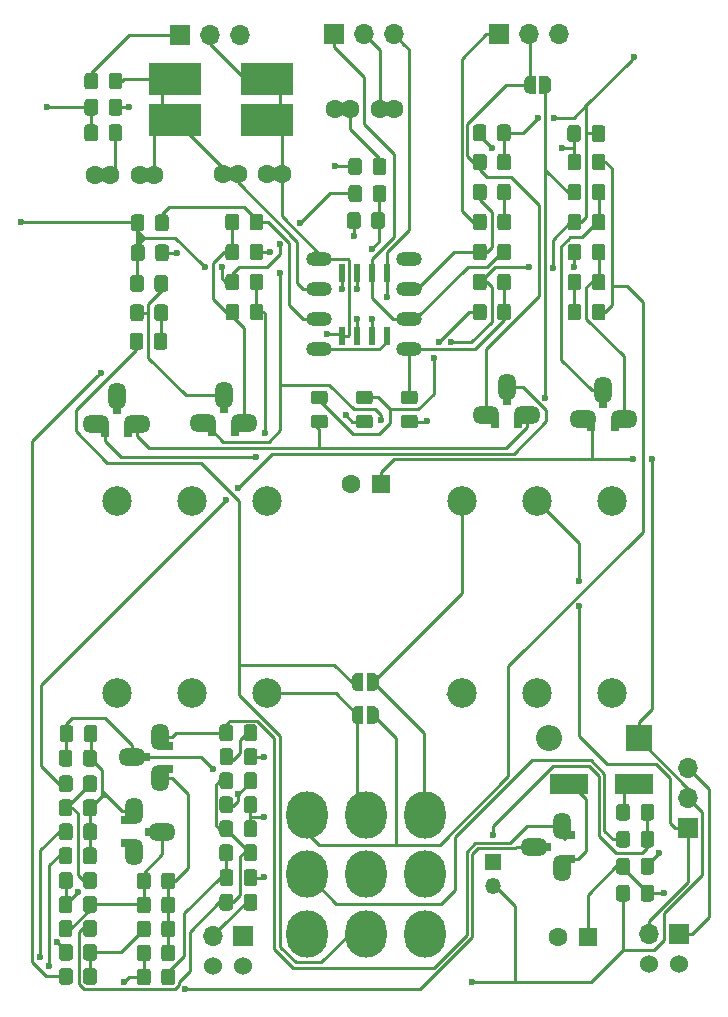
<source format=gbr>
G04 #@! TF.GenerationSoftware,KiCad,Pcbnew,5.1.5-52549c5~84~ubuntu18.04.1*
G04 #@! TF.CreationDate,2020-02-03T15:23:03+01:00*
G04 #@! TF.ProjectId,icescreamer,69636573-6372-4656-916d-65722e6b6963,rev?*
G04 #@! TF.SameCoordinates,Original*
G04 #@! TF.FileFunction,Copper,L1,Top*
G04 #@! TF.FilePolarity,Positive*
%FSLAX46Y46*%
G04 Gerber Fmt 4.6, Leading zero omitted, Abs format (unit mm)*
G04 Created by KiCad (PCBNEW 5.1.5-52549c5~84~ubuntu18.04.1) date 2020-02-03 15:23:03*
%MOMM*%
%LPD*%
G04 APERTURE LIST*
%ADD10R,1.100000X0.800000*%
%ADD11O,1.524000X2.300000*%
%ADD12O,2.300000X1.524000*%
%ADD13R,0.800000X1.100000*%
%ADD14O,2.200000X1.200000*%
%ADD15R,0.600000X1.550000*%
%ADD16O,3.500000X4.000000*%
%ADD17C,2.500000*%
%ADD18R,1.350000X1.350000*%
%ADD19O,1.350000X1.350000*%
%ADD20C,0.100000*%
%ADD21C,1.600000*%
%ADD22R,1.700000X1.700000*%
%ADD23O,1.700000X1.700000*%
%ADD24C,1.524000*%
%ADD25R,4.500000X2.700000*%
%ADD26R,3.300000X1.700000*%
%ADD27R,1.600000X1.600000*%
%ADD28R,2.200000X2.200000*%
%ADD29O,2.200000X2.200000*%
%ADD30C,0.600000*%
%ADD31C,0.250000*%
G04 APERTURE END LIST*
D10*
X196650000Y-118628600D03*
D11*
X196080000Y-117878600D03*
X196080000Y-121378600D03*
D12*
X193675000Y-119608600D03*
D10*
X196650000Y-120628600D03*
X194670000Y-119618600D03*
X230660600Y-126223200D03*
D11*
X230090600Y-125473200D03*
X230090600Y-128973200D03*
D12*
X227685600Y-127203200D03*
D10*
X230660600Y-128223200D03*
X228680600Y-127213200D03*
X193290800Y-126913200D03*
D11*
X193860800Y-127663200D03*
X193860800Y-124163200D03*
D12*
X196265800Y-125933200D03*
D10*
X193290800Y-124913200D03*
X195270800Y-125923200D03*
D13*
X234583800Y-91519400D03*
D12*
X235333800Y-90949400D03*
X231833800Y-90949400D03*
D11*
X233603800Y-88544400D03*
D13*
X232583800Y-91519400D03*
X233593800Y-89539400D03*
X202427400Y-91925800D03*
D12*
X203177400Y-91355800D03*
X199677400Y-91355800D03*
D11*
X201447400Y-88950800D03*
D13*
X200427400Y-91925800D03*
X201437400Y-89945800D03*
D14*
X217170000Y-77470000D03*
X217170000Y-80010000D03*
X217170000Y-82550000D03*
X217170000Y-85090000D03*
X209550000Y-85090000D03*
X209550000Y-82550000D03*
X209550000Y-77470000D03*
D15*
X211455000Y-78580000D03*
X212725000Y-78580000D03*
X213995000Y-78580000D03*
X215265000Y-78580000D03*
X215265000Y-83980000D03*
X213995000Y-83980000D03*
X212725000Y-83980000D03*
X211455000Y-83980000D03*
D14*
X209550000Y-80010000D03*
D13*
X226405000Y-91240000D03*
D12*
X227155000Y-90670000D03*
X223655000Y-90670000D03*
D11*
X225425000Y-88265000D03*
D13*
X224405000Y-91240000D03*
X225415000Y-89260000D03*
X193385000Y-92002000D03*
D12*
X194135000Y-91432000D03*
X190635000Y-91432000D03*
D11*
X192405000Y-89027000D03*
D13*
X191385000Y-92002000D03*
X192395000Y-90022000D03*
D16*
X213500000Y-124540000D03*
X213500000Y-129540000D03*
X213500000Y-134540000D03*
X208500000Y-134540000D03*
X218500000Y-134540000D03*
X218500000Y-124540000D03*
X208500000Y-124540000D03*
X208500000Y-129540000D03*
X218500000Y-129540000D03*
D17*
X205105000Y-114195000D03*
X198755000Y-114195000D03*
X192405000Y-114195000D03*
X205105000Y-97895000D03*
X198755000Y-97895000D03*
X192405000Y-97895000D03*
X221615000Y-97895000D03*
X227965000Y-97895000D03*
X234315000Y-97895000D03*
X221615000Y-114195000D03*
X227965000Y-114195000D03*
X234315000Y-114195000D03*
D18*
X224282000Y-128524000D03*
D19*
X224282000Y-130524000D03*
G04 #@! TA.AperFunction,SMDPad,CuDef*
D20*
G36*
X212929505Y-68897204D02*
G01*
X212953773Y-68900804D01*
X212977572Y-68906765D01*
X213000671Y-68915030D01*
X213022850Y-68925520D01*
X213043893Y-68938132D01*
X213063599Y-68952747D01*
X213081777Y-68969223D01*
X213098253Y-68987401D01*
X213112868Y-69007107D01*
X213125480Y-69028150D01*
X213135970Y-69050329D01*
X213144235Y-69073428D01*
X213150196Y-69097227D01*
X213153796Y-69121495D01*
X213155000Y-69145999D01*
X213155000Y-70046001D01*
X213153796Y-70070505D01*
X213150196Y-70094773D01*
X213144235Y-70118572D01*
X213135970Y-70141671D01*
X213125480Y-70163850D01*
X213112868Y-70184893D01*
X213098253Y-70204599D01*
X213081777Y-70222777D01*
X213063599Y-70239253D01*
X213043893Y-70253868D01*
X213022850Y-70266480D01*
X213000671Y-70276970D01*
X212977572Y-70285235D01*
X212953773Y-70291196D01*
X212929505Y-70294796D01*
X212905001Y-70296000D01*
X212254999Y-70296000D01*
X212230495Y-70294796D01*
X212206227Y-70291196D01*
X212182428Y-70285235D01*
X212159329Y-70276970D01*
X212137150Y-70266480D01*
X212116107Y-70253868D01*
X212096401Y-70239253D01*
X212078223Y-70222777D01*
X212061747Y-70204599D01*
X212047132Y-70184893D01*
X212034520Y-70163850D01*
X212024030Y-70141671D01*
X212015765Y-70118572D01*
X212009804Y-70094773D01*
X212006204Y-70070505D01*
X212005000Y-70046001D01*
X212005000Y-69145999D01*
X212006204Y-69121495D01*
X212009804Y-69097227D01*
X212015765Y-69073428D01*
X212024030Y-69050329D01*
X212034520Y-69028150D01*
X212047132Y-69007107D01*
X212061747Y-68987401D01*
X212078223Y-68969223D01*
X212096401Y-68952747D01*
X212116107Y-68938132D01*
X212137150Y-68925520D01*
X212159329Y-68915030D01*
X212182428Y-68906765D01*
X212206227Y-68900804D01*
X212230495Y-68897204D01*
X212254999Y-68896000D01*
X212905001Y-68896000D01*
X212929505Y-68897204D01*
G37*
G04 #@! TD.AperFunction*
G04 #@! TA.AperFunction,SMDPad,CuDef*
G36*
X214979505Y-68897204D02*
G01*
X215003773Y-68900804D01*
X215027572Y-68906765D01*
X215050671Y-68915030D01*
X215072850Y-68925520D01*
X215093893Y-68938132D01*
X215113599Y-68952747D01*
X215131777Y-68969223D01*
X215148253Y-68987401D01*
X215162868Y-69007107D01*
X215175480Y-69028150D01*
X215185970Y-69050329D01*
X215194235Y-69073428D01*
X215200196Y-69097227D01*
X215203796Y-69121495D01*
X215205000Y-69145999D01*
X215205000Y-70046001D01*
X215203796Y-70070505D01*
X215200196Y-70094773D01*
X215194235Y-70118572D01*
X215185970Y-70141671D01*
X215175480Y-70163850D01*
X215162868Y-70184893D01*
X215148253Y-70204599D01*
X215131777Y-70222777D01*
X215113599Y-70239253D01*
X215093893Y-70253868D01*
X215072850Y-70266480D01*
X215050671Y-70276970D01*
X215027572Y-70285235D01*
X215003773Y-70291196D01*
X214979505Y-70294796D01*
X214955001Y-70296000D01*
X214304999Y-70296000D01*
X214280495Y-70294796D01*
X214256227Y-70291196D01*
X214232428Y-70285235D01*
X214209329Y-70276970D01*
X214187150Y-70266480D01*
X214166107Y-70253868D01*
X214146401Y-70239253D01*
X214128223Y-70222777D01*
X214111747Y-70204599D01*
X214097132Y-70184893D01*
X214084520Y-70163850D01*
X214074030Y-70141671D01*
X214065765Y-70118572D01*
X214059804Y-70094773D01*
X214056204Y-70070505D01*
X214055000Y-70046001D01*
X214055000Y-69145999D01*
X214056204Y-69121495D01*
X214059804Y-69097227D01*
X214065765Y-69073428D01*
X214074030Y-69050329D01*
X214084520Y-69028150D01*
X214097132Y-69007107D01*
X214111747Y-68987401D01*
X214128223Y-68969223D01*
X214146401Y-68952747D01*
X214166107Y-68938132D01*
X214187150Y-68925520D01*
X214209329Y-68915030D01*
X214232428Y-68906765D01*
X214256227Y-68900804D01*
X214280495Y-68897204D01*
X214304999Y-68896000D01*
X214955001Y-68896000D01*
X214979505Y-68897204D01*
G37*
G04 #@! TD.AperFunction*
D21*
X205125000Y-70231000D03*
X202625000Y-70231000D03*
X206375000Y-70231000D03*
X201375000Y-70231000D03*
G04 #@! TA.AperFunction,SMDPad,CuDef*
D20*
G36*
X192636505Y-63880704D02*
G01*
X192660773Y-63884304D01*
X192684572Y-63890265D01*
X192707671Y-63898530D01*
X192729850Y-63909020D01*
X192750893Y-63921632D01*
X192770599Y-63936247D01*
X192788777Y-63952723D01*
X192805253Y-63970901D01*
X192819868Y-63990607D01*
X192832480Y-64011650D01*
X192842970Y-64033829D01*
X192851235Y-64056928D01*
X192857196Y-64080727D01*
X192860796Y-64104995D01*
X192862000Y-64129499D01*
X192862000Y-65029501D01*
X192860796Y-65054005D01*
X192857196Y-65078273D01*
X192851235Y-65102072D01*
X192842970Y-65125171D01*
X192832480Y-65147350D01*
X192819868Y-65168393D01*
X192805253Y-65188099D01*
X192788777Y-65206277D01*
X192770599Y-65222753D01*
X192750893Y-65237368D01*
X192729850Y-65249980D01*
X192707671Y-65260470D01*
X192684572Y-65268735D01*
X192660773Y-65274696D01*
X192636505Y-65278296D01*
X192612001Y-65279500D01*
X191961999Y-65279500D01*
X191937495Y-65278296D01*
X191913227Y-65274696D01*
X191889428Y-65268735D01*
X191866329Y-65260470D01*
X191844150Y-65249980D01*
X191823107Y-65237368D01*
X191803401Y-65222753D01*
X191785223Y-65206277D01*
X191768747Y-65188099D01*
X191754132Y-65168393D01*
X191741520Y-65147350D01*
X191731030Y-65125171D01*
X191722765Y-65102072D01*
X191716804Y-65078273D01*
X191713204Y-65054005D01*
X191712000Y-65029501D01*
X191712000Y-64129499D01*
X191713204Y-64104995D01*
X191716804Y-64080727D01*
X191722765Y-64056928D01*
X191731030Y-64033829D01*
X191741520Y-64011650D01*
X191754132Y-63990607D01*
X191768747Y-63970901D01*
X191785223Y-63952723D01*
X191803401Y-63936247D01*
X191823107Y-63921632D01*
X191844150Y-63909020D01*
X191866329Y-63898530D01*
X191889428Y-63890265D01*
X191913227Y-63884304D01*
X191937495Y-63880704D01*
X191961999Y-63879500D01*
X192612001Y-63879500D01*
X192636505Y-63880704D01*
G37*
G04 #@! TD.AperFunction*
G04 #@! TA.AperFunction,SMDPad,CuDef*
G36*
X190586505Y-63880704D02*
G01*
X190610773Y-63884304D01*
X190634572Y-63890265D01*
X190657671Y-63898530D01*
X190679850Y-63909020D01*
X190700893Y-63921632D01*
X190720599Y-63936247D01*
X190738777Y-63952723D01*
X190755253Y-63970901D01*
X190769868Y-63990607D01*
X190782480Y-64011650D01*
X190792970Y-64033829D01*
X190801235Y-64056928D01*
X190807196Y-64080727D01*
X190810796Y-64104995D01*
X190812000Y-64129499D01*
X190812000Y-65029501D01*
X190810796Y-65054005D01*
X190807196Y-65078273D01*
X190801235Y-65102072D01*
X190792970Y-65125171D01*
X190782480Y-65147350D01*
X190769868Y-65168393D01*
X190755253Y-65188099D01*
X190738777Y-65206277D01*
X190720599Y-65222753D01*
X190700893Y-65237368D01*
X190679850Y-65249980D01*
X190657671Y-65260470D01*
X190634572Y-65268735D01*
X190610773Y-65274696D01*
X190586505Y-65278296D01*
X190562001Y-65279500D01*
X189911999Y-65279500D01*
X189887495Y-65278296D01*
X189863227Y-65274696D01*
X189839428Y-65268735D01*
X189816329Y-65260470D01*
X189794150Y-65249980D01*
X189773107Y-65237368D01*
X189753401Y-65222753D01*
X189735223Y-65206277D01*
X189718747Y-65188099D01*
X189704132Y-65168393D01*
X189691520Y-65147350D01*
X189681030Y-65125171D01*
X189672765Y-65102072D01*
X189666804Y-65078273D01*
X189663204Y-65054005D01*
X189662000Y-65029501D01*
X189662000Y-64129499D01*
X189663204Y-64104995D01*
X189666804Y-64080727D01*
X189672765Y-64056928D01*
X189681030Y-64033829D01*
X189691520Y-64011650D01*
X189704132Y-63990607D01*
X189718747Y-63970901D01*
X189735223Y-63952723D01*
X189753401Y-63936247D01*
X189773107Y-63921632D01*
X189794150Y-63909020D01*
X189816329Y-63898530D01*
X189839428Y-63890265D01*
X189863227Y-63884304D01*
X189887495Y-63880704D01*
X189911999Y-63879500D01*
X190562001Y-63879500D01*
X190586505Y-63880704D01*
G37*
G04 #@! TD.AperFunction*
G04 #@! TA.AperFunction,SMDPad,CuDef*
G36*
X190532005Y-116903204D02*
G01*
X190556273Y-116906804D01*
X190580072Y-116912765D01*
X190603171Y-116921030D01*
X190625350Y-116931520D01*
X190646393Y-116944132D01*
X190666099Y-116958747D01*
X190684277Y-116975223D01*
X190700753Y-116993401D01*
X190715368Y-117013107D01*
X190727980Y-117034150D01*
X190738470Y-117056329D01*
X190746735Y-117079428D01*
X190752696Y-117103227D01*
X190756296Y-117127495D01*
X190757500Y-117151999D01*
X190757500Y-118052001D01*
X190756296Y-118076505D01*
X190752696Y-118100773D01*
X190746735Y-118124572D01*
X190738470Y-118147671D01*
X190727980Y-118169850D01*
X190715368Y-118190893D01*
X190700753Y-118210599D01*
X190684277Y-118228777D01*
X190666099Y-118245253D01*
X190646393Y-118259868D01*
X190625350Y-118272480D01*
X190603171Y-118282970D01*
X190580072Y-118291235D01*
X190556273Y-118297196D01*
X190532005Y-118300796D01*
X190507501Y-118302000D01*
X189857499Y-118302000D01*
X189832995Y-118300796D01*
X189808727Y-118297196D01*
X189784928Y-118291235D01*
X189761829Y-118282970D01*
X189739650Y-118272480D01*
X189718607Y-118259868D01*
X189698901Y-118245253D01*
X189680723Y-118228777D01*
X189664247Y-118210599D01*
X189649632Y-118190893D01*
X189637020Y-118169850D01*
X189626530Y-118147671D01*
X189618265Y-118124572D01*
X189612304Y-118100773D01*
X189608704Y-118076505D01*
X189607500Y-118052001D01*
X189607500Y-117151999D01*
X189608704Y-117127495D01*
X189612304Y-117103227D01*
X189618265Y-117079428D01*
X189626530Y-117056329D01*
X189637020Y-117034150D01*
X189649632Y-117013107D01*
X189664247Y-116993401D01*
X189680723Y-116975223D01*
X189698901Y-116958747D01*
X189718607Y-116944132D01*
X189739650Y-116931520D01*
X189761829Y-116921030D01*
X189784928Y-116912765D01*
X189808727Y-116906804D01*
X189832995Y-116903204D01*
X189857499Y-116902000D01*
X190507501Y-116902000D01*
X190532005Y-116903204D01*
G37*
G04 #@! TD.AperFunction*
G04 #@! TA.AperFunction,SMDPad,CuDef*
G36*
X188482005Y-116903204D02*
G01*
X188506273Y-116906804D01*
X188530072Y-116912765D01*
X188553171Y-116921030D01*
X188575350Y-116931520D01*
X188596393Y-116944132D01*
X188616099Y-116958747D01*
X188634277Y-116975223D01*
X188650753Y-116993401D01*
X188665368Y-117013107D01*
X188677980Y-117034150D01*
X188688470Y-117056329D01*
X188696735Y-117079428D01*
X188702696Y-117103227D01*
X188706296Y-117127495D01*
X188707500Y-117151999D01*
X188707500Y-118052001D01*
X188706296Y-118076505D01*
X188702696Y-118100773D01*
X188696735Y-118124572D01*
X188688470Y-118147671D01*
X188677980Y-118169850D01*
X188665368Y-118190893D01*
X188650753Y-118210599D01*
X188634277Y-118228777D01*
X188616099Y-118245253D01*
X188596393Y-118259868D01*
X188575350Y-118272480D01*
X188553171Y-118282970D01*
X188530072Y-118291235D01*
X188506273Y-118297196D01*
X188482005Y-118300796D01*
X188457501Y-118302000D01*
X187807499Y-118302000D01*
X187782995Y-118300796D01*
X187758727Y-118297196D01*
X187734928Y-118291235D01*
X187711829Y-118282970D01*
X187689650Y-118272480D01*
X187668607Y-118259868D01*
X187648901Y-118245253D01*
X187630723Y-118228777D01*
X187614247Y-118210599D01*
X187599632Y-118190893D01*
X187587020Y-118169850D01*
X187576530Y-118147671D01*
X187568265Y-118124572D01*
X187562304Y-118100773D01*
X187558704Y-118076505D01*
X187557500Y-118052001D01*
X187557500Y-117151999D01*
X187558704Y-117127495D01*
X187562304Y-117103227D01*
X187568265Y-117079428D01*
X187576530Y-117056329D01*
X187587020Y-117034150D01*
X187599632Y-117013107D01*
X187614247Y-116993401D01*
X187630723Y-116975223D01*
X187648901Y-116958747D01*
X187668607Y-116944132D01*
X187689650Y-116931520D01*
X187711829Y-116921030D01*
X187734928Y-116912765D01*
X187758727Y-116906804D01*
X187782995Y-116903204D01*
X187807499Y-116902000D01*
X188457501Y-116902000D01*
X188482005Y-116903204D01*
G37*
G04 #@! TD.AperFunction*
G04 #@! TA.AperFunction,SMDPad,CuDef*
G36*
X196573505Y-76199704D02*
G01*
X196597773Y-76203304D01*
X196621572Y-76209265D01*
X196644671Y-76217530D01*
X196666850Y-76228020D01*
X196687893Y-76240632D01*
X196707599Y-76255247D01*
X196725777Y-76271723D01*
X196742253Y-76289901D01*
X196756868Y-76309607D01*
X196769480Y-76330650D01*
X196779970Y-76352829D01*
X196788235Y-76375928D01*
X196794196Y-76399727D01*
X196797796Y-76423995D01*
X196799000Y-76448499D01*
X196799000Y-77348501D01*
X196797796Y-77373005D01*
X196794196Y-77397273D01*
X196788235Y-77421072D01*
X196779970Y-77444171D01*
X196769480Y-77466350D01*
X196756868Y-77487393D01*
X196742253Y-77507099D01*
X196725777Y-77525277D01*
X196707599Y-77541753D01*
X196687893Y-77556368D01*
X196666850Y-77568980D01*
X196644671Y-77579470D01*
X196621572Y-77587735D01*
X196597773Y-77593696D01*
X196573505Y-77597296D01*
X196549001Y-77598500D01*
X195898999Y-77598500D01*
X195874495Y-77597296D01*
X195850227Y-77593696D01*
X195826428Y-77587735D01*
X195803329Y-77579470D01*
X195781150Y-77568980D01*
X195760107Y-77556368D01*
X195740401Y-77541753D01*
X195722223Y-77525277D01*
X195705747Y-77507099D01*
X195691132Y-77487393D01*
X195678520Y-77466350D01*
X195668030Y-77444171D01*
X195659765Y-77421072D01*
X195653804Y-77397273D01*
X195650204Y-77373005D01*
X195649000Y-77348501D01*
X195649000Y-76448499D01*
X195650204Y-76423995D01*
X195653804Y-76399727D01*
X195659765Y-76375928D01*
X195668030Y-76352829D01*
X195678520Y-76330650D01*
X195691132Y-76309607D01*
X195705747Y-76289901D01*
X195722223Y-76271723D01*
X195740401Y-76255247D01*
X195760107Y-76240632D01*
X195781150Y-76228020D01*
X195803329Y-76217530D01*
X195826428Y-76209265D01*
X195850227Y-76203304D01*
X195874495Y-76199704D01*
X195898999Y-76198500D01*
X196549001Y-76198500D01*
X196573505Y-76199704D01*
G37*
G04 #@! TD.AperFunction*
G04 #@! TA.AperFunction,SMDPad,CuDef*
G36*
X194523505Y-76199704D02*
G01*
X194547773Y-76203304D01*
X194571572Y-76209265D01*
X194594671Y-76217530D01*
X194616850Y-76228020D01*
X194637893Y-76240632D01*
X194657599Y-76255247D01*
X194675777Y-76271723D01*
X194692253Y-76289901D01*
X194706868Y-76309607D01*
X194719480Y-76330650D01*
X194729970Y-76352829D01*
X194738235Y-76375928D01*
X194744196Y-76399727D01*
X194747796Y-76423995D01*
X194749000Y-76448499D01*
X194749000Y-77348501D01*
X194747796Y-77373005D01*
X194744196Y-77397273D01*
X194738235Y-77421072D01*
X194729970Y-77444171D01*
X194719480Y-77466350D01*
X194706868Y-77487393D01*
X194692253Y-77507099D01*
X194675777Y-77525277D01*
X194657599Y-77541753D01*
X194637893Y-77556368D01*
X194616850Y-77568980D01*
X194594671Y-77579470D01*
X194571572Y-77587735D01*
X194547773Y-77593696D01*
X194523505Y-77597296D01*
X194499001Y-77598500D01*
X193848999Y-77598500D01*
X193824495Y-77597296D01*
X193800227Y-77593696D01*
X193776428Y-77587735D01*
X193753329Y-77579470D01*
X193731150Y-77568980D01*
X193710107Y-77556368D01*
X193690401Y-77541753D01*
X193672223Y-77525277D01*
X193655747Y-77507099D01*
X193641132Y-77487393D01*
X193628520Y-77466350D01*
X193618030Y-77444171D01*
X193609765Y-77421072D01*
X193603804Y-77397273D01*
X193600204Y-77373005D01*
X193599000Y-77348501D01*
X193599000Y-76448499D01*
X193600204Y-76423995D01*
X193603804Y-76399727D01*
X193609765Y-76375928D01*
X193618030Y-76352829D01*
X193628520Y-76330650D01*
X193641132Y-76309607D01*
X193655747Y-76289901D01*
X193672223Y-76271723D01*
X193690401Y-76255247D01*
X193710107Y-76240632D01*
X193731150Y-76228020D01*
X193753329Y-76217530D01*
X193776428Y-76209265D01*
X193800227Y-76203304D01*
X193824495Y-76199704D01*
X193848999Y-76198500D01*
X194499001Y-76198500D01*
X194523505Y-76199704D01*
G37*
G04 #@! TD.AperFunction*
G04 #@! TA.AperFunction,SMDPad,CuDef*
G36*
X212811505Y-73469204D02*
G01*
X212835773Y-73472804D01*
X212859572Y-73478765D01*
X212882671Y-73487030D01*
X212904850Y-73497520D01*
X212925893Y-73510132D01*
X212945599Y-73524747D01*
X212963777Y-73541223D01*
X212980253Y-73559401D01*
X212994868Y-73579107D01*
X213007480Y-73600150D01*
X213017970Y-73622329D01*
X213026235Y-73645428D01*
X213032196Y-73669227D01*
X213035796Y-73693495D01*
X213037000Y-73717999D01*
X213037000Y-74618001D01*
X213035796Y-74642505D01*
X213032196Y-74666773D01*
X213026235Y-74690572D01*
X213017970Y-74713671D01*
X213007480Y-74735850D01*
X212994868Y-74756893D01*
X212980253Y-74776599D01*
X212963777Y-74794777D01*
X212945599Y-74811253D01*
X212925893Y-74825868D01*
X212904850Y-74838480D01*
X212882671Y-74848970D01*
X212859572Y-74857235D01*
X212835773Y-74863196D01*
X212811505Y-74866796D01*
X212787001Y-74868000D01*
X212136999Y-74868000D01*
X212112495Y-74866796D01*
X212088227Y-74863196D01*
X212064428Y-74857235D01*
X212041329Y-74848970D01*
X212019150Y-74838480D01*
X211998107Y-74825868D01*
X211978401Y-74811253D01*
X211960223Y-74794777D01*
X211943747Y-74776599D01*
X211929132Y-74756893D01*
X211916520Y-74735850D01*
X211906030Y-74713671D01*
X211897765Y-74690572D01*
X211891804Y-74666773D01*
X211888204Y-74642505D01*
X211887000Y-74618001D01*
X211887000Y-73717999D01*
X211888204Y-73693495D01*
X211891804Y-73669227D01*
X211897765Y-73645428D01*
X211906030Y-73622329D01*
X211916520Y-73600150D01*
X211929132Y-73579107D01*
X211943747Y-73559401D01*
X211960223Y-73541223D01*
X211978401Y-73524747D01*
X211998107Y-73510132D01*
X212019150Y-73497520D01*
X212041329Y-73487030D01*
X212064428Y-73478765D01*
X212088227Y-73472804D01*
X212112495Y-73469204D01*
X212136999Y-73468000D01*
X212787001Y-73468000D01*
X212811505Y-73469204D01*
G37*
G04 #@! TD.AperFunction*
G04 #@! TA.AperFunction,SMDPad,CuDef*
G36*
X214861505Y-73469204D02*
G01*
X214885773Y-73472804D01*
X214909572Y-73478765D01*
X214932671Y-73487030D01*
X214954850Y-73497520D01*
X214975893Y-73510132D01*
X214995599Y-73524747D01*
X215013777Y-73541223D01*
X215030253Y-73559401D01*
X215044868Y-73579107D01*
X215057480Y-73600150D01*
X215067970Y-73622329D01*
X215076235Y-73645428D01*
X215082196Y-73669227D01*
X215085796Y-73693495D01*
X215087000Y-73717999D01*
X215087000Y-74618001D01*
X215085796Y-74642505D01*
X215082196Y-74666773D01*
X215076235Y-74690572D01*
X215067970Y-74713671D01*
X215057480Y-74735850D01*
X215044868Y-74756893D01*
X215030253Y-74776599D01*
X215013777Y-74794777D01*
X214995599Y-74811253D01*
X214975893Y-74825868D01*
X214954850Y-74838480D01*
X214932671Y-74848970D01*
X214909572Y-74857235D01*
X214885773Y-74863196D01*
X214861505Y-74866796D01*
X214837001Y-74868000D01*
X214186999Y-74868000D01*
X214162495Y-74866796D01*
X214138227Y-74863196D01*
X214114428Y-74857235D01*
X214091329Y-74848970D01*
X214069150Y-74838480D01*
X214048107Y-74825868D01*
X214028401Y-74811253D01*
X214010223Y-74794777D01*
X213993747Y-74776599D01*
X213979132Y-74756893D01*
X213966520Y-74735850D01*
X213956030Y-74713671D01*
X213947765Y-74690572D01*
X213941804Y-74666773D01*
X213938204Y-74642505D01*
X213937000Y-74618001D01*
X213937000Y-73717999D01*
X213938204Y-73693495D01*
X213941804Y-73669227D01*
X213947765Y-73645428D01*
X213956030Y-73622329D01*
X213966520Y-73600150D01*
X213979132Y-73579107D01*
X213993747Y-73559401D01*
X214010223Y-73541223D01*
X214028401Y-73524747D01*
X214048107Y-73510132D01*
X214069150Y-73497520D01*
X214091329Y-73487030D01*
X214114428Y-73478765D01*
X214138227Y-73472804D01*
X214162495Y-73469204D01*
X214186999Y-73468000D01*
X214837001Y-73468000D01*
X214861505Y-73469204D01*
G37*
G04 #@! TD.AperFunction*
G04 #@! TA.AperFunction,SMDPad,CuDef*
G36*
X231471505Y-66103204D02*
G01*
X231495773Y-66106804D01*
X231519572Y-66112765D01*
X231542671Y-66121030D01*
X231564850Y-66131520D01*
X231585893Y-66144132D01*
X231605599Y-66158747D01*
X231623777Y-66175223D01*
X231640253Y-66193401D01*
X231654868Y-66213107D01*
X231667480Y-66234150D01*
X231677970Y-66256329D01*
X231686235Y-66279428D01*
X231692196Y-66303227D01*
X231695796Y-66327495D01*
X231697000Y-66351999D01*
X231697000Y-67252001D01*
X231695796Y-67276505D01*
X231692196Y-67300773D01*
X231686235Y-67324572D01*
X231677970Y-67347671D01*
X231667480Y-67369850D01*
X231654868Y-67390893D01*
X231640253Y-67410599D01*
X231623777Y-67428777D01*
X231605599Y-67445253D01*
X231585893Y-67459868D01*
X231564850Y-67472480D01*
X231542671Y-67482970D01*
X231519572Y-67491235D01*
X231495773Y-67497196D01*
X231471505Y-67500796D01*
X231447001Y-67502000D01*
X230796999Y-67502000D01*
X230772495Y-67500796D01*
X230748227Y-67497196D01*
X230724428Y-67491235D01*
X230701329Y-67482970D01*
X230679150Y-67472480D01*
X230658107Y-67459868D01*
X230638401Y-67445253D01*
X230620223Y-67428777D01*
X230603747Y-67410599D01*
X230589132Y-67390893D01*
X230576520Y-67369850D01*
X230566030Y-67347671D01*
X230557765Y-67324572D01*
X230551804Y-67300773D01*
X230548204Y-67276505D01*
X230547000Y-67252001D01*
X230547000Y-66351999D01*
X230548204Y-66327495D01*
X230551804Y-66303227D01*
X230557765Y-66279428D01*
X230566030Y-66256329D01*
X230576520Y-66234150D01*
X230589132Y-66213107D01*
X230603747Y-66193401D01*
X230620223Y-66175223D01*
X230638401Y-66158747D01*
X230658107Y-66144132D01*
X230679150Y-66131520D01*
X230701329Y-66121030D01*
X230724428Y-66112765D01*
X230748227Y-66106804D01*
X230772495Y-66103204D01*
X230796999Y-66102000D01*
X231447001Y-66102000D01*
X231471505Y-66103204D01*
G37*
G04 #@! TD.AperFunction*
G04 #@! TA.AperFunction,SMDPad,CuDef*
G36*
X233521505Y-66103204D02*
G01*
X233545773Y-66106804D01*
X233569572Y-66112765D01*
X233592671Y-66121030D01*
X233614850Y-66131520D01*
X233635893Y-66144132D01*
X233655599Y-66158747D01*
X233673777Y-66175223D01*
X233690253Y-66193401D01*
X233704868Y-66213107D01*
X233717480Y-66234150D01*
X233727970Y-66256329D01*
X233736235Y-66279428D01*
X233742196Y-66303227D01*
X233745796Y-66327495D01*
X233747000Y-66351999D01*
X233747000Y-67252001D01*
X233745796Y-67276505D01*
X233742196Y-67300773D01*
X233736235Y-67324572D01*
X233727970Y-67347671D01*
X233717480Y-67369850D01*
X233704868Y-67390893D01*
X233690253Y-67410599D01*
X233673777Y-67428777D01*
X233655599Y-67445253D01*
X233635893Y-67459868D01*
X233614850Y-67472480D01*
X233592671Y-67482970D01*
X233569572Y-67491235D01*
X233545773Y-67497196D01*
X233521505Y-67500796D01*
X233497001Y-67502000D01*
X232846999Y-67502000D01*
X232822495Y-67500796D01*
X232798227Y-67497196D01*
X232774428Y-67491235D01*
X232751329Y-67482970D01*
X232729150Y-67472480D01*
X232708107Y-67459868D01*
X232688401Y-67445253D01*
X232670223Y-67428777D01*
X232653747Y-67410599D01*
X232639132Y-67390893D01*
X232626520Y-67369850D01*
X232616030Y-67347671D01*
X232607765Y-67324572D01*
X232601804Y-67300773D01*
X232598204Y-67276505D01*
X232597000Y-67252001D01*
X232597000Y-66351999D01*
X232598204Y-66327495D01*
X232601804Y-66303227D01*
X232607765Y-66279428D01*
X232616030Y-66256329D01*
X232626520Y-66234150D01*
X232639132Y-66213107D01*
X232653747Y-66193401D01*
X232670223Y-66175223D01*
X232688401Y-66158747D01*
X232708107Y-66144132D01*
X232729150Y-66131520D01*
X232751329Y-66121030D01*
X232774428Y-66112765D01*
X232798227Y-66106804D01*
X232822495Y-66103204D01*
X232846999Y-66102000D01*
X233497001Y-66102000D01*
X233521505Y-66103204D01*
G37*
G04 #@! TD.AperFunction*
G04 #@! TA.AperFunction,SMDPad,CuDef*
G36*
X223470505Y-66039704D02*
G01*
X223494773Y-66043304D01*
X223518572Y-66049265D01*
X223541671Y-66057530D01*
X223563850Y-66068020D01*
X223584893Y-66080632D01*
X223604599Y-66095247D01*
X223622777Y-66111723D01*
X223639253Y-66129901D01*
X223653868Y-66149607D01*
X223666480Y-66170650D01*
X223676970Y-66192829D01*
X223685235Y-66215928D01*
X223691196Y-66239727D01*
X223694796Y-66263995D01*
X223696000Y-66288499D01*
X223696000Y-67188501D01*
X223694796Y-67213005D01*
X223691196Y-67237273D01*
X223685235Y-67261072D01*
X223676970Y-67284171D01*
X223666480Y-67306350D01*
X223653868Y-67327393D01*
X223639253Y-67347099D01*
X223622777Y-67365277D01*
X223604599Y-67381753D01*
X223584893Y-67396368D01*
X223563850Y-67408980D01*
X223541671Y-67419470D01*
X223518572Y-67427735D01*
X223494773Y-67433696D01*
X223470505Y-67437296D01*
X223446001Y-67438500D01*
X222795999Y-67438500D01*
X222771495Y-67437296D01*
X222747227Y-67433696D01*
X222723428Y-67427735D01*
X222700329Y-67419470D01*
X222678150Y-67408980D01*
X222657107Y-67396368D01*
X222637401Y-67381753D01*
X222619223Y-67365277D01*
X222602747Y-67347099D01*
X222588132Y-67327393D01*
X222575520Y-67306350D01*
X222565030Y-67284171D01*
X222556765Y-67261072D01*
X222550804Y-67237273D01*
X222547204Y-67213005D01*
X222546000Y-67188501D01*
X222546000Y-66288499D01*
X222547204Y-66263995D01*
X222550804Y-66239727D01*
X222556765Y-66215928D01*
X222565030Y-66192829D01*
X222575520Y-66170650D01*
X222588132Y-66149607D01*
X222602747Y-66129901D01*
X222619223Y-66111723D01*
X222637401Y-66095247D01*
X222657107Y-66080632D01*
X222678150Y-66068020D01*
X222700329Y-66057530D01*
X222723428Y-66049265D01*
X222747227Y-66043304D01*
X222771495Y-66039704D01*
X222795999Y-66038500D01*
X223446001Y-66038500D01*
X223470505Y-66039704D01*
G37*
G04 #@! TD.AperFunction*
G04 #@! TA.AperFunction,SMDPad,CuDef*
G36*
X225520505Y-66039704D02*
G01*
X225544773Y-66043304D01*
X225568572Y-66049265D01*
X225591671Y-66057530D01*
X225613850Y-66068020D01*
X225634893Y-66080632D01*
X225654599Y-66095247D01*
X225672777Y-66111723D01*
X225689253Y-66129901D01*
X225703868Y-66149607D01*
X225716480Y-66170650D01*
X225726970Y-66192829D01*
X225735235Y-66215928D01*
X225741196Y-66239727D01*
X225744796Y-66263995D01*
X225746000Y-66288499D01*
X225746000Y-67188501D01*
X225744796Y-67213005D01*
X225741196Y-67237273D01*
X225735235Y-67261072D01*
X225726970Y-67284171D01*
X225716480Y-67306350D01*
X225703868Y-67327393D01*
X225689253Y-67347099D01*
X225672777Y-67365277D01*
X225654599Y-67381753D01*
X225634893Y-67396368D01*
X225613850Y-67408980D01*
X225591671Y-67419470D01*
X225568572Y-67427735D01*
X225544773Y-67433696D01*
X225520505Y-67437296D01*
X225496001Y-67438500D01*
X224845999Y-67438500D01*
X224821495Y-67437296D01*
X224797227Y-67433696D01*
X224773428Y-67427735D01*
X224750329Y-67419470D01*
X224728150Y-67408980D01*
X224707107Y-67396368D01*
X224687401Y-67381753D01*
X224669223Y-67365277D01*
X224652747Y-67347099D01*
X224638132Y-67327393D01*
X224625520Y-67306350D01*
X224615030Y-67284171D01*
X224606765Y-67261072D01*
X224600804Y-67237273D01*
X224597204Y-67213005D01*
X224596000Y-67188501D01*
X224596000Y-66288499D01*
X224597204Y-66263995D01*
X224600804Y-66239727D01*
X224606765Y-66215928D01*
X224615030Y-66192829D01*
X224625520Y-66170650D01*
X224638132Y-66149607D01*
X224652747Y-66129901D01*
X224669223Y-66111723D01*
X224687401Y-66095247D01*
X224707107Y-66080632D01*
X224728150Y-66068020D01*
X224750329Y-66057530D01*
X224773428Y-66049265D01*
X224797227Y-66043304D01*
X224821495Y-66039704D01*
X224845999Y-66038500D01*
X225496001Y-66038500D01*
X225520505Y-66039704D01*
G37*
G04 #@! TD.AperFunction*
D22*
X203073000Y-134747000D03*
D23*
X200533000Y-134747000D03*
D24*
X203073000Y-137287000D03*
X200533000Y-137287000D03*
G04 #@! TA.AperFunction,SMDPad,CuDef*
D20*
G36*
X204075505Y-129107704D02*
G01*
X204099773Y-129111304D01*
X204123572Y-129117265D01*
X204146671Y-129125530D01*
X204168850Y-129136020D01*
X204189893Y-129148632D01*
X204209599Y-129163247D01*
X204227777Y-129179723D01*
X204244253Y-129197901D01*
X204258868Y-129217607D01*
X204271480Y-129238650D01*
X204281970Y-129260829D01*
X204290235Y-129283928D01*
X204296196Y-129307727D01*
X204299796Y-129331995D01*
X204301000Y-129356499D01*
X204301000Y-130256501D01*
X204299796Y-130281005D01*
X204296196Y-130305273D01*
X204290235Y-130329072D01*
X204281970Y-130352171D01*
X204271480Y-130374350D01*
X204258868Y-130395393D01*
X204244253Y-130415099D01*
X204227777Y-130433277D01*
X204209599Y-130449753D01*
X204189893Y-130464368D01*
X204168850Y-130476980D01*
X204146671Y-130487470D01*
X204123572Y-130495735D01*
X204099773Y-130501696D01*
X204075505Y-130505296D01*
X204051001Y-130506500D01*
X203400999Y-130506500D01*
X203376495Y-130505296D01*
X203352227Y-130501696D01*
X203328428Y-130495735D01*
X203305329Y-130487470D01*
X203283150Y-130476980D01*
X203262107Y-130464368D01*
X203242401Y-130449753D01*
X203224223Y-130433277D01*
X203207747Y-130415099D01*
X203193132Y-130395393D01*
X203180520Y-130374350D01*
X203170030Y-130352171D01*
X203161765Y-130329072D01*
X203155804Y-130305273D01*
X203152204Y-130281005D01*
X203151000Y-130256501D01*
X203151000Y-129356499D01*
X203152204Y-129331995D01*
X203155804Y-129307727D01*
X203161765Y-129283928D01*
X203170030Y-129260829D01*
X203180520Y-129238650D01*
X203193132Y-129217607D01*
X203207747Y-129197901D01*
X203224223Y-129179723D01*
X203242401Y-129163247D01*
X203262107Y-129148632D01*
X203283150Y-129136020D01*
X203305329Y-129125530D01*
X203328428Y-129117265D01*
X203352227Y-129111304D01*
X203376495Y-129107704D01*
X203400999Y-129106500D01*
X204051001Y-129106500D01*
X204075505Y-129107704D01*
G37*
G04 #@! TD.AperFunction*
G04 #@! TA.AperFunction,SMDPad,CuDef*
G36*
X202025505Y-129107704D02*
G01*
X202049773Y-129111304D01*
X202073572Y-129117265D01*
X202096671Y-129125530D01*
X202118850Y-129136020D01*
X202139893Y-129148632D01*
X202159599Y-129163247D01*
X202177777Y-129179723D01*
X202194253Y-129197901D01*
X202208868Y-129217607D01*
X202221480Y-129238650D01*
X202231970Y-129260829D01*
X202240235Y-129283928D01*
X202246196Y-129307727D01*
X202249796Y-129331995D01*
X202251000Y-129356499D01*
X202251000Y-130256501D01*
X202249796Y-130281005D01*
X202246196Y-130305273D01*
X202240235Y-130329072D01*
X202231970Y-130352171D01*
X202221480Y-130374350D01*
X202208868Y-130395393D01*
X202194253Y-130415099D01*
X202177777Y-130433277D01*
X202159599Y-130449753D01*
X202139893Y-130464368D01*
X202118850Y-130476980D01*
X202096671Y-130487470D01*
X202073572Y-130495735D01*
X202049773Y-130501696D01*
X202025505Y-130505296D01*
X202001001Y-130506500D01*
X201350999Y-130506500D01*
X201326495Y-130505296D01*
X201302227Y-130501696D01*
X201278428Y-130495735D01*
X201255329Y-130487470D01*
X201233150Y-130476980D01*
X201212107Y-130464368D01*
X201192401Y-130449753D01*
X201174223Y-130433277D01*
X201157747Y-130415099D01*
X201143132Y-130395393D01*
X201130520Y-130374350D01*
X201120030Y-130352171D01*
X201111765Y-130329072D01*
X201105804Y-130305273D01*
X201102204Y-130281005D01*
X201101000Y-130256501D01*
X201101000Y-129356499D01*
X201102204Y-129331995D01*
X201105804Y-129307727D01*
X201111765Y-129283928D01*
X201120030Y-129260829D01*
X201130520Y-129238650D01*
X201143132Y-129217607D01*
X201157747Y-129197901D01*
X201174223Y-129179723D01*
X201192401Y-129163247D01*
X201212107Y-129148632D01*
X201233150Y-129136020D01*
X201255329Y-129125530D01*
X201278428Y-129117265D01*
X201302227Y-129111304D01*
X201326495Y-129107704D01*
X201350999Y-129106500D01*
X202001001Y-129106500D01*
X202025505Y-129107704D01*
G37*
G04 #@! TD.AperFunction*
G04 #@! TA.AperFunction,SMDPad,CuDef*
G36*
X204057505Y-126999704D02*
G01*
X204081773Y-127003304D01*
X204105572Y-127009265D01*
X204128671Y-127017530D01*
X204150850Y-127028020D01*
X204171893Y-127040632D01*
X204191599Y-127055247D01*
X204209777Y-127071723D01*
X204226253Y-127089901D01*
X204240868Y-127109607D01*
X204253480Y-127130650D01*
X204263970Y-127152829D01*
X204272235Y-127175928D01*
X204278196Y-127199727D01*
X204281796Y-127223995D01*
X204283000Y-127248499D01*
X204283000Y-128148501D01*
X204281796Y-128173005D01*
X204278196Y-128197273D01*
X204272235Y-128221072D01*
X204263970Y-128244171D01*
X204253480Y-128266350D01*
X204240868Y-128287393D01*
X204226253Y-128307099D01*
X204209777Y-128325277D01*
X204191599Y-128341753D01*
X204171893Y-128356368D01*
X204150850Y-128368980D01*
X204128671Y-128379470D01*
X204105572Y-128387735D01*
X204081773Y-128393696D01*
X204057505Y-128397296D01*
X204033001Y-128398500D01*
X203382999Y-128398500D01*
X203358495Y-128397296D01*
X203334227Y-128393696D01*
X203310428Y-128387735D01*
X203287329Y-128379470D01*
X203265150Y-128368980D01*
X203244107Y-128356368D01*
X203224401Y-128341753D01*
X203206223Y-128325277D01*
X203189747Y-128307099D01*
X203175132Y-128287393D01*
X203162520Y-128266350D01*
X203152030Y-128244171D01*
X203143765Y-128221072D01*
X203137804Y-128197273D01*
X203134204Y-128173005D01*
X203133000Y-128148501D01*
X203133000Y-127248499D01*
X203134204Y-127223995D01*
X203137804Y-127199727D01*
X203143765Y-127175928D01*
X203152030Y-127152829D01*
X203162520Y-127130650D01*
X203175132Y-127109607D01*
X203189747Y-127089901D01*
X203206223Y-127071723D01*
X203224401Y-127055247D01*
X203244107Y-127040632D01*
X203265150Y-127028020D01*
X203287329Y-127017530D01*
X203310428Y-127009265D01*
X203334227Y-127003304D01*
X203358495Y-126999704D01*
X203382999Y-126998500D01*
X204033001Y-126998500D01*
X204057505Y-126999704D01*
G37*
G04 #@! TD.AperFunction*
G04 #@! TA.AperFunction,SMDPad,CuDef*
G36*
X202007505Y-126999704D02*
G01*
X202031773Y-127003304D01*
X202055572Y-127009265D01*
X202078671Y-127017530D01*
X202100850Y-127028020D01*
X202121893Y-127040632D01*
X202141599Y-127055247D01*
X202159777Y-127071723D01*
X202176253Y-127089901D01*
X202190868Y-127109607D01*
X202203480Y-127130650D01*
X202213970Y-127152829D01*
X202222235Y-127175928D01*
X202228196Y-127199727D01*
X202231796Y-127223995D01*
X202233000Y-127248499D01*
X202233000Y-128148501D01*
X202231796Y-128173005D01*
X202228196Y-128197273D01*
X202222235Y-128221072D01*
X202213970Y-128244171D01*
X202203480Y-128266350D01*
X202190868Y-128287393D01*
X202176253Y-128307099D01*
X202159777Y-128325277D01*
X202141599Y-128341753D01*
X202121893Y-128356368D01*
X202100850Y-128368980D01*
X202078671Y-128379470D01*
X202055572Y-128387735D01*
X202031773Y-128393696D01*
X202007505Y-128397296D01*
X201983001Y-128398500D01*
X201332999Y-128398500D01*
X201308495Y-128397296D01*
X201284227Y-128393696D01*
X201260428Y-128387735D01*
X201237329Y-128379470D01*
X201215150Y-128368980D01*
X201194107Y-128356368D01*
X201174401Y-128341753D01*
X201156223Y-128325277D01*
X201139747Y-128307099D01*
X201125132Y-128287393D01*
X201112520Y-128266350D01*
X201102030Y-128244171D01*
X201093765Y-128221072D01*
X201087804Y-128197273D01*
X201084204Y-128173005D01*
X201083000Y-128148501D01*
X201083000Y-127248499D01*
X201084204Y-127223995D01*
X201087804Y-127199727D01*
X201093765Y-127175928D01*
X201102030Y-127152829D01*
X201112520Y-127130650D01*
X201125132Y-127109607D01*
X201139747Y-127089901D01*
X201156223Y-127071723D01*
X201174401Y-127055247D01*
X201194107Y-127040632D01*
X201215150Y-127028020D01*
X201237329Y-127017530D01*
X201260428Y-127009265D01*
X201284227Y-127003304D01*
X201308495Y-126999704D01*
X201332999Y-126998500D01*
X201983001Y-126998500D01*
X202007505Y-126999704D01*
G37*
G04 #@! TD.AperFunction*
G04 #@! TA.AperFunction,SMDPad,CuDef*
G36*
X202016505Y-131190704D02*
G01*
X202040773Y-131194304D01*
X202064572Y-131200265D01*
X202087671Y-131208530D01*
X202109850Y-131219020D01*
X202130893Y-131231632D01*
X202150599Y-131246247D01*
X202168777Y-131262723D01*
X202185253Y-131280901D01*
X202199868Y-131300607D01*
X202212480Y-131321650D01*
X202222970Y-131343829D01*
X202231235Y-131366928D01*
X202237196Y-131390727D01*
X202240796Y-131414995D01*
X202242000Y-131439499D01*
X202242000Y-132339501D01*
X202240796Y-132364005D01*
X202237196Y-132388273D01*
X202231235Y-132412072D01*
X202222970Y-132435171D01*
X202212480Y-132457350D01*
X202199868Y-132478393D01*
X202185253Y-132498099D01*
X202168777Y-132516277D01*
X202150599Y-132532753D01*
X202130893Y-132547368D01*
X202109850Y-132559980D01*
X202087671Y-132570470D01*
X202064572Y-132578735D01*
X202040773Y-132584696D01*
X202016505Y-132588296D01*
X201992001Y-132589500D01*
X201341999Y-132589500D01*
X201317495Y-132588296D01*
X201293227Y-132584696D01*
X201269428Y-132578735D01*
X201246329Y-132570470D01*
X201224150Y-132559980D01*
X201203107Y-132547368D01*
X201183401Y-132532753D01*
X201165223Y-132516277D01*
X201148747Y-132498099D01*
X201134132Y-132478393D01*
X201121520Y-132457350D01*
X201111030Y-132435171D01*
X201102765Y-132412072D01*
X201096804Y-132388273D01*
X201093204Y-132364005D01*
X201092000Y-132339501D01*
X201092000Y-131439499D01*
X201093204Y-131414995D01*
X201096804Y-131390727D01*
X201102765Y-131366928D01*
X201111030Y-131343829D01*
X201121520Y-131321650D01*
X201134132Y-131300607D01*
X201148747Y-131280901D01*
X201165223Y-131262723D01*
X201183401Y-131246247D01*
X201203107Y-131231632D01*
X201224150Y-131219020D01*
X201246329Y-131208530D01*
X201269428Y-131200265D01*
X201293227Y-131194304D01*
X201317495Y-131190704D01*
X201341999Y-131189500D01*
X201992001Y-131189500D01*
X202016505Y-131190704D01*
G37*
G04 #@! TD.AperFunction*
G04 #@! TA.AperFunction,SMDPad,CuDef*
G36*
X204066505Y-131190704D02*
G01*
X204090773Y-131194304D01*
X204114572Y-131200265D01*
X204137671Y-131208530D01*
X204159850Y-131219020D01*
X204180893Y-131231632D01*
X204200599Y-131246247D01*
X204218777Y-131262723D01*
X204235253Y-131280901D01*
X204249868Y-131300607D01*
X204262480Y-131321650D01*
X204272970Y-131343829D01*
X204281235Y-131366928D01*
X204287196Y-131390727D01*
X204290796Y-131414995D01*
X204292000Y-131439499D01*
X204292000Y-132339501D01*
X204290796Y-132364005D01*
X204287196Y-132388273D01*
X204281235Y-132412072D01*
X204272970Y-132435171D01*
X204262480Y-132457350D01*
X204249868Y-132478393D01*
X204235253Y-132498099D01*
X204218777Y-132516277D01*
X204200599Y-132532753D01*
X204180893Y-132547368D01*
X204159850Y-132559980D01*
X204137671Y-132570470D01*
X204114572Y-132578735D01*
X204090773Y-132584696D01*
X204066505Y-132588296D01*
X204042001Y-132589500D01*
X203391999Y-132589500D01*
X203367495Y-132588296D01*
X203343227Y-132584696D01*
X203319428Y-132578735D01*
X203296329Y-132570470D01*
X203274150Y-132559980D01*
X203253107Y-132547368D01*
X203233401Y-132532753D01*
X203215223Y-132516277D01*
X203198747Y-132498099D01*
X203184132Y-132478393D01*
X203171520Y-132457350D01*
X203161030Y-132435171D01*
X203152765Y-132412072D01*
X203146804Y-132388273D01*
X203143204Y-132364005D01*
X203142000Y-132339501D01*
X203142000Y-131439499D01*
X203143204Y-131414995D01*
X203146804Y-131390727D01*
X203152765Y-131366928D01*
X203161030Y-131343829D01*
X203171520Y-131321650D01*
X203184132Y-131300607D01*
X203198747Y-131280901D01*
X203215223Y-131262723D01*
X203233401Y-131246247D01*
X203253107Y-131231632D01*
X203274150Y-131219020D01*
X203296329Y-131208530D01*
X203319428Y-131200265D01*
X203343227Y-131194304D01*
X203367495Y-131190704D01*
X203391999Y-131189500D01*
X204042001Y-131189500D01*
X204066505Y-131190704D01*
G37*
G04 #@! TD.AperFunction*
G04 #@! TA.AperFunction,SMDPad,CuDef*
G36*
X202016505Y-124967704D02*
G01*
X202040773Y-124971304D01*
X202064572Y-124977265D01*
X202087671Y-124985530D01*
X202109850Y-124996020D01*
X202130893Y-125008632D01*
X202150599Y-125023247D01*
X202168777Y-125039723D01*
X202185253Y-125057901D01*
X202199868Y-125077607D01*
X202212480Y-125098650D01*
X202222970Y-125120829D01*
X202231235Y-125143928D01*
X202237196Y-125167727D01*
X202240796Y-125191995D01*
X202242000Y-125216499D01*
X202242000Y-126116501D01*
X202240796Y-126141005D01*
X202237196Y-126165273D01*
X202231235Y-126189072D01*
X202222970Y-126212171D01*
X202212480Y-126234350D01*
X202199868Y-126255393D01*
X202185253Y-126275099D01*
X202168777Y-126293277D01*
X202150599Y-126309753D01*
X202130893Y-126324368D01*
X202109850Y-126336980D01*
X202087671Y-126347470D01*
X202064572Y-126355735D01*
X202040773Y-126361696D01*
X202016505Y-126365296D01*
X201992001Y-126366500D01*
X201341999Y-126366500D01*
X201317495Y-126365296D01*
X201293227Y-126361696D01*
X201269428Y-126355735D01*
X201246329Y-126347470D01*
X201224150Y-126336980D01*
X201203107Y-126324368D01*
X201183401Y-126309753D01*
X201165223Y-126293277D01*
X201148747Y-126275099D01*
X201134132Y-126255393D01*
X201121520Y-126234350D01*
X201111030Y-126212171D01*
X201102765Y-126189072D01*
X201096804Y-126165273D01*
X201093204Y-126141005D01*
X201092000Y-126116501D01*
X201092000Y-125216499D01*
X201093204Y-125191995D01*
X201096804Y-125167727D01*
X201102765Y-125143928D01*
X201111030Y-125120829D01*
X201121520Y-125098650D01*
X201134132Y-125077607D01*
X201148747Y-125057901D01*
X201165223Y-125039723D01*
X201183401Y-125023247D01*
X201203107Y-125008632D01*
X201224150Y-124996020D01*
X201246329Y-124985530D01*
X201269428Y-124977265D01*
X201293227Y-124971304D01*
X201317495Y-124967704D01*
X201341999Y-124966500D01*
X201992001Y-124966500D01*
X202016505Y-124967704D01*
G37*
G04 #@! TD.AperFunction*
G04 #@! TA.AperFunction,SMDPad,CuDef*
G36*
X204066505Y-124967704D02*
G01*
X204090773Y-124971304D01*
X204114572Y-124977265D01*
X204137671Y-124985530D01*
X204159850Y-124996020D01*
X204180893Y-125008632D01*
X204200599Y-125023247D01*
X204218777Y-125039723D01*
X204235253Y-125057901D01*
X204249868Y-125077607D01*
X204262480Y-125098650D01*
X204272970Y-125120829D01*
X204281235Y-125143928D01*
X204287196Y-125167727D01*
X204290796Y-125191995D01*
X204292000Y-125216499D01*
X204292000Y-126116501D01*
X204290796Y-126141005D01*
X204287196Y-126165273D01*
X204281235Y-126189072D01*
X204272970Y-126212171D01*
X204262480Y-126234350D01*
X204249868Y-126255393D01*
X204235253Y-126275099D01*
X204218777Y-126293277D01*
X204200599Y-126309753D01*
X204180893Y-126324368D01*
X204159850Y-126336980D01*
X204137671Y-126347470D01*
X204114572Y-126355735D01*
X204090773Y-126361696D01*
X204066505Y-126365296D01*
X204042001Y-126366500D01*
X203391999Y-126366500D01*
X203367495Y-126365296D01*
X203343227Y-126361696D01*
X203319428Y-126355735D01*
X203296329Y-126347470D01*
X203274150Y-126336980D01*
X203253107Y-126324368D01*
X203233401Y-126309753D01*
X203215223Y-126293277D01*
X203198747Y-126275099D01*
X203184132Y-126255393D01*
X203171520Y-126234350D01*
X203161030Y-126212171D01*
X203152765Y-126189072D01*
X203146804Y-126165273D01*
X203143204Y-126141005D01*
X203142000Y-126116501D01*
X203142000Y-125216499D01*
X203143204Y-125191995D01*
X203146804Y-125167727D01*
X203152765Y-125143928D01*
X203161030Y-125120829D01*
X203171520Y-125098650D01*
X203184132Y-125077607D01*
X203198747Y-125057901D01*
X203215223Y-125039723D01*
X203233401Y-125023247D01*
X203253107Y-125008632D01*
X203274150Y-124996020D01*
X203296329Y-124985530D01*
X203319428Y-124977265D01*
X203343227Y-124971304D01*
X203367495Y-124967704D01*
X203391999Y-124966500D01*
X204042001Y-124966500D01*
X204066505Y-124967704D01*
G37*
G04 #@! TD.AperFunction*
G04 #@! TA.AperFunction,SMDPad,CuDef*
G36*
X204057505Y-116839704D02*
G01*
X204081773Y-116843304D01*
X204105572Y-116849265D01*
X204128671Y-116857530D01*
X204150850Y-116868020D01*
X204171893Y-116880632D01*
X204191599Y-116895247D01*
X204209777Y-116911723D01*
X204226253Y-116929901D01*
X204240868Y-116949607D01*
X204253480Y-116970650D01*
X204263970Y-116992829D01*
X204272235Y-117015928D01*
X204278196Y-117039727D01*
X204281796Y-117063995D01*
X204283000Y-117088499D01*
X204283000Y-117988501D01*
X204281796Y-118013005D01*
X204278196Y-118037273D01*
X204272235Y-118061072D01*
X204263970Y-118084171D01*
X204253480Y-118106350D01*
X204240868Y-118127393D01*
X204226253Y-118147099D01*
X204209777Y-118165277D01*
X204191599Y-118181753D01*
X204171893Y-118196368D01*
X204150850Y-118208980D01*
X204128671Y-118219470D01*
X204105572Y-118227735D01*
X204081773Y-118233696D01*
X204057505Y-118237296D01*
X204033001Y-118238500D01*
X203382999Y-118238500D01*
X203358495Y-118237296D01*
X203334227Y-118233696D01*
X203310428Y-118227735D01*
X203287329Y-118219470D01*
X203265150Y-118208980D01*
X203244107Y-118196368D01*
X203224401Y-118181753D01*
X203206223Y-118165277D01*
X203189747Y-118147099D01*
X203175132Y-118127393D01*
X203162520Y-118106350D01*
X203152030Y-118084171D01*
X203143765Y-118061072D01*
X203137804Y-118037273D01*
X203134204Y-118013005D01*
X203133000Y-117988501D01*
X203133000Y-117088499D01*
X203134204Y-117063995D01*
X203137804Y-117039727D01*
X203143765Y-117015928D01*
X203152030Y-116992829D01*
X203162520Y-116970650D01*
X203175132Y-116949607D01*
X203189747Y-116929901D01*
X203206223Y-116911723D01*
X203224401Y-116895247D01*
X203244107Y-116880632D01*
X203265150Y-116868020D01*
X203287329Y-116857530D01*
X203310428Y-116849265D01*
X203334227Y-116843304D01*
X203358495Y-116839704D01*
X203382999Y-116838500D01*
X204033001Y-116838500D01*
X204057505Y-116839704D01*
G37*
G04 #@! TD.AperFunction*
G04 #@! TA.AperFunction,SMDPad,CuDef*
G36*
X202007505Y-116839704D02*
G01*
X202031773Y-116843304D01*
X202055572Y-116849265D01*
X202078671Y-116857530D01*
X202100850Y-116868020D01*
X202121893Y-116880632D01*
X202141599Y-116895247D01*
X202159777Y-116911723D01*
X202176253Y-116929901D01*
X202190868Y-116949607D01*
X202203480Y-116970650D01*
X202213970Y-116992829D01*
X202222235Y-117015928D01*
X202228196Y-117039727D01*
X202231796Y-117063995D01*
X202233000Y-117088499D01*
X202233000Y-117988501D01*
X202231796Y-118013005D01*
X202228196Y-118037273D01*
X202222235Y-118061072D01*
X202213970Y-118084171D01*
X202203480Y-118106350D01*
X202190868Y-118127393D01*
X202176253Y-118147099D01*
X202159777Y-118165277D01*
X202141599Y-118181753D01*
X202121893Y-118196368D01*
X202100850Y-118208980D01*
X202078671Y-118219470D01*
X202055572Y-118227735D01*
X202031773Y-118233696D01*
X202007505Y-118237296D01*
X201983001Y-118238500D01*
X201332999Y-118238500D01*
X201308495Y-118237296D01*
X201284227Y-118233696D01*
X201260428Y-118227735D01*
X201237329Y-118219470D01*
X201215150Y-118208980D01*
X201194107Y-118196368D01*
X201174401Y-118181753D01*
X201156223Y-118165277D01*
X201139747Y-118147099D01*
X201125132Y-118127393D01*
X201112520Y-118106350D01*
X201102030Y-118084171D01*
X201093765Y-118061072D01*
X201087804Y-118037273D01*
X201084204Y-118013005D01*
X201083000Y-117988501D01*
X201083000Y-117088499D01*
X201084204Y-117063995D01*
X201087804Y-117039727D01*
X201093765Y-117015928D01*
X201102030Y-116992829D01*
X201112520Y-116970650D01*
X201125132Y-116949607D01*
X201139747Y-116929901D01*
X201156223Y-116911723D01*
X201174401Y-116895247D01*
X201194107Y-116880632D01*
X201215150Y-116868020D01*
X201237329Y-116857530D01*
X201260428Y-116849265D01*
X201284227Y-116843304D01*
X201308495Y-116839704D01*
X201332999Y-116838500D01*
X201983001Y-116838500D01*
X202007505Y-116839704D01*
G37*
G04 #@! TD.AperFunction*
G04 #@! TA.AperFunction,SMDPad,CuDef*
G36*
X204066505Y-122935704D02*
G01*
X204090773Y-122939304D01*
X204114572Y-122945265D01*
X204137671Y-122953530D01*
X204159850Y-122964020D01*
X204180893Y-122976632D01*
X204200599Y-122991247D01*
X204218777Y-123007723D01*
X204235253Y-123025901D01*
X204249868Y-123045607D01*
X204262480Y-123066650D01*
X204272970Y-123088829D01*
X204281235Y-123111928D01*
X204287196Y-123135727D01*
X204290796Y-123159995D01*
X204292000Y-123184499D01*
X204292000Y-124084501D01*
X204290796Y-124109005D01*
X204287196Y-124133273D01*
X204281235Y-124157072D01*
X204272970Y-124180171D01*
X204262480Y-124202350D01*
X204249868Y-124223393D01*
X204235253Y-124243099D01*
X204218777Y-124261277D01*
X204200599Y-124277753D01*
X204180893Y-124292368D01*
X204159850Y-124304980D01*
X204137671Y-124315470D01*
X204114572Y-124323735D01*
X204090773Y-124329696D01*
X204066505Y-124333296D01*
X204042001Y-124334500D01*
X203391999Y-124334500D01*
X203367495Y-124333296D01*
X203343227Y-124329696D01*
X203319428Y-124323735D01*
X203296329Y-124315470D01*
X203274150Y-124304980D01*
X203253107Y-124292368D01*
X203233401Y-124277753D01*
X203215223Y-124261277D01*
X203198747Y-124243099D01*
X203184132Y-124223393D01*
X203171520Y-124202350D01*
X203161030Y-124180171D01*
X203152765Y-124157072D01*
X203146804Y-124133273D01*
X203143204Y-124109005D01*
X203142000Y-124084501D01*
X203142000Y-123184499D01*
X203143204Y-123159995D01*
X203146804Y-123135727D01*
X203152765Y-123111928D01*
X203161030Y-123088829D01*
X203171520Y-123066650D01*
X203184132Y-123045607D01*
X203198747Y-123025901D01*
X203215223Y-123007723D01*
X203233401Y-122991247D01*
X203253107Y-122976632D01*
X203274150Y-122964020D01*
X203296329Y-122953530D01*
X203319428Y-122945265D01*
X203343227Y-122939304D01*
X203367495Y-122935704D01*
X203391999Y-122934500D01*
X204042001Y-122934500D01*
X204066505Y-122935704D01*
G37*
G04 #@! TD.AperFunction*
G04 #@! TA.AperFunction,SMDPad,CuDef*
G36*
X202016505Y-122935704D02*
G01*
X202040773Y-122939304D01*
X202064572Y-122945265D01*
X202087671Y-122953530D01*
X202109850Y-122964020D01*
X202130893Y-122976632D01*
X202150599Y-122991247D01*
X202168777Y-123007723D01*
X202185253Y-123025901D01*
X202199868Y-123045607D01*
X202212480Y-123066650D01*
X202222970Y-123088829D01*
X202231235Y-123111928D01*
X202237196Y-123135727D01*
X202240796Y-123159995D01*
X202242000Y-123184499D01*
X202242000Y-124084501D01*
X202240796Y-124109005D01*
X202237196Y-124133273D01*
X202231235Y-124157072D01*
X202222970Y-124180171D01*
X202212480Y-124202350D01*
X202199868Y-124223393D01*
X202185253Y-124243099D01*
X202168777Y-124261277D01*
X202150599Y-124277753D01*
X202130893Y-124292368D01*
X202109850Y-124304980D01*
X202087671Y-124315470D01*
X202064572Y-124323735D01*
X202040773Y-124329696D01*
X202016505Y-124333296D01*
X201992001Y-124334500D01*
X201341999Y-124334500D01*
X201317495Y-124333296D01*
X201293227Y-124329696D01*
X201269428Y-124323735D01*
X201246329Y-124315470D01*
X201224150Y-124304980D01*
X201203107Y-124292368D01*
X201183401Y-124277753D01*
X201165223Y-124261277D01*
X201148747Y-124243099D01*
X201134132Y-124223393D01*
X201121520Y-124202350D01*
X201111030Y-124180171D01*
X201102765Y-124157072D01*
X201096804Y-124133273D01*
X201093204Y-124109005D01*
X201092000Y-124084501D01*
X201092000Y-123184499D01*
X201093204Y-123159995D01*
X201096804Y-123135727D01*
X201102765Y-123111928D01*
X201111030Y-123088829D01*
X201121520Y-123066650D01*
X201134132Y-123045607D01*
X201148747Y-123025901D01*
X201165223Y-123007723D01*
X201183401Y-122991247D01*
X201203107Y-122976632D01*
X201224150Y-122964020D01*
X201246329Y-122953530D01*
X201269428Y-122945265D01*
X201293227Y-122939304D01*
X201317495Y-122935704D01*
X201341999Y-122934500D01*
X201992001Y-122934500D01*
X202016505Y-122935704D01*
G37*
G04 #@! TD.AperFunction*
G04 #@! TA.AperFunction,SMDPad,CuDef*
G36*
X204075505Y-118871704D02*
G01*
X204099773Y-118875304D01*
X204123572Y-118881265D01*
X204146671Y-118889530D01*
X204168850Y-118900020D01*
X204189893Y-118912632D01*
X204209599Y-118927247D01*
X204227777Y-118943723D01*
X204244253Y-118961901D01*
X204258868Y-118981607D01*
X204271480Y-119002650D01*
X204281970Y-119024829D01*
X204290235Y-119047928D01*
X204296196Y-119071727D01*
X204299796Y-119095995D01*
X204301000Y-119120499D01*
X204301000Y-120020501D01*
X204299796Y-120045005D01*
X204296196Y-120069273D01*
X204290235Y-120093072D01*
X204281970Y-120116171D01*
X204271480Y-120138350D01*
X204258868Y-120159393D01*
X204244253Y-120179099D01*
X204227777Y-120197277D01*
X204209599Y-120213753D01*
X204189893Y-120228368D01*
X204168850Y-120240980D01*
X204146671Y-120251470D01*
X204123572Y-120259735D01*
X204099773Y-120265696D01*
X204075505Y-120269296D01*
X204051001Y-120270500D01*
X203400999Y-120270500D01*
X203376495Y-120269296D01*
X203352227Y-120265696D01*
X203328428Y-120259735D01*
X203305329Y-120251470D01*
X203283150Y-120240980D01*
X203262107Y-120228368D01*
X203242401Y-120213753D01*
X203224223Y-120197277D01*
X203207747Y-120179099D01*
X203193132Y-120159393D01*
X203180520Y-120138350D01*
X203170030Y-120116171D01*
X203161765Y-120093072D01*
X203155804Y-120069273D01*
X203152204Y-120045005D01*
X203151000Y-120020501D01*
X203151000Y-119120499D01*
X203152204Y-119095995D01*
X203155804Y-119071727D01*
X203161765Y-119047928D01*
X203170030Y-119024829D01*
X203180520Y-119002650D01*
X203193132Y-118981607D01*
X203207747Y-118961901D01*
X203224223Y-118943723D01*
X203242401Y-118927247D01*
X203262107Y-118912632D01*
X203283150Y-118900020D01*
X203305329Y-118889530D01*
X203328428Y-118881265D01*
X203352227Y-118875304D01*
X203376495Y-118871704D01*
X203400999Y-118870500D01*
X204051001Y-118870500D01*
X204075505Y-118871704D01*
G37*
G04 #@! TD.AperFunction*
G04 #@! TA.AperFunction,SMDPad,CuDef*
G36*
X202025505Y-118871704D02*
G01*
X202049773Y-118875304D01*
X202073572Y-118881265D01*
X202096671Y-118889530D01*
X202118850Y-118900020D01*
X202139893Y-118912632D01*
X202159599Y-118927247D01*
X202177777Y-118943723D01*
X202194253Y-118961901D01*
X202208868Y-118981607D01*
X202221480Y-119002650D01*
X202231970Y-119024829D01*
X202240235Y-119047928D01*
X202246196Y-119071727D01*
X202249796Y-119095995D01*
X202251000Y-119120499D01*
X202251000Y-120020501D01*
X202249796Y-120045005D01*
X202246196Y-120069273D01*
X202240235Y-120093072D01*
X202231970Y-120116171D01*
X202221480Y-120138350D01*
X202208868Y-120159393D01*
X202194253Y-120179099D01*
X202177777Y-120197277D01*
X202159599Y-120213753D01*
X202139893Y-120228368D01*
X202118850Y-120240980D01*
X202096671Y-120251470D01*
X202073572Y-120259735D01*
X202049773Y-120265696D01*
X202025505Y-120269296D01*
X202001001Y-120270500D01*
X201350999Y-120270500D01*
X201326495Y-120269296D01*
X201302227Y-120265696D01*
X201278428Y-120259735D01*
X201255329Y-120251470D01*
X201233150Y-120240980D01*
X201212107Y-120228368D01*
X201192401Y-120213753D01*
X201174223Y-120197277D01*
X201157747Y-120179099D01*
X201143132Y-120159393D01*
X201130520Y-120138350D01*
X201120030Y-120116171D01*
X201111765Y-120093072D01*
X201105804Y-120069273D01*
X201102204Y-120045005D01*
X201101000Y-120020501D01*
X201101000Y-119120499D01*
X201102204Y-119095995D01*
X201105804Y-119071727D01*
X201111765Y-119047928D01*
X201120030Y-119024829D01*
X201130520Y-119002650D01*
X201143132Y-118981607D01*
X201157747Y-118961901D01*
X201174223Y-118943723D01*
X201192401Y-118927247D01*
X201212107Y-118912632D01*
X201233150Y-118900020D01*
X201255329Y-118889530D01*
X201278428Y-118881265D01*
X201302227Y-118875304D01*
X201326495Y-118871704D01*
X201350999Y-118870500D01*
X202001001Y-118870500D01*
X202025505Y-118871704D01*
G37*
G04 #@! TD.AperFunction*
G04 #@! TA.AperFunction,SMDPad,CuDef*
G36*
X204066505Y-120903704D02*
G01*
X204090773Y-120907304D01*
X204114572Y-120913265D01*
X204137671Y-120921530D01*
X204159850Y-120932020D01*
X204180893Y-120944632D01*
X204200599Y-120959247D01*
X204218777Y-120975723D01*
X204235253Y-120993901D01*
X204249868Y-121013607D01*
X204262480Y-121034650D01*
X204272970Y-121056829D01*
X204281235Y-121079928D01*
X204287196Y-121103727D01*
X204290796Y-121127995D01*
X204292000Y-121152499D01*
X204292000Y-122052501D01*
X204290796Y-122077005D01*
X204287196Y-122101273D01*
X204281235Y-122125072D01*
X204272970Y-122148171D01*
X204262480Y-122170350D01*
X204249868Y-122191393D01*
X204235253Y-122211099D01*
X204218777Y-122229277D01*
X204200599Y-122245753D01*
X204180893Y-122260368D01*
X204159850Y-122272980D01*
X204137671Y-122283470D01*
X204114572Y-122291735D01*
X204090773Y-122297696D01*
X204066505Y-122301296D01*
X204042001Y-122302500D01*
X203391999Y-122302500D01*
X203367495Y-122301296D01*
X203343227Y-122297696D01*
X203319428Y-122291735D01*
X203296329Y-122283470D01*
X203274150Y-122272980D01*
X203253107Y-122260368D01*
X203233401Y-122245753D01*
X203215223Y-122229277D01*
X203198747Y-122211099D01*
X203184132Y-122191393D01*
X203171520Y-122170350D01*
X203161030Y-122148171D01*
X203152765Y-122125072D01*
X203146804Y-122101273D01*
X203143204Y-122077005D01*
X203142000Y-122052501D01*
X203142000Y-121152499D01*
X203143204Y-121127995D01*
X203146804Y-121103727D01*
X203152765Y-121079928D01*
X203161030Y-121056829D01*
X203171520Y-121034650D01*
X203184132Y-121013607D01*
X203198747Y-120993901D01*
X203215223Y-120975723D01*
X203233401Y-120959247D01*
X203253107Y-120944632D01*
X203274150Y-120932020D01*
X203296329Y-120921530D01*
X203319428Y-120913265D01*
X203343227Y-120907304D01*
X203367495Y-120903704D01*
X203391999Y-120902500D01*
X204042001Y-120902500D01*
X204066505Y-120903704D01*
G37*
G04 #@! TD.AperFunction*
G04 #@! TA.AperFunction,SMDPad,CuDef*
G36*
X202016505Y-120903704D02*
G01*
X202040773Y-120907304D01*
X202064572Y-120913265D01*
X202087671Y-120921530D01*
X202109850Y-120932020D01*
X202130893Y-120944632D01*
X202150599Y-120959247D01*
X202168777Y-120975723D01*
X202185253Y-120993901D01*
X202199868Y-121013607D01*
X202212480Y-121034650D01*
X202222970Y-121056829D01*
X202231235Y-121079928D01*
X202237196Y-121103727D01*
X202240796Y-121127995D01*
X202242000Y-121152499D01*
X202242000Y-122052501D01*
X202240796Y-122077005D01*
X202237196Y-122101273D01*
X202231235Y-122125072D01*
X202222970Y-122148171D01*
X202212480Y-122170350D01*
X202199868Y-122191393D01*
X202185253Y-122211099D01*
X202168777Y-122229277D01*
X202150599Y-122245753D01*
X202130893Y-122260368D01*
X202109850Y-122272980D01*
X202087671Y-122283470D01*
X202064572Y-122291735D01*
X202040773Y-122297696D01*
X202016505Y-122301296D01*
X201992001Y-122302500D01*
X201341999Y-122302500D01*
X201317495Y-122301296D01*
X201293227Y-122297696D01*
X201269428Y-122291735D01*
X201246329Y-122283470D01*
X201224150Y-122272980D01*
X201203107Y-122260368D01*
X201183401Y-122245753D01*
X201165223Y-122229277D01*
X201148747Y-122211099D01*
X201134132Y-122191393D01*
X201121520Y-122170350D01*
X201111030Y-122148171D01*
X201102765Y-122125072D01*
X201096804Y-122101273D01*
X201093204Y-122077005D01*
X201092000Y-122052501D01*
X201092000Y-121152499D01*
X201093204Y-121127995D01*
X201096804Y-121103727D01*
X201102765Y-121079928D01*
X201111030Y-121056829D01*
X201121520Y-121034650D01*
X201134132Y-121013607D01*
X201148747Y-120993901D01*
X201165223Y-120975723D01*
X201183401Y-120959247D01*
X201203107Y-120944632D01*
X201224150Y-120932020D01*
X201246329Y-120921530D01*
X201269428Y-120913265D01*
X201293227Y-120907304D01*
X201317495Y-120903704D01*
X201341999Y-120902500D01*
X201992001Y-120902500D01*
X202016505Y-120903704D01*
G37*
G04 #@! TD.AperFunction*
G04 #@! TA.AperFunction,SMDPad,CuDef*
G36*
X235617005Y-125856704D02*
G01*
X235641273Y-125860304D01*
X235665072Y-125866265D01*
X235688171Y-125874530D01*
X235710350Y-125885020D01*
X235731393Y-125897632D01*
X235751099Y-125912247D01*
X235769277Y-125928723D01*
X235785753Y-125946901D01*
X235800368Y-125966607D01*
X235812980Y-125987650D01*
X235823470Y-126009829D01*
X235831735Y-126032928D01*
X235837696Y-126056727D01*
X235841296Y-126080995D01*
X235842500Y-126105499D01*
X235842500Y-127005501D01*
X235841296Y-127030005D01*
X235837696Y-127054273D01*
X235831735Y-127078072D01*
X235823470Y-127101171D01*
X235812980Y-127123350D01*
X235800368Y-127144393D01*
X235785753Y-127164099D01*
X235769277Y-127182277D01*
X235751099Y-127198753D01*
X235731393Y-127213368D01*
X235710350Y-127225980D01*
X235688171Y-127236470D01*
X235665072Y-127244735D01*
X235641273Y-127250696D01*
X235617005Y-127254296D01*
X235592501Y-127255500D01*
X234942499Y-127255500D01*
X234917995Y-127254296D01*
X234893727Y-127250696D01*
X234869928Y-127244735D01*
X234846829Y-127236470D01*
X234824650Y-127225980D01*
X234803607Y-127213368D01*
X234783901Y-127198753D01*
X234765723Y-127182277D01*
X234749247Y-127164099D01*
X234734632Y-127144393D01*
X234722020Y-127123350D01*
X234711530Y-127101171D01*
X234703265Y-127078072D01*
X234697304Y-127054273D01*
X234693704Y-127030005D01*
X234692500Y-127005501D01*
X234692500Y-126105499D01*
X234693704Y-126080995D01*
X234697304Y-126056727D01*
X234703265Y-126032928D01*
X234711530Y-126009829D01*
X234722020Y-125987650D01*
X234734632Y-125966607D01*
X234749247Y-125946901D01*
X234765723Y-125928723D01*
X234783901Y-125912247D01*
X234803607Y-125897632D01*
X234824650Y-125885020D01*
X234846829Y-125874530D01*
X234869928Y-125866265D01*
X234893727Y-125860304D01*
X234917995Y-125856704D01*
X234942499Y-125855500D01*
X235592501Y-125855500D01*
X235617005Y-125856704D01*
G37*
G04 #@! TD.AperFunction*
G04 #@! TA.AperFunction,SMDPad,CuDef*
G36*
X237667005Y-125856704D02*
G01*
X237691273Y-125860304D01*
X237715072Y-125866265D01*
X237738171Y-125874530D01*
X237760350Y-125885020D01*
X237781393Y-125897632D01*
X237801099Y-125912247D01*
X237819277Y-125928723D01*
X237835753Y-125946901D01*
X237850368Y-125966607D01*
X237862980Y-125987650D01*
X237873470Y-126009829D01*
X237881735Y-126032928D01*
X237887696Y-126056727D01*
X237891296Y-126080995D01*
X237892500Y-126105499D01*
X237892500Y-127005501D01*
X237891296Y-127030005D01*
X237887696Y-127054273D01*
X237881735Y-127078072D01*
X237873470Y-127101171D01*
X237862980Y-127123350D01*
X237850368Y-127144393D01*
X237835753Y-127164099D01*
X237819277Y-127182277D01*
X237801099Y-127198753D01*
X237781393Y-127213368D01*
X237760350Y-127225980D01*
X237738171Y-127236470D01*
X237715072Y-127244735D01*
X237691273Y-127250696D01*
X237667005Y-127254296D01*
X237642501Y-127255500D01*
X236992499Y-127255500D01*
X236967995Y-127254296D01*
X236943727Y-127250696D01*
X236919928Y-127244735D01*
X236896829Y-127236470D01*
X236874650Y-127225980D01*
X236853607Y-127213368D01*
X236833901Y-127198753D01*
X236815723Y-127182277D01*
X236799247Y-127164099D01*
X236784632Y-127144393D01*
X236772020Y-127123350D01*
X236761530Y-127101171D01*
X236753265Y-127078072D01*
X236747304Y-127054273D01*
X236743704Y-127030005D01*
X236742500Y-127005501D01*
X236742500Y-126105499D01*
X236743704Y-126080995D01*
X236747304Y-126056727D01*
X236753265Y-126032928D01*
X236761530Y-126009829D01*
X236772020Y-125987650D01*
X236784632Y-125966607D01*
X236799247Y-125946901D01*
X236815723Y-125928723D01*
X236833901Y-125912247D01*
X236853607Y-125897632D01*
X236874650Y-125885020D01*
X236896829Y-125874530D01*
X236919928Y-125866265D01*
X236943727Y-125860304D01*
X236967995Y-125856704D01*
X236992499Y-125855500D01*
X237642501Y-125855500D01*
X237667005Y-125856704D01*
G37*
G04 #@! TD.AperFunction*
G04 #@! TA.AperFunction,SMDPad,CuDef*
G36*
X223479505Y-71056204D02*
G01*
X223503773Y-71059804D01*
X223527572Y-71065765D01*
X223550671Y-71074030D01*
X223572850Y-71084520D01*
X223593893Y-71097132D01*
X223613599Y-71111747D01*
X223631777Y-71128223D01*
X223648253Y-71146401D01*
X223662868Y-71166107D01*
X223675480Y-71187150D01*
X223685970Y-71209329D01*
X223694235Y-71232428D01*
X223700196Y-71256227D01*
X223703796Y-71280495D01*
X223705000Y-71304999D01*
X223705000Y-72205001D01*
X223703796Y-72229505D01*
X223700196Y-72253773D01*
X223694235Y-72277572D01*
X223685970Y-72300671D01*
X223675480Y-72322850D01*
X223662868Y-72343893D01*
X223648253Y-72363599D01*
X223631777Y-72381777D01*
X223613599Y-72398253D01*
X223593893Y-72412868D01*
X223572850Y-72425480D01*
X223550671Y-72435970D01*
X223527572Y-72444235D01*
X223503773Y-72450196D01*
X223479505Y-72453796D01*
X223455001Y-72455000D01*
X222804999Y-72455000D01*
X222780495Y-72453796D01*
X222756227Y-72450196D01*
X222732428Y-72444235D01*
X222709329Y-72435970D01*
X222687150Y-72425480D01*
X222666107Y-72412868D01*
X222646401Y-72398253D01*
X222628223Y-72381777D01*
X222611747Y-72363599D01*
X222597132Y-72343893D01*
X222584520Y-72322850D01*
X222574030Y-72300671D01*
X222565765Y-72277572D01*
X222559804Y-72253773D01*
X222556204Y-72229505D01*
X222555000Y-72205001D01*
X222555000Y-71304999D01*
X222556204Y-71280495D01*
X222559804Y-71256227D01*
X222565765Y-71232428D01*
X222574030Y-71209329D01*
X222584520Y-71187150D01*
X222597132Y-71166107D01*
X222611747Y-71146401D01*
X222628223Y-71128223D01*
X222646401Y-71111747D01*
X222666107Y-71097132D01*
X222687150Y-71084520D01*
X222709329Y-71074030D01*
X222732428Y-71065765D01*
X222756227Y-71059804D01*
X222780495Y-71056204D01*
X222804999Y-71055000D01*
X223455001Y-71055000D01*
X223479505Y-71056204D01*
G37*
G04 #@! TD.AperFunction*
G04 #@! TA.AperFunction,SMDPad,CuDef*
G36*
X225529505Y-71056204D02*
G01*
X225553773Y-71059804D01*
X225577572Y-71065765D01*
X225600671Y-71074030D01*
X225622850Y-71084520D01*
X225643893Y-71097132D01*
X225663599Y-71111747D01*
X225681777Y-71128223D01*
X225698253Y-71146401D01*
X225712868Y-71166107D01*
X225725480Y-71187150D01*
X225735970Y-71209329D01*
X225744235Y-71232428D01*
X225750196Y-71256227D01*
X225753796Y-71280495D01*
X225755000Y-71304999D01*
X225755000Y-72205001D01*
X225753796Y-72229505D01*
X225750196Y-72253773D01*
X225744235Y-72277572D01*
X225735970Y-72300671D01*
X225725480Y-72322850D01*
X225712868Y-72343893D01*
X225698253Y-72363599D01*
X225681777Y-72381777D01*
X225663599Y-72398253D01*
X225643893Y-72412868D01*
X225622850Y-72425480D01*
X225600671Y-72435970D01*
X225577572Y-72444235D01*
X225553773Y-72450196D01*
X225529505Y-72453796D01*
X225505001Y-72455000D01*
X224854999Y-72455000D01*
X224830495Y-72453796D01*
X224806227Y-72450196D01*
X224782428Y-72444235D01*
X224759329Y-72435970D01*
X224737150Y-72425480D01*
X224716107Y-72412868D01*
X224696401Y-72398253D01*
X224678223Y-72381777D01*
X224661747Y-72363599D01*
X224647132Y-72343893D01*
X224634520Y-72322850D01*
X224624030Y-72300671D01*
X224615765Y-72277572D01*
X224609804Y-72253773D01*
X224606204Y-72229505D01*
X224605000Y-72205001D01*
X224605000Y-71304999D01*
X224606204Y-71280495D01*
X224609804Y-71256227D01*
X224615765Y-71232428D01*
X224624030Y-71209329D01*
X224634520Y-71187150D01*
X224647132Y-71166107D01*
X224661747Y-71146401D01*
X224678223Y-71128223D01*
X224696401Y-71111747D01*
X224716107Y-71097132D01*
X224737150Y-71084520D01*
X224759329Y-71074030D01*
X224782428Y-71065765D01*
X224806227Y-71059804D01*
X224830495Y-71056204D01*
X224854999Y-71055000D01*
X225505001Y-71055000D01*
X225529505Y-71056204D01*
G37*
G04 #@! TD.AperFunction*
D21*
X214650000Y-64770000D03*
X212150000Y-64770000D03*
X215900000Y-64770000D03*
X210900000Y-64770000D03*
D25*
X197315000Y-62230000D03*
X205115000Y-62230000D03*
D23*
X240792000Y-120523000D03*
X240792000Y-123063000D03*
D22*
X240792000Y-125603000D03*
D24*
X237490000Y-137160000D03*
X240030000Y-137160000D03*
D23*
X237490000Y-134620000D03*
D22*
X240030000Y-134620000D03*
G04 #@! TA.AperFunction,SMDPad,CuDef*
D20*
G36*
X225529505Y-68516204D02*
G01*
X225553773Y-68519804D01*
X225577572Y-68525765D01*
X225600671Y-68534030D01*
X225622850Y-68544520D01*
X225643893Y-68557132D01*
X225663599Y-68571747D01*
X225681777Y-68588223D01*
X225698253Y-68606401D01*
X225712868Y-68626107D01*
X225725480Y-68647150D01*
X225735970Y-68669329D01*
X225744235Y-68692428D01*
X225750196Y-68716227D01*
X225753796Y-68740495D01*
X225755000Y-68764999D01*
X225755000Y-69665001D01*
X225753796Y-69689505D01*
X225750196Y-69713773D01*
X225744235Y-69737572D01*
X225735970Y-69760671D01*
X225725480Y-69782850D01*
X225712868Y-69803893D01*
X225698253Y-69823599D01*
X225681777Y-69841777D01*
X225663599Y-69858253D01*
X225643893Y-69872868D01*
X225622850Y-69885480D01*
X225600671Y-69895970D01*
X225577572Y-69904235D01*
X225553773Y-69910196D01*
X225529505Y-69913796D01*
X225505001Y-69915000D01*
X224854999Y-69915000D01*
X224830495Y-69913796D01*
X224806227Y-69910196D01*
X224782428Y-69904235D01*
X224759329Y-69895970D01*
X224737150Y-69885480D01*
X224716107Y-69872868D01*
X224696401Y-69858253D01*
X224678223Y-69841777D01*
X224661747Y-69823599D01*
X224647132Y-69803893D01*
X224634520Y-69782850D01*
X224624030Y-69760671D01*
X224615765Y-69737572D01*
X224609804Y-69713773D01*
X224606204Y-69689505D01*
X224605000Y-69665001D01*
X224605000Y-68764999D01*
X224606204Y-68740495D01*
X224609804Y-68716227D01*
X224615765Y-68692428D01*
X224624030Y-68669329D01*
X224634520Y-68647150D01*
X224647132Y-68626107D01*
X224661747Y-68606401D01*
X224678223Y-68588223D01*
X224696401Y-68571747D01*
X224716107Y-68557132D01*
X224737150Y-68544520D01*
X224759329Y-68534030D01*
X224782428Y-68525765D01*
X224806227Y-68519804D01*
X224830495Y-68516204D01*
X224854999Y-68515000D01*
X225505001Y-68515000D01*
X225529505Y-68516204D01*
G37*
G04 #@! TD.AperFunction*
G04 #@! TA.AperFunction,SMDPad,CuDef*
G36*
X223479505Y-68516204D02*
G01*
X223503773Y-68519804D01*
X223527572Y-68525765D01*
X223550671Y-68534030D01*
X223572850Y-68544520D01*
X223593893Y-68557132D01*
X223613599Y-68571747D01*
X223631777Y-68588223D01*
X223648253Y-68606401D01*
X223662868Y-68626107D01*
X223675480Y-68647150D01*
X223685970Y-68669329D01*
X223694235Y-68692428D01*
X223700196Y-68716227D01*
X223703796Y-68740495D01*
X223705000Y-68764999D01*
X223705000Y-69665001D01*
X223703796Y-69689505D01*
X223700196Y-69713773D01*
X223694235Y-69737572D01*
X223685970Y-69760671D01*
X223675480Y-69782850D01*
X223662868Y-69803893D01*
X223648253Y-69823599D01*
X223631777Y-69841777D01*
X223613599Y-69858253D01*
X223593893Y-69872868D01*
X223572850Y-69885480D01*
X223550671Y-69895970D01*
X223527572Y-69904235D01*
X223503773Y-69910196D01*
X223479505Y-69913796D01*
X223455001Y-69915000D01*
X222804999Y-69915000D01*
X222780495Y-69913796D01*
X222756227Y-69910196D01*
X222732428Y-69904235D01*
X222709329Y-69895970D01*
X222687150Y-69885480D01*
X222666107Y-69872868D01*
X222646401Y-69858253D01*
X222628223Y-69841777D01*
X222611747Y-69823599D01*
X222597132Y-69803893D01*
X222584520Y-69782850D01*
X222574030Y-69760671D01*
X222565765Y-69737572D01*
X222559804Y-69713773D01*
X222556204Y-69689505D01*
X222555000Y-69665001D01*
X222555000Y-68764999D01*
X222556204Y-68740495D01*
X222559804Y-68716227D01*
X222565765Y-68692428D01*
X222574030Y-68669329D01*
X222584520Y-68647150D01*
X222597132Y-68626107D01*
X222611747Y-68606401D01*
X222628223Y-68588223D01*
X222646401Y-68571747D01*
X222666107Y-68557132D01*
X222687150Y-68544520D01*
X222709329Y-68534030D01*
X222732428Y-68525765D01*
X222756227Y-68519804D01*
X222780495Y-68516204D01*
X222804999Y-68515000D01*
X223455001Y-68515000D01*
X223479505Y-68516204D01*
G37*
G04 #@! TD.AperFunction*
G04 #@! TA.AperFunction,SMDPad,CuDef*
G36*
X231489505Y-68516204D02*
G01*
X231513773Y-68519804D01*
X231537572Y-68525765D01*
X231560671Y-68534030D01*
X231582850Y-68544520D01*
X231603893Y-68557132D01*
X231623599Y-68571747D01*
X231641777Y-68588223D01*
X231658253Y-68606401D01*
X231672868Y-68626107D01*
X231685480Y-68647150D01*
X231695970Y-68669329D01*
X231704235Y-68692428D01*
X231710196Y-68716227D01*
X231713796Y-68740495D01*
X231715000Y-68764999D01*
X231715000Y-69665001D01*
X231713796Y-69689505D01*
X231710196Y-69713773D01*
X231704235Y-69737572D01*
X231695970Y-69760671D01*
X231685480Y-69782850D01*
X231672868Y-69803893D01*
X231658253Y-69823599D01*
X231641777Y-69841777D01*
X231623599Y-69858253D01*
X231603893Y-69872868D01*
X231582850Y-69885480D01*
X231560671Y-69895970D01*
X231537572Y-69904235D01*
X231513773Y-69910196D01*
X231489505Y-69913796D01*
X231465001Y-69915000D01*
X230814999Y-69915000D01*
X230790495Y-69913796D01*
X230766227Y-69910196D01*
X230742428Y-69904235D01*
X230719329Y-69895970D01*
X230697150Y-69885480D01*
X230676107Y-69872868D01*
X230656401Y-69858253D01*
X230638223Y-69841777D01*
X230621747Y-69823599D01*
X230607132Y-69803893D01*
X230594520Y-69782850D01*
X230584030Y-69760671D01*
X230575765Y-69737572D01*
X230569804Y-69713773D01*
X230566204Y-69689505D01*
X230565000Y-69665001D01*
X230565000Y-68764999D01*
X230566204Y-68740495D01*
X230569804Y-68716227D01*
X230575765Y-68692428D01*
X230584030Y-68669329D01*
X230594520Y-68647150D01*
X230607132Y-68626107D01*
X230621747Y-68606401D01*
X230638223Y-68588223D01*
X230656401Y-68571747D01*
X230676107Y-68557132D01*
X230697150Y-68544520D01*
X230719329Y-68534030D01*
X230742428Y-68525765D01*
X230766227Y-68519804D01*
X230790495Y-68516204D01*
X230814999Y-68515000D01*
X231465001Y-68515000D01*
X231489505Y-68516204D01*
G37*
G04 #@! TD.AperFunction*
G04 #@! TA.AperFunction,SMDPad,CuDef*
G36*
X233539505Y-68516204D02*
G01*
X233563773Y-68519804D01*
X233587572Y-68525765D01*
X233610671Y-68534030D01*
X233632850Y-68544520D01*
X233653893Y-68557132D01*
X233673599Y-68571747D01*
X233691777Y-68588223D01*
X233708253Y-68606401D01*
X233722868Y-68626107D01*
X233735480Y-68647150D01*
X233745970Y-68669329D01*
X233754235Y-68692428D01*
X233760196Y-68716227D01*
X233763796Y-68740495D01*
X233765000Y-68764999D01*
X233765000Y-69665001D01*
X233763796Y-69689505D01*
X233760196Y-69713773D01*
X233754235Y-69737572D01*
X233745970Y-69760671D01*
X233735480Y-69782850D01*
X233722868Y-69803893D01*
X233708253Y-69823599D01*
X233691777Y-69841777D01*
X233673599Y-69858253D01*
X233653893Y-69872868D01*
X233632850Y-69885480D01*
X233610671Y-69895970D01*
X233587572Y-69904235D01*
X233563773Y-69910196D01*
X233539505Y-69913796D01*
X233515001Y-69915000D01*
X232864999Y-69915000D01*
X232840495Y-69913796D01*
X232816227Y-69910196D01*
X232792428Y-69904235D01*
X232769329Y-69895970D01*
X232747150Y-69885480D01*
X232726107Y-69872868D01*
X232706401Y-69858253D01*
X232688223Y-69841777D01*
X232671747Y-69823599D01*
X232657132Y-69803893D01*
X232644520Y-69782850D01*
X232634030Y-69760671D01*
X232625765Y-69737572D01*
X232619804Y-69713773D01*
X232616204Y-69689505D01*
X232615000Y-69665001D01*
X232615000Y-68764999D01*
X232616204Y-68740495D01*
X232619804Y-68716227D01*
X232625765Y-68692428D01*
X232634030Y-68669329D01*
X232644520Y-68647150D01*
X232657132Y-68626107D01*
X232671747Y-68606401D01*
X232688223Y-68588223D01*
X232706401Y-68571747D01*
X232726107Y-68557132D01*
X232747150Y-68544520D01*
X232769329Y-68534030D01*
X232792428Y-68525765D01*
X232816227Y-68519804D01*
X232840495Y-68516204D01*
X232864999Y-68515000D01*
X233515001Y-68515000D01*
X233539505Y-68516204D01*
G37*
G04 #@! TD.AperFunction*
G04 #@! TA.AperFunction,SMDPad,CuDef*
G36*
X233539505Y-78676204D02*
G01*
X233563773Y-78679804D01*
X233587572Y-78685765D01*
X233610671Y-78694030D01*
X233632850Y-78704520D01*
X233653893Y-78717132D01*
X233673599Y-78731747D01*
X233691777Y-78748223D01*
X233708253Y-78766401D01*
X233722868Y-78786107D01*
X233735480Y-78807150D01*
X233745970Y-78829329D01*
X233754235Y-78852428D01*
X233760196Y-78876227D01*
X233763796Y-78900495D01*
X233765000Y-78924999D01*
X233765000Y-79825001D01*
X233763796Y-79849505D01*
X233760196Y-79873773D01*
X233754235Y-79897572D01*
X233745970Y-79920671D01*
X233735480Y-79942850D01*
X233722868Y-79963893D01*
X233708253Y-79983599D01*
X233691777Y-80001777D01*
X233673599Y-80018253D01*
X233653893Y-80032868D01*
X233632850Y-80045480D01*
X233610671Y-80055970D01*
X233587572Y-80064235D01*
X233563773Y-80070196D01*
X233539505Y-80073796D01*
X233515001Y-80075000D01*
X232864999Y-80075000D01*
X232840495Y-80073796D01*
X232816227Y-80070196D01*
X232792428Y-80064235D01*
X232769329Y-80055970D01*
X232747150Y-80045480D01*
X232726107Y-80032868D01*
X232706401Y-80018253D01*
X232688223Y-80001777D01*
X232671747Y-79983599D01*
X232657132Y-79963893D01*
X232644520Y-79942850D01*
X232634030Y-79920671D01*
X232625765Y-79897572D01*
X232619804Y-79873773D01*
X232616204Y-79849505D01*
X232615000Y-79825001D01*
X232615000Y-78924999D01*
X232616204Y-78900495D01*
X232619804Y-78876227D01*
X232625765Y-78852428D01*
X232634030Y-78829329D01*
X232644520Y-78807150D01*
X232657132Y-78786107D01*
X232671747Y-78766401D01*
X232688223Y-78748223D01*
X232706401Y-78731747D01*
X232726107Y-78717132D01*
X232747150Y-78704520D01*
X232769329Y-78694030D01*
X232792428Y-78685765D01*
X232816227Y-78679804D01*
X232840495Y-78676204D01*
X232864999Y-78675000D01*
X233515001Y-78675000D01*
X233539505Y-78676204D01*
G37*
G04 #@! TD.AperFunction*
G04 #@! TA.AperFunction,SMDPad,CuDef*
G36*
X231489505Y-78676204D02*
G01*
X231513773Y-78679804D01*
X231537572Y-78685765D01*
X231560671Y-78694030D01*
X231582850Y-78704520D01*
X231603893Y-78717132D01*
X231623599Y-78731747D01*
X231641777Y-78748223D01*
X231658253Y-78766401D01*
X231672868Y-78786107D01*
X231685480Y-78807150D01*
X231695970Y-78829329D01*
X231704235Y-78852428D01*
X231710196Y-78876227D01*
X231713796Y-78900495D01*
X231715000Y-78924999D01*
X231715000Y-79825001D01*
X231713796Y-79849505D01*
X231710196Y-79873773D01*
X231704235Y-79897572D01*
X231695970Y-79920671D01*
X231685480Y-79942850D01*
X231672868Y-79963893D01*
X231658253Y-79983599D01*
X231641777Y-80001777D01*
X231623599Y-80018253D01*
X231603893Y-80032868D01*
X231582850Y-80045480D01*
X231560671Y-80055970D01*
X231537572Y-80064235D01*
X231513773Y-80070196D01*
X231489505Y-80073796D01*
X231465001Y-80075000D01*
X230814999Y-80075000D01*
X230790495Y-80073796D01*
X230766227Y-80070196D01*
X230742428Y-80064235D01*
X230719329Y-80055970D01*
X230697150Y-80045480D01*
X230676107Y-80032868D01*
X230656401Y-80018253D01*
X230638223Y-80001777D01*
X230621747Y-79983599D01*
X230607132Y-79963893D01*
X230594520Y-79942850D01*
X230584030Y-79920671D01*
X230575765Y-79897572D01*
X230569804Y-79873773D01*
X230566204Y-79849505D01*
X230565000Y-79825001D01*
X230565000Y-78924999D01*
X230566204Y-78900495D01*
X230569804Y-78876227D01*
X230575765Y-78852428D01*
X230584030Y-78829329D01*
X230594520Y-78807150D01*
X230607132Y-78786107D01*
X230621747Y-78766401D01*
X230638223Y-78748223D01*
X230656401Y-78731747D01*
X230676107Y-78717132D01*
X230697150Y-78704520D01*
X230719329Y-78694030D01*
X230742428Y-78685765D01*
X230766227Y-78679804D01*
X230790495Y-78676204D01*
X230814999Y-78675000D01*
X231465001Y-78675000D01*
X231489505Y-78676204D01*
G37*
G04 #@! TD.AperFunction*
G04 #@! TA.AperFunction,SMDPad,CuDef*
G36*
X231489505Y-76136204D02*
G01*
X231513773Y-76139804D01*
X231537572Y-76145765D01*
X231560671Y-76154030D01*
X231582850Y-76164520D01*
X231603893Y-76177132D01*
X231623599Y-76191747D01*
X231641777Y-76208223D01*
X231658253Y-76226401D01*
X231672868Y-76246107D01*
X231685480Y-76267150D01*
X231695970Y-76289329D01*
X231704235Y-76312428D01*
X231710196Y-76336227D01*
X231713796Y-76360495D01*
X231715000Y-76384999D01*
X231715000Y-77285001D01*
X231713796Y-77309505D01*
X231710196Y-77333773D01*
X231704235Y-77357572D01*
X231695970Y-77380671D01*
X231685480Y-77402850D01*
X231672868Y-77423893D01*
X231658253Y-77443599D01*
X231641777Y-77461777D01*
X231623599Y-77478253D01*
X231603893Y-77492868D01*
X231582850Y-77505480D01*
X231560671Y-77515970D01*
X231537572Y-77524235D01*
X231513773Y-77530196D01*
X231489505Y-77533796D01*
X231465001Y-77535000D01*
X230814999Y-77535000D01*
X230790495Y-77533796D01*
X230766227Y-77530196D01*
X230742428Y-77524235D01*
X230719329Y-77515970D01*
X230697150Y-77505480D01*
X230676107Y-77492868D01*
X230656401Y-77478253D01*
X230638223Y-77461777D01*
X230621747Y-77443599D01*
X230607132Y-77423893D01*
X230594520Y-77402850D01*
X230584030Y-77380671D01*
X230575765Y-77357572D01*
X230569804Y-77333773D01*
X230566204Y-77309505D01*
X230565000Y-77285001D01*
X230565000Y-76384999D01*
X230566204Y-76360495D01*
X230569804Y-76336227D01*
X230575765Y-76312428D01*
X230584030Y-76289329D01*
X230594520Y-76267150D01*
X230607132Y-76246107D01*
X230621747Y-76226401D01*
X230638223Y-76208223D01*
X230656401Y-76191747D01*
X230676107Y-76177132D01*
X230697150Y-76164520D01*
X230719329Y-76154030D01*
X230742428Y-76145765D01*
X230766227Y-76139804D01*
X230790495Y-76136204D01*
X230814999Y-76135000D01*
X231465001Y-76135000D01*
X231489505Y-76136204D01*
G37*
G04 #@! TD.AperFunction*
G04 #@! TA.AperFunction,SMDPad,CuDef*
G36*
X233539505Y-76136204D02*
G01*
X233563773Y-76139804D01*
X233587572Y-76145765D01*
X233610671Y-76154030D01*
X233632850Y-76164520D01*
X233653893Y-76177132D01*
X233673599Y-76191747D01*
X233691777Y-76208223D01*
X233708253Y-76226401D01*
X233722868Y-76246107D01*
X233735480Y-76267150D01*
X233745970Y-76289329D01*
X233754235Y-76312428D01*
X233760196Y-76336227D01*
X233763796Y-76360495D01*
X233765000Y-76384999D01*
X233765000Y-77285001D01*
X233763796Y-77309505D01*
X233760196Y-77333773D01*
X233754235Y-77357572D01*
X233745970Y-77380671D01*
X233735480Y-77402850D01*
X233722868Y-77423893D01*
X233708253Y-77443599D01*
X233691777Y-77461777D01*
X233673599Y-77478253D01*
X233653893Y-77492868D01*
X233632850Y-77505480D01*
X233610671Y-77515970D01*
X233587572Y-77524235D01*
X233563773Y-77530196D01*
X233539505Y-77533796D01*
X233515001Y-77535000D01*
X232864999Y-77535000D01*
X232840495Y-77533796D01*
X232816227Y-77530196D01*
X232792428Y-77524235D01*
X232769329Y-77515970D01*
X232747150Y-77505480D01*
X232726107Y-77492868D01*
X232706401Y-77478253D01*
X232688223Y-77461777D01*
X232671747Y-77443599D01*
X232657132Y-77423893D01*
X232644520Y-77402850D01*
X232634030Y-77380671D01*
X232625765Y-77357572D01*
X232619804Y-77333773D01*
X232616204Y-77309505D01*
X232615000Y-77285001D01*
X232615000Y-76384999D01*
X232616204Y-76360495D01*
X232619804Y-76336227D01*
X232625765Y-76312428D01*
X232634030Y-76289329D01*
X232644520Y-76267150D01*
X232657132Y-76246107D01*
X232671747Y-76226401D01*
X232688223Y-76208223D01*
X232706401Y-76191747D01*
X232726107Y-76177132D01*
X232747150Y-76164520D01*
X232769329Y-76154030D01*
X232792428Y-76145765D01*
X232816227Y-76139804D01*
X232840495Y-76136204D01*
X232864999Y-76135000D01*
X233515001Y-76135000D01*
X233539505Y-76136204D01*
G37*
G04 #@! TD.AperFunction*
G04 #@! TA.AperFunction,SMDPad,CuDef*
G36*
X231489505Y-73596204D02*
G01*
X231513773Y-73599804D01*
X231537572Y-73605765D01*
X231560671Y-73614030D01*
X231582850Y-73624520D01*
X231603893Y-73637132D01*
X231623599Y-73651747D01*
X231641777Y-73668223D01*
X231658253Y-73686401D01*
X231672868Y-73706107D01*
X231685480Y-73727150D01*
X231695970Y-73749329D01*
X231704235Y-73772428D01*
X231710196Y-73796227D01*
X231713796Y-73820495D01*
X231715000Y-73844999D01*
X231715000Y-74745001D01*
X231713796Y-74769505D01*
X231710196Y-74793773D01*
X231704235Y-74817572D01*
X231695970Y-74840671D01*
X231685480Y-74862850D01*
X231672868Y-74883893D01*
X231658253Y-74903599D01*
X231641777Y-74921777D01*
X231623599Y-74938253D01*
X231603893Y-74952868D01*
X231582850Y-74965480D01*
X231560671Y-74975970D01*
X231537572Y-74984235D01*
X231513773Y-74990196D01*
X231489505Y-74993796D01*
X231465001Y-74995000D01*
X230814999Y-74995000D01*
X230790495Y-74993796D01*
X230766227Y-74990196D01*
X230742428Y-74984235D01*
X230719329Y-74975970D01*
X230697150Y-74965480D01*
X230676107Y-74952868D01*
X230656401Y-74938253D01*
X230638223Y-74921777D01*
X230621747Y-74903599D01*
X230607132Y-74883893D01*
X230594520Y-74862850D01*
X230584030Y-74840671D01*
X230575765Y-74817572D01*
X230569804Y-74793773D01*
X230566204Y-74769505D01*
X230565000Y-74745001D01*
X230565000Y-73844999D01*
X230566204Y-73820495D01*
X230569804Y-73796227D01*
X230575765Y-73772428D01*
X230584030Y-73749329D01*
X230594520Y-73727150D01*
X230607132Y-73706107D01*
X230621747Y-73686401D01*
X230638223Y-73668223D01*
X230656401Y-73651747D01*
X230676107Y-73637132D01*
X230697150Y-73624520D01*
X230719329Y-73614030D01*
X230742428Y-73605765D01*
X230766227Y-73599804D01*
X230790495Y-73596204D01*
X230814999Y-73595000D01*
X231465001Y-73595000D01*
X231489505Y-73596204D01*
G37*
G04 #@! TD.AperFunction*
G04 #@! TA.AperFunction,SMDPad,CuDef*
G36*
X233539505Y-73596204D02*
G01*
X233563773Y-73599804D01*
X233587572Y-73605765D01*
X233610671Y-73614030D01*
X233632850Y-73624520D01*
X233653893Y-73637132D01*
X233673599Y-73651747D01*
X233691777Y-73668223D01*
X233708253Y-73686401D01*
X233722868Y-73706107D01*
X233735480Y-73727150D01*
X233745970Y-73749329D01*
X233754235Y-73772428D01*
X233760196Y-73796227D01*
X233763796Y-73820495D01*
X233765000Y-73844999D01*
X233765000Y-74745001D01*
X233763796Y-74769505D01*
X233760196Y-74793773D01*
X233754235Y-74817572D01*
X233745970Y-74840671D01*
X233735480Y-74862850D01*
X233722868Y-74883893D01*
X233708253Y-74903599D01*
X233691777Y-74921777D01*
X233673599Y-74938253D01*
X233653893Y-74952868D01*
X233632850Y-74965480D01*
X233610671Y-74975970D01*
X233587572Y-74984235D01*
X233563773Y-74990196D01*
X233539505Y-74993796D01*
X233515001Y-74995000D01*
X232864999Y-74995000D01*
X232840495Y-74993796D01*
X232816227Y-74990196D01*
X232792428Y-74984235D01*
X232769329Y-74975970D01*
X232747150Y-74965480D01*
X232726107Y-74952868D01*
X232706401Y-74938253D01*
X232688223Y-74921777D01*
X232671747Y-74903599D01*
X232657132Y-74883893D01*
X232644520Y-74862850D01*
X232634030Y-74840671D01*
X232625765Y-74817572D01*
X232619804Y-74793773D01*
X232616204Y-74769505D01*
X232615000Y-74745001D01*
X232615000Y-73844999D01*
X232616204Y-73820495D01*
X232619804Y-73796227D01*
X232625765Y-73772428D01*
X232634030Y-73749329D01*
X232644520Y-73727150D01*
X232657132Y-73706107D01*
X232671747Y-73686401D01*
X232688223Y-73668223D01*
X232706401Y-73651747D01*
X232726107Y-73637132D01*
X232747150Y-73624520D01*
X232769329Y-73614030D01*
X232792428Y-73605765D01*
X232816227Y-73599804D01*
X232840495Y-73596204D01*
X232864999Y-73595000D01*
X233515001Y-73595000D01*
X233539505Y-73596204D01*
G37*
G04 #@! TD.AperFunction*
G04 #@! TA.AperFunction,SMDPad,CuDef*
G36*
X223487505Y-73596204D02*
G01*
X223511773Y-73599804D01*
X223535572Y-73605765D01*
X223558671Y-73614030D01*
X223580850Y-73624520D01*
X223601893Y-73637132D01*
X223621599Y-73651747D01*
X223639777Y-73668223D01*
X223656253Y-73686401D01*
X223670868Y-73706107D01*
X223683480Y-73727150D01*
X223693970Y-73749329D01*
X223702235Y-73772428D01*
X223708196Y-73796227D01*
X223711796Y-73820495D01*
X223713000Y-73844999D01*
X223713000Y-74745001D01*
X223711796Y-74769505D01*
X223708196Y-74793773D01*
X223702235Y-74817572D01*
X223693970Y-74840671D01*
X223683480Y-74862850D01*
X223670868Y-74883893D01*
X223656253Y-74903599D01*
X223639777Y-74921777D01*
X223621599Y-74938253D01*
X223601893Y-74952868D01*
X223580850Y-74965480D01*
X223558671Y-74975970D01*
X223535572Y-74984235D01*
X223511773Y-74990196D01*
X223487505Y-74993796D01*
X223463001Y-74995000D01*
X222812999Y-74995000D01*
X222788495Y-74993796D01*
X222764227Y-74990196D01*
X222740428Y-74984235D01*
X222717329Y-74975970D01*
X222695150Y-74965480D01*
X222674107Y-74952868D01*
X222654401Y-74938253D01*
X222636223Y-74921777D01*
X222619747Y-74903599D01*
X222605132Y-74883893D01*
X222592520Y-74862850D01*
X222582030Y-74840671D01*
X222573765Y-74817572D01*
X222567804Y-74793773D01*
X222564204Y-74769505D01*
X222563000Y-74745001D01*
X222563000Y-73844999D01*
X222564204Y-73820495D01*
X222567804Y-73796227D01*
X222573765Y-73772428D01*
X222582030Y-73749329D01*
X222592520Y-73727150D01*
X222605132Y-73706107D01*
X222619747Y-73686401D01*
X222636223Y-73668223D01*
X222654401Y-73651747D01*
X222674107Y-73637132D01*
X222695150Y-73624520D01*
X222717329Y-73614030D01*
X222740428Y-73605765D01*
X222764227Y-73599804D01*
X222788495Y-73596204D01*
X222812999Y-73595000D01*
X223463001Y-73595000D01*
X223487505Y-73596204D01*
G37*
G04 #@! TD.AperFunction*
G04 #@! TA.AperFunction,SMDPad,CuDef*
G36*
X225537505Y-73596204D02*
G01*
X225561773Y-73599804D01*
X225585572Y-73605765D01*
X225608671Y-73614030D01*
X225630850Y-73624520D01*
X225651893Y-73637132D01*
X225671599Y-73651747D01*
X225689777Y-73668223D01*
X225706253Y-73686401D01*
X225720868Y-73706107D01*
X225733480Y-73727150D01*
X225743970Y-73749329D01*
X225752235Y-73772428D01*
X225758196Y-73796227D01*
X225761796Y-73820495D01*
X225763000Y-73844999D01*
X225763000Y-74745001D01*
X225761796Y-74769505D01*
X225758196Y-74793773D01*
X225752235Y-74817572D01*
X225743970Y-74840671D01*
X225733480Y-74862850D01*
X225720868Y-74883893D01*
X225706253Y-74903599D01*
X225689777Y-74921777D01*
X225671599Y-74938253D01*
X225651893Y-74952868D01*
X225630850Y-74965480D01*
X225608671Y-74975970D01*
X225585572Y-74984235D01*
X225561773Y-74990196D01*
X225537505Y-74993796D01*
X225513001Y-74995000D01*
X224862999Y-74995000D01*
X224838495Y-74993796D01*
X224814227Y-74990196D01*
X224790428Y-74984235D01*
X224767329Y-74975970D01*
X224745150Y-74965480D01*
X224724107Y-74952868D01*
X224704401Y-74938253D01*
X224686223Y-74921777D01*
X224669747Y-74903599D01*
X224655132Y-74883893D01*
X224642520Y-74862850D01*
X224632030Y-74840671D01*
X224623765Y-74817572D01*
X224617804Y-74793773D01*
X224614204Y-74769505D01*
X224613000Y-74745001D01*
X224613000Y-73844999D01*
X224614204Y-73820495D01*
X224617804Y-73796227D01*
X224623765Y-73772428D01*
X224632030Y-73749329D01*
X224642520Y-73727150D01*
X224655132Y-73706107D01*
X224669747Y-73686401D01*
X224686223Y-73668223D01*
X224704401Y-73651747D01*
X224724107Y-73637132D01*
X224745150Y-73624520D01*
X224767329Y-73614030D01*
X224790428Y-73605765D01*
X224814227Y-73599804D01*
X224838495Y-73596204D01*
X224862999Y-73595000D01*
X225513001Y-73595000D01*
X225537505Y-73596204D01*
G37*
G04 #@! TD.AperFunction*
G04 #@! TA.AperFunction,SMDPad,CuDef*
G36*
X223487505Y-76136204D02*
G01*
X223511773Y-76139804D01*
X223535572Y-76145765D01*
X223558671Y-76154030D01*
X223580850Y-76164520D01*
X223601893Y-76177132D01*
X223621599Y-76191747D01*
X223639777Y-76208223D01*
X223656253Y-76226401D01*
X223670868Y-76246107D01*
X223683480Y-76267150D01*
X223693970Y-76289329D01*
X223702235Y-76312428D01*
X223708196Y-76336227D01*
X223711796Y-76360495D01*
X223713000Y-76384999D01*
X223713000Y-77285001D01*
X223711796Y-77309505D01*
X223708196Y-77333773D01*
X223702235Y-77357572D01*
X223693970Y-77380671D01*
X223683480Y-77402850D01*
X223670868Y-77423893D01*
X223656253Y-77443599D01*
X223639777Y-77461777D01*
X223621599Y-77478253D01*
X223601893Y-77492868D01*
X223580850Y-77505480D01*
X223558671Y-77515970D01*
X223535572Y-77524235D01*
X223511773Y-77530196D01*
X223487505Y-77533796D01*
X223463001Y-77535000D01*
X222812999Y-77535000D01*
X222788495Y-77533796D01*
X222764227Y-77530196D01*
X222740428Y-77524235D01*
X222717329Y-77515970D01*
X222695150Y-77505480D01*
X222674107Y-77492868D01*
X222654401Y-77478253D01*
X222636223Y-77461777D01*
X222619747Y-77443599D01*
X222605132Y-77423893D01*
X222592520Y-77402850D01*
X222582030Y-77380671D01*
X222573765Y-77357572D01*
X222567804Y-77333773D01*
X222564204Y-77309505D01*
X222563000Y-77285001D01*
X222563000Y-76384999D01*
X222564204Y-76360495D01*
X222567804Y-76336227D01*
X222573765Y-76312428D01*
X222582030Y-76289329D01*
X222592520Y-76267150D01*
X222605132Y-76246107D01*
X222619747Y-76226401D01*
X222636223Y-76208223D01*
X222654401Y-76191747D01*
X222674107Y-76177132D01*
X222695150Y-76164520D01*
X222717329Y-76154030D01*
X222740428Y-76145765D01*
X222764227Y-76139804D01*
X222788495Y-76136204D01*
X222812999Y-76135000D01*
X223463001Y-76135000D01*
X223487505Y-76136204D01*
G37*
G04 #@! TD.AperFunction*
G04 #@! TA.AperFunction,SMDPad,CuDef*
G36*
X225537505Y-76136204D02*
G01*
X225561773Y-76139804D01*
X225585572Y-76145765D01*
X225608671Y-76154030D01*
X225630850Y-76164520D01*
X225651893Y-76177132D01*
X225671599Y-76191747D01*
X225689777Y-76208223D01*
X225706253Y-76226401D01*
X225720868Y-76246107D01*
X225733480Y-76267150D01*
X225743970Y-76289329D01*
X225752235Y-76312428D01*
X225758196Y-76336227D01*
X225761796Y-76360495D01*
X225763000Y-76384999D01*
X225763000Y-77285001D01*
X225761796Y-77309505D01*
X225758196Y-77333773D01*
X225752235Y-77357572D01*
X225743970Y-77380671D01*
X225733480Y-77402850D01*
X225720868Y-77423893D01*
X225706253Y-77443599D01*
X225689777Y-77461777D01*
X225671599Y-77478253D01*
X225651893Y-77492868D01*
X225630850Y-77505480D01*
X225608671Y-77515970D01*
X225585572Y-77524235D01*
X225561773Y-77530196D01*
X225537505Y-77533796D01*
X225513001Y-77535000D01*
X224862999Y-77535000D01*
X224838495Y-77533796D01*
X224814227Y-77530196D01*
X224790428Y-77524235D01*
X224767329Y-77515970D01*
X224745150Y-77505480D01*
X224724107Y-77492868D01*
X224704401Y-77478253D01*
X224686223Y-77461777D01*
X224669747Y-77443599D01*
X224655132Y-77423893D01*
X224642520Y-77402850D01*
X224632030Y-77380671D01*
X224623765Y-77357572D01*
X224617804Y-77333773D01*
X224614204Y-77309505D01*
X224613000Y-77285001D01*
X224613000Y-76384999D01*
X224614204Y-76360495D01*
X224617804Y-76336227D01*
X224623765Y-76312428D01*
X224632030Y-76289329D01*
X224642520Y-76267150D01*
X224655132Y-76246107D01*
X224669747Y-76226401D01*
X224686223Y-76208223D01*
X224704401Y-76191747D01*
X224724107Y-76177132D01*
X224745150Y-76164520D01*
X224767329Y-76154030D01*
X224790428Y-76145765D01*
X224814227Y-76139804D01*
X224838495Y-76136204D01*
X224862999Y-76135000D01*
X225513001Y-76135000D01*
X225537505Y-76136204D01*
G37*
G04 #@! TD.AperFunction*
G04 #@! TA.AperFunction,SMDPad,CuDef*
G36*
X225529505Y-78676204D02*
G01*
X225553773Y-78679804D01*
X225577572Y-78685765D01*
X225600671Y-78694030D01*
X225622850Y-78704520D01*
X225643893Y-78717132D01*
X225663599Y-78731747D01*
X225681777Y-78748223D01*
X225698253Y-78766401D01*
X225712868Y-78786107D01*
X225725480Y-78807150D01*
X225735970Y-78829329D01*
X225744235Y-78852428D01*
X225750196Y-78876227D01*
X225753796Y-78900495D01*
X225755000Y-78924999D01*
X225755000Y-79825001D01*
X225753796Y-79849505D01*
X225750196Y-79873773D01*
X225744235Y-79897572D01*
X225735970Y-79920671D01*
X225725480Y-79942850D01*
X225712868Y-79963893D01*
X225698253Y-79983599D01*
X225681777Y-80001777D01*
X225663599Y-80018253D01*
X225643893Y-80032868D01*
X225622850Y-80045480D01*
X225600671Y-80055970D01*
X225577572Y-80064235D01*
X225553773Y-80070196D01*
X225529505Y-80073796D01*
X225505001Y-80075000D01*
X224854999Y-80075000D01*
X224830495Y-80073796D01*
X224806227Y-80070196D01*
X224782428Y-80064235D01*
X224759329Y-80055970D01*
X224737150Y-80045480D01*
X224716107Y-80032868D01*
X224696401Y-80018253D01*
X224678223Y-80001777D01*
X224661747Y-79983599D01*
X224647132Y-79963893D01*
X224634520Y-79942850D01*
X224624030Y-79920671D01*
X224615765Y-79897572D01*
X224609804Y-79873773D01*
X224606204Y-79849505D01*
X224605000Y-79825001D01*
X224605000Y-78924999D01*
X224606204Y-78900495D01*
X224609804Y-78876227D01*
X224615765Y-78852428D01*
X224624030Y-78829329D01*
X224634520Y-78807150D01*
X224647132Y-78786107D01*
X224661747Y-78766401D01*
X224678223Y-78748223D01*
X224696401Y-78731747D01*
X224716107Y-78717132D01*
X224737150Y-78704520D01*
X224759329Y-78694030D01*
X224782428Y-78685765D01*
X224806227Y-78679804D01*
X224830495Y-78676204D01*
X224854999Y-78675000D01*
X225505001Y-78675000D01*
X225529505Y-78676204D01*
G37*
G04 #@! TD.AperFunction*
G04 #@! TA.AperFunction,SMDPad,CuDef*
G36*
X223479505Y-78676204D02*
G01*
X223503773Y-78679804D01*
X223527572Y-78685765D01*
X223550671Y-78694030D01*
X223572850Y-78704520D01*
X223593893Y-78717132D01*
X223613599Y-78731747D01*
X223631777Y-78748223D01*
X223648253Y-78766401D01*
X223662868Y-78786107D01*
X223675480Y-78807150D01*
X223685970Y-78829329D01*
X223694235Y-78852428D01*
X223700196Y-78876227D01*
X223703796Y-78900495D01*
X223705000Y-78924999D01*
X223705000Y-79825001D01*
X223703796Y-79849505D01*
X223700196Y-79873773D01*
X223694235Y-79897572D01*
X223685970Y-79920671D01*
X223675480Y-79942850D01*
X223662868Y-79963893D01*
X223648253Y-79983599D01*
X223631777Y-80001777D01*
X223613599Y-80018253D01*
X223593893Y-80032868D01*
X223572850Y-80045480D01*
X223550671Y-80055970D01*
X223527572Y-80064235D01*
X223503773Y-80070196D01*
X223479505Y-80073796D01*
X223455001Y-80075000D01*
X222804999Y-80075000D01*
X222780495Y-80073796D01*
X222756227Y-80070196D01*
X222732428Y-80064235D01*
X222709329Y-80055970D01*
X222687150Y-80045480D01*
X222666107Y-80032868D01*
X222646401Y-80018253D01*
X222628223Y-80001777D01*
X222611747Y-79983599D01*
X222597132Y-79963893D01*
X222584520Y-79942850D01*
X222574030Y-79920671D01*
X222565765Y-79897572D01*
X222559804Y-79873773D01*
X222556204Y-79849505D01*
X222555000Y-79825001D01*
X222555000Y-78924999D01*
X222556204Y-78900495D01*
X222559804Y-78876227D01*
X222565765Y-78852428D01*
X222574030Y-78829329D01*
X222584520Y-78807150D01*
X222597132Y-78786107D01*
X222611747Y-78766401D01*
X222628223Y-78748223D01*
X222646401Y-78731747D01*
X222666107Y-78717132D01*
X222687150Y-78704520D01*
X222709329Y-78694030D01*
X222732428Y-78685765D01*
X222756227Y-78679804D01*
X222780495Y-78676204D01*
X222804999Y-78675000D01*
X223455001Y-78675000D01*
X223479505Y-78676204D01*
G37*
G04 #@! TD.AperFunction*
G04 #@! TA.AperFunction,SMDPad,CuDef*
G36*
X223479505Y-81216204D02*
G01*
X223503773Y-81219804D01*
X223527572Y-81225765D01*
X223550671Y-81234030D01*
X223572850Y-81244520D01*
X223593893Y-81257132D01*
X223613599Y-81271747D01*
X223631777Y-81288223D01*
X223648253Y-81306401D01*
X223662868Y-81326107D01*
X223675480Y-81347150D01*
X223685970Y-81369329D01*
X223694235Y-81392428D01*
X223700196Y-81416227D01*
X223703796Y-81440495D01*
X223705000Y-81464999D01*
X223705000Y-82365001D01*
X223703796Y-82389505D01*
X223700196Y-82413773D01*
X223694235Y-82437572D01*
X223685970Y-82460671D01*
X223675480Y-82482850D01*
X223662868Y-82503893D01*
X223648253Y-82523599D01*
X223631777Y-82541777D01*
X223613599Y-82558253D01*
X223593893Y-82572868D01*
X223572850Y-82585480D01*
X223550671Y-82595970D01*
X223527572Y-82604235D01*
X223503773Y-82610196D01*
X223479505Y-82613796D01*
X223455001Y-82615000D01*
X222804999Y-82615000D01*
X222780495Y-82613796D01*
X222756227Y-82610196D01*
X222732428Y-82604235D01*
X222709329Y-82595970D01*
X222687150Y-82585480D01*
X222666107Y-82572868D01*
X222646401Y-82558253D01*
X222628223Y-82541777D01*
X222611747Y-82523599D01*
X222597132Y-82503893D01*
X222584520Y-82482850D01*
X222574030Y-82460671D01*
X222565765Y-82437572D01*
X222559804Y-82413773D01*
X222556204Y-82389505D01*
X222555000Y-82365001D01*
X222555000Y-81464999D01*
X222556204Y-81440495D01*
X222559804Y-81416227D01*
X222565765Y-81392428D01*
X222574030Y-81369329D01*
X222584520Y-81347150D01*
X222597132Y-81326107D01*
X222611747Y-81306401D01*
X222628223Y-81288223D01*
X222646401Y-81271747D01*
X222666107Y-81257132D01*
X222687150Y-81244520D01*
X222709329Y-81234030D01*
X222732428Y-81225765D01*
X222756227Y-81219804D01*
X222780495Y-81216204D01*
X222804999Y-81215000D01*
X223455001Y-81215000D01*
X223479505Y-81216204D01*
G37*
G04 #@! TD.AperFunction*
G04 #@! TA.AperFunction,SMDPad,CuDef*
G36*
X225529505Y-81216204D02*
G01*
X225553773Y-81219804D01*
X225577572Y-81225765D01*
X225600671Y-81234030D01*
X225622850Y-81244520D01*
X225643893Y-81257132D01*
X225663599Y-81271747D01*
X225681777Y-81288223D01*
X225698253Y-81306401D01*
X225712868Y-81326107D01*
X225725480Y-81347150D01*
X225735970Y-81369329D01*
X225744235Y-81392428D01*
X225750196Y-81416227D01*
X225753796Y-81440495D01*
X225755000Y-81464999D01*
X225755000Y-82365001D01*
X225753796Y-82389505D01*
X225750196Y-82413773D01*
X225744235Y-82437572D01*
X225735970Y-82460671D01*
X225725480Y-82482850D01*
X225712868Y-82503893D01*
X225698253Y-82523599D01*
X225681777Y-82541777D01*
X225663599Y-82558253D01*
X225643893Y-82572868D01*
X225622850Y-82585480D01*
X225600671Y-82595970D01*
X225577572Y-82604235D01*
X225553773Y-82610196D01*
X225529505Y-82613796D01*
X225505001Y-82615000D01*
X224854999Y-82615000D01*
X224830495Y-82613796D01*
X224806227Y-82610196D01*
X224782428Y-82604235D01*
X224759329Y-82595970D01*
X224737150Y-82585480D01*
X224716107Y-82572868D01*
X224696401Y-82558253D01*
X224678223Y-82541777D01*
X224661747Y-82523599D01*
X224647132Y-82503893D01*
X224634520Y-82482850D01*
X224624030Y-82460671D01*
X224615765Y-82437572D01*
X224609804Y-82413773D01*
X224606204Y-82389505D01*
X224605000Y-82365001D01*
X224605000Y-81464999D01*
X224606204Y-81440495D01*
X224609804Y-81416227D01*
X224615765Y-81392428D01*
X224624030Y-81369329D01*
X224634520Y-81347150D01*
X224647132Y-81326107D01*
X224661747Y-81306401D01*
X224678223Y-81288223D01*
X224696401Y-81271747D01*
X224716107Y-81257132D01*
X224737150Y-81244520D01*
X224759329Y-81234030D01*
X224782428Y-81225765D01*
X224806227Y-81219804D01*
X224830495Y-81216204D01*
X224854999Y-81215000D01*
X225505001Y-81215000D01*
X225529505Y-81216204D01*
G37*
G04 #@! TD.AperFunction*
G04 #@! TA.AperFunction,SMDPad,CuDef*
G36*
X192627505Y-66039704D02*
G01*
X192651773Y-66043304D01*
X192675572Y-66049265D01*
X192698671Y-66057530D01*
X192720850Y-66068020D01*
X192741893Y-66080632D01*
X192761599Y-66095247D01*
X192779777Y-66111723D01*
X192796253Y-66129901D01*
X192810868Y-66149607D01*
X192823480Y-66170650D01*
X192833970Y-66192829D01*
X192842235Y-66215928D01*
X192848196Y-66239727D01*
X192851796Y-66263995D01*
X192853000Y-66288499D01*
X192853000Y-67188501D01*
X192851796Y-67213005D01*
X192848196Y-67237273D01*
X192842235Y-67261072D01*
X192833970Y-67284171D01*
X192823480Y-67306350D01*
X192810868Y-67327393D01*
X192796253Y-67347099D01*
X192779777Y-67365277D01*
X192761599Y-67381753D01*
X192741893Y-67396368D01*
X192720850Y-67408980D01*
X192698671Y-67419470D01*
X192675572Y-67427735D01*
X192651773Y-67433696D01*
X192627505Y-67437296D01*
X192603001Y-67438500D01*
X191952999Y-67438500D01*
X191928495Y-67437296D01*
X191904227Y-67433696D01*
X191880428Y-67427735D01*
X191857329Y-67419470D01*
X191835150Y-67408980D01*
X191814107Y-67396368D01*
X191794401Y-67381753D01*
X191776223Y-67365277D01*
X191759747Y-67347099D01*
X191745132Y-67327393D01*
X191732520Y-67306350D01*
X191722030Y-67284171D01*
X191713765Y-67261072D01*
X191707804Y-67237273D01*
X191704204Y-67213005D01*
X191703000Y-67188501D01*
X191703000Y-66288499D01*
X191704204Y-66263995D01*
X191707804Y-66239727D01*
X191713765Y-66215928D01*
X191722030Y-66192829D01*
X191732520Y-66170650D01*
X191745132Y-66149607D01*
X191759747Y-66129901D01*
X191776223Y-66111723D01*
X191794401Y-66095247D01*
X191814107Y-66080632D01*
X191835150Y-66068020D01*
X191857329Y-66057530D01*
X191880428Y-66049265D01*
X191904227Y-66043304D01*
X191928495Y-66039704D01*
X191952999Y-66038500D01*
X192603001Y-66038500D01*
X192627505Y-66039704D01*
G37*
G04 #@! TD.AperFunction*
G04 #@! TA.AperFunction,SMDPad,CuDef*
G36*
X190577505Y-66039704D02*
G01*
X190601773Y-66043304D01*
X190625572Y-66049265D01*
X190648671Y-66057530D01*
X190670850Y-66068020D01*
X190691893Y-66080632D01*
X190711599Y-66095247D01*
X190729777Y-66111723D01*
X190746253Y-66129901D01*
X190760868Y-66149607D01*
X190773480Y-66170650D01*
X190783970Y-66192829D01*
X190792235Y-66215928D01*
X190798196Y-66239727D01*
X190801796Y-66263995D01*
X190803000Y-66288499D01*
X190803000Y-67188501D01*
X190801796Y-67213005D01*
X190798196Y-67237273D01*
X190792235Y-67261072D01*
X190783970Y-67284171D01*
X190773480Y-67306350D01*
X190760868Y-67327393D01*
X190746253Y-67347099D01*
X190729777Y-67365277D01*
X190711599Y-67381753D01*
X190691893Y-67396368D01*
X190670850Y-67408980D01*
X190648671Y-67419470D01*
X190625572Y-67427735D01*
X190601773Y-67433696D01*
X190577505Y-67437296D01*
X190553001Y-67438500D01*
X189902999Y-67438500D01*
X189878495Y-67437296D01*
X189854227Y-67433696D01*
X189830428Y-67427735D01*
X189807329Y-67419470D01*
X189785150Y-67408980D01*
X189764107Y-67396368D01*
X189744401Y-67381753D01*
X189726223Y-67365277D01*
X189709747Y-67347099D01*
X189695132Y-67327393D01*
X189682520Y-67306350D01*
X189672030Y-67284171D01*
X189663765Y-67261072D01*
X189657804Y-67237273D01*
X189654204Y-67213005D01*
X189653000Y-67188501D01*
X189653000Y-66288499D01*
X189654204Y-66263995D01*
X189657804Y-66239727D01*
X189663765Y-66215928D01*
X189672030Y-66192829D01*
X189682520Y-66170650D01*
X189695132Y-66149607D01*
X189709747Y-66129901D01*
X189726223Y-66111723D01*
X189744401Y-66095247D01*
X189764107Y-66080632D01*
X189785150Y-66068020D01*
X189807329Y-66057530D01*
X189830428Y-66049265D01*
X189854227Y-66043304D01*
X189878495Y-66039704D01*
X189902999Y-66038500D01*
X190553001Y-66038500D01*
X190577505Y-66039704D01*
G37*
G04 #@! TD.AperFunction*
G04 #@! TA.AperFunction,SMDPad,CuDef*
G36*
X192636505Y-61658204D02*
G01*
X192660773Y-61661804D01*
X192684572Y-61667765D01*
X192707671Y-61676030D01*
X192729850Y-61686520D01*
X192750893Y-61699132D01*
X192770599Y-61713747D01*
X192788777Y-61730223D01*
X192805253Y-61748401D01*
X192819868Y-61768107D01*
X192832480Y-61789150D01*
X192842970Y-61811329D01*
X192851235Y-61834428D01*
X192857196Y-61858227D01*
X192860796Y-61882495D01*
X192862000Y-61906999D01*
X192862000Y-62807001D01*
X192860796Y-62831505D01*
X192857196Y-62855773D01*
X192851235Y-62879572D01*
X192842970Y-62902671D01*
X192832480Y-62924850D01*
X192819868Y-62945893D01*
X192805253Y-62965599D01*
X192788777Y-62983777D01*
X192770599Y-63000253D01*
X192750893Y-63014868D01*
X192729850Y-63027480D01*
X192707671Y-63037970D01*
X192684572Y-63046235D01*
X192660773Y-63052196D01*
X192636505Y-63055796D01*
X192612001Y-63057000D01*
X191961999Y-63057000D01*
X191937495Y-63055796D01*
X191913227Y-63052196D01*
X191889428Y-63046235D01*
X191866329Y-63037970D01*
X191844150Y-63027480D01*
X191823107Y-63014868D01*
X191803401Y-63000253D01*
X191785223Y-62983777D01*
X191768747Y-62965599D01*
X191754132Y-62945893D01*
X191741520Y-62924850D01*
X191731030Y-62902671D01*
X191722765Y-62879572D01*
X191716804Y-62855773D01*
X191713204Y-62831505D01*
X191712000Y-62807001D01*
X191712000Y-61906999D01*
X191713204Y-61882495D01*
X191716804Y-61858227D01*
X191722765Y-61834428D01*
X191731030Y-61811329D01*
X191741520Y-61789150D01*
X191754132Y-61768107D01*
X191768747Y-61748401D01*
X191785223Y-61730223D01*
X191803401Y-61713747D01*
X191823107Y-61699132D01*
X191844150Y-61686520D01*
X191866329Y-61676030D01*
X191889428Y-61667765D01*
X191913227Y-61661804D01*
X191937495Y-61658204D01*
X191961999Y-61657000D01*
X192612001Y-61657000D01*
X192636505Y-61658204D01*
G37*
G04 #@! TD.AperFunction*
G04 #@! TA.AperFunction,SMDPad,CuDef*
G36*
X190586505Y-61658204D02*
G01*
X190610773Y-61661804D01*
X190634572Y-61667765D01*
X190657671Y-61676030D01*
X190679850Y-61686520D01*
X190700893Y-61699132D01*
X190720599Y-61713747D01*
X190738777Y-61730223D01*
X190755253Y-61748401D01*
X190769868Y-61768107D01*
X190782480Y-61789150D01*
X190792970Y-61811329D01*
X190801235Y-61834428D01*
X190807196Y-61858227D01*
X190810796Y-61882495D01*
X190812000Y-61906999D01*
X190812000Y-62807001D01*
X190810796Y-62831505D01*
X190807196Y-62855773D01*
X190801235Y-62879572D01*
X190792970Y-62902671D01*
X190782480Y-62924850D01*
X190769868Y-62945893D01*
X190755253Y-62965599D01*
X190738777Y-62983777D01*
X190720599Y-63000253D01*
X190700893Y-63014868D01*
X190679850Y-63027480D01*
X190657671Y-63037970D01*
X190634572Y-63046235D01*
X190610773Y-63052196D01*
X190586505Y-63055796D01*
X190562001Y-63057000D01*
X189911999Y-63057000D01*
X189887495Y-63055796D01*
X189863227Y-63052196D01*
X189839428Y-63046235D01*
X189816329Y-63037970D01*
X189794150Y-63027480D01*
X189773107Y-63014868D01*
X189753401Y-63000253D01*
X189735223Y-62983777D01*
X189718747Y-62965599D01*
X189704132Y-62945893D01*
X189691520Y-62924850D01*
X189681030Y-62902671D01*
X189672765Y-62879572D01*
X189666804Y-62855773D01*
X189663204Y-62831505D01*
X189662000Y-62807001D01*
X189662000Y-61906999D01*
X189663204Y-61882495D01*
X189666804Y-61858227D01*
X189672765Y-61834428D01*
X189681030Y-61811329D01*
X189691520Y-61789150D01*
X189704132Y-61768107D01*
X189718747Y-61748401D01*
X189735223Y-61730223D01*
X189753401Y-61713747D01*
X189773107Y-61699132D01*
X189794150Y-61686520D01*
X189816329Y-61676030D01*
X189839428Y-61667765D01*
X189863227Y-61661804D01*
X189887495Y-61658204D01*
X189911999Y-61657000D01*
X190562001Y-61657000D01*
X190586505Y-61658204D01*
G37*
G04 #@! TD.AperFunction*
G04 #@! TA.AperFunction,SMDPad,CuDef*
G36*
X194514505Y-73659704D02*
G01*
X194538773Y-73663304D01*
X194562572Y-73669265D01*
X194585671Y-73677530D01*
X194607850Y-73688020D01*
X194628893Y-73700632D01*
X194648599Y-73715247D01*
X194666777Y-73731723D01*
X194683253Y-73749901D01*
X194697868Y-73769607D01*
X194710480Y-73790650D01*
X194720970Y-73812829D01*
X194729235Y-73835928D01*
X194735196Y-73859727D01*
X194738796Y-73883995D01*
X194740000Y-73908499D01*
X194740000Y-74808501D01*
X194738796Y-74833005D01*
X194735196Y-74857273D01*
X194729235Y-74881072D01*
X194720970Y-74904171D01*
X194710480Y-74926350D01*
X194697868Y-74947393D01*
X194683253Y-74967099D01*
X194666777Y-74985277D01*
X194648599Y-75001753D01*
X194628893Y-75016368D01*
X194607850Y-75028980D01*
X194585671Y-75039470D01*
X194562572Y-75047735D01*
X194538773Y-75053696D01*
X194514505Y-75057296D01*
X194490001Y-75058500D01*
X193839999Y-75058500D01*
X193815495Y-75057296D01*
X193791227Y-75053696D01*
X193767428Y-75047735D01*
X193744329Y-75039470D01*
X193722150Y-75028980D01*
X193701107Y-75016368D01*
X193681401Y-75001753D01*
X193663223Y-74985277D01*
X193646747Y-74967099D01*
X193632132Y-74947393D01*
X193619520Y-74926350D01*
X193609030Y-74904171D01*
X193600765Y-74881072D01*
X193594804Y-74857273D01*
X193591204Y-74833005D01*
X193590000Y-74808501D01*
X193590000Y-73908499D01*
X193591204Y-73883995D01*
X193594804Y-73859727D01*
X193600765Y-73835928D01*
X193609030Y-73812829D01*
X193619520Y-73790650D01*
X193632132Y-73769607D01*
X193646747Y-73749901D01*
X193663223Y-73731723D01*
X193681401Y-73715247D01*
X193701107Y-73700632D01*
X193722150Y-73688020D01*
X193744329Y-73677530D01*
X193767428Y-73669265D01*
X193791227Y-73663304D01*
X193815495Y-73659704D01*
X193839999Y-73658500D01*
X194490001Y-73658500D01*
X194514505Y-73659704D01*
G37*
G04 #@! TD.AperFunction*
G04 #@! TA.AperFunction,SMDPad,CuDef*
G36*
X196564505Y-73659704D02*
G01*
X196588773Y-73663304D01*
X196612572Y-73669265D01*
X196635671Y-73677530D01*
X196657850Y-73688020D01*
X196678893Y-73700632D01*
X196698599Y-73715247D01*
X196716777Y-73731723D01*
X196733253Y-73749901D01*
X196747868Y-73769607D01*
X196760480Y-73790650D01*
X196770970Y-73812829D01*
X196779235Y-73835928D01*
X196785196Y-73859727D01*
X196788796Y-73883995D01*
X196790000Y-73908499D01*
X196790000Y-74808501D01*
X196788796Y-74833005D01*
X196785196Y-74857273D01*
X196779235Y-74881072D01*
X196770970Y-74904171D01*
X196760480Y-74926350D01*
X196747868Y-74947393D01*
X196733253Y-74967099D01*
X196716777Y-74985277D01*
X196698599Y-75001753D01*
X196678893Y-75016368D01*
X196657850Y-75028980D01*
X196635671Y-75039470D01*
X196612572Y-75047735D01*
X196588773Y-75053696D01*
X196564505Y-75057296D01*
X196540001Y-75058500D01*
X195889999Y-75058500D01*
X195865495Y-75057296D01*
X195841227Y-75053696D01*
X195817428Y-75047735D01*
X195794329Y-75039470D01*
X195772150Y-75028980D01*
X195751107Y-75016368D01*
X195731401Y-75001753D01*
X195713223Y-74985277D01*
X195696747Y-74967099D01*
X195682132Y-74947393D01*
X195669520Y-74926350D01*
X195659030Y-74904171D01*
X195650765Y-74881072D01*
X195644804Y-74857273D01*
X195641204Y-74833005D01*
X195640000Y-74808501D01*
X195640000Y-73908499D01*
X195641204Y-73883995D01*
X195644804Y-73859727D01*
X195650765Y-73835928D01*
X195659030Y-73812829D01*
X195669520Y-73790650D01*
X195682132Y-73769607D01*
X195696747Y-73749901D01*
X195713223Y-73731723D01*
X195731401Y-73715247D01*
X195751107Y-73700632D01*
X195772150Y-73688020D01*
X195794329Y-73677530D01*
X195817428Y-73669265D01*
X195841227Y-73663304D01*
X195865495Y-73659704D01*
X195889999Y-73658500D01*
X196540001Y-73658500D01*
X196564505Y-73659704D01*
G37*
G04 #@! TD.AperFunction*
G04 #@! TA.AperFunction,SMDPad,CuDef*
G36*
X204574505Y-76136204D02*
G01*
X204598773Y-76139804D01*
X204622572Y-76145765D01*
X204645671Y-76154030D01*
X204667850Y-76164520D01*
X204688893Y-76177132D01*
X204708599Y-76191747D01*
X204726777Y-76208223D01*
X204743253Y-76226401D01*
X204757868Y-76246107D01*
X204770480Y-76267150D01*
X204780970Y-76289329D01*
X204789235Y-76312428D01*
X204795196Y-76336227D01*
X204798796Y-76360495D01*
X204800000Y-76384999D01*
X204800000Y-77285001D01*
X204798796Y-77309505D01*
X204795196Y-77333773D01*
X204789235Y-77357572D01*
X204780970Y-77380671D01*
X204770480Y-77402850D01*
X204757868Y-77423893D01*
X204743253Y-77443599D01*
X204726777Y-77461777D01*
X204708599Y-77478253D01*
X204688893Y-77492868D01*
X204667850Y-77505480D01*
X204645671Y-77515970D01*
X204622572Y-77524235D01*
X204598773Y-77530196D01*
X204574505Y-77533796D01*
X204550001Y-77535000D01*
X203899999Y-77535000D01*
X203875495Y-77533796D01*
X203851227Y-77530196D01*
X203827428Y-77524235D01*
X203804329Y-77515970D01*
X203782150Y-77505480D01*
X203761107Y-77492868D01*
X203741401Y-77478253D01*
X203723223Y-77461777D01*
X203706747Y-77443599D01*
X203692132Y-77423893D01*
X203679520Y-77402850D01*
X203669030Y-77380671D01*
X203660765Y-77357572D01*
X203654804Y-77333773D01*
X203651204Y-77309505D01*
X203650000Y-77285001D01*
X203650000Y-76384999D01*
X203651204Y-76360495D01*
X203654804Y-76336227D01*
X203660765Y-76312428D01*
X203669030Y-76289329D01*
X203679520Y-76267150D01*
X203692132Y-76246107D01*
X203706747Y-76226401D01*
X203723223Y-76208223D01*
X203741401Y-76191747D01*
X203761107Y-76177132D01*
X203782150Y-76164520D01*
X203804329Y-76154030D01*
X203827428Y-76145765D01*
X203851227Y-76139804D01*
X203875495Y-76136204D01*
X203899999Y-76135000D01*
X204550001Y-76135000D01*
X204574505Y-76136204D01*
G37*
G04 #@! TD.AperFunction*
G04 #@! TA.AperFunction,SMDPad,CuDef*
G36*
X202524505Y-76136204D02*
G01*
X202548773Y-76139804D01*
X202572572Y-76145765D01*
X202595671Y-76154030D01*
X202617850Y-76164520D01*
X202638893Y-76177132D01*
X202658599Y-76191747D01*
X202676777Y-76208223D01*
X202693253Y-76226401D01*
X202707868Y-76246107D01*
X202720480Y-76267150D01*
X202730970Y-76289329D01*
X202739235Y-76312428D01*
X202745196Y-76336227D01*
X202748796Y-76360495D01*
X202750000Y-76384999D01*
X202750000Y-77285001D01*
X202748796Y-77309505D01*
X202745196Y-77333773D01*
X202739235Y-77357572D01*
X202730970Y-77380671D01*
X202720480Y-77402850D01*
X202707868Y-77423893D01*
X202693253Y-77443599D01*
X202676777Y-77461777D01*
X202658599Y-77478253D01*
X202638893Y-77492868D01*
X202617850Y-77505480D01*
X202595671Y-77515970D01*
X202572572Y-77524235D01*
X202548773Y-77530196D01*
X202524505Y-77533796D01*
X202500001Y-77535000D01*
X201849999Y-77535000D01*
X201825495Y-77533796D01*
X201801227Y-77530196D01*
X201777428Y-77524235D01*
X201754329Y-77515970D01*
X201732150Y-77505480D01*
X201711107Y-77492868D01*
X201691401Y-77478253D01*
X201673223Y-77461777D01*
X201656747Y-77443599D01*
X201642132Y-77423893D01*
X201629520Y-77402850D01*
X201619030Y-77380671D01*
X201610765Y-77357572D01*
X201604804Y-77333773D01*
X201601204Y-77309505D01*
X201600000Y-77285001D01*
X201600000Y-76384999D01*
X201601204Y-76360495D01*
X201604804Y-76336227D01*
X201610765Y-76312428D01*
X201619030Y-76289329D01*
X201629520Y-76267150D01*
X201642132Y-76246107D01*
X201656747Y-76226401D01*
X201673223Y-76208223D01*
X201691401Y-76191747D01*
X201711107Y-76177132D01*
X201732150Y-76164520D01*
X201754329Y-76154030D01*
X201777428Y-76145765D01*
X201801227Y-76139804D01*
X201825495Y-76136204D01*
X201849999Y-76135000D01*
X202500001Y-76135000D01*
X202524505Y-76136204D01*
G37*
G04 #@! TD.AperFunction*
G04 #@! TA.AperFunction,SMDPad,CuDef*
G36*
X194460005Y-78803204D02*
G01*
X194484273Y-78806804D01*
X194508072Y-78812765D01*
X194531171Y-78821030D01*
X194553350Y-78831520D01*
X194574393Y-78844132D01*
X194594099Y-78858747D01*
X194612277Y-78875223D01*
X194628753Y-78893401D01*
X194643368Y-78913107D01*
X194655980Y-78934150D01*
X194666470Y-78956329D01*
X194674735Y-78979428D01*
X194680696Y-79003227D01*
X194684296Y-79027495D01*
X194685500Y-79051999D01*
X194685500Y-79952001D01*
X194684296Y-79976505D01*
X194680696Y-80000773D01*
X194674735Y-80024572D01*
X194666470Y-80047671D01*
X194655980Y-80069850D01*
X194643368Y-80090893D01*
X194628753Y-80110599D01*
X194612277Y-80128777D01*
X194594099Y-80145253D01*
X194574393Y-80159868D01*
X194553350Y-80172480D01*
X194531171Y-80182970D01*
X194508072Y-80191235D01*
X194484273Y-80197196D01*
X194460005Y-80200796D01*
X194435501Y-80202000D01*
X193785499Y-80202000D01*
X193760995Y-80200796D01*
X193736727Y-80197196D01*
X193712928Y-80191235D01*
X193689829Y-80182970D01*
X193667650Y-80172480D01*
X193646607Y-80159868D01*
X193626901Y-80145253D01*
X193608723Y-80128777D01*
X193592247Y-80110599D01*
X193577632Y-80090893D01*
X193565020Y-80069850D01*
X193554530Y-80047671D01*
X193546265Y-80024572D01*
X193540304Y-80000773D01*
X193536704Y-79976505D01*
X193535500Y-79952001D01*
X193535500Y-79051999D01*
X193536704Y-79027495D01*
X193540304Y-79003227D01*
X193546265Y-78979428D01*
X193554530Y-78956329D01*
X193565020Y-78934150D01*
X193577632Y-78913107D01*
X193592247Y-78893401D01*
X193608723Y-78875223D01*
X193626901Y-78858747D01*
X193646607Y-78844132D01*
X193667650Y-78831520D01*
X193689829Y-78821030D01*
X193712928Y-78812765D01*
X193736727Y-78806804D01*
X193760995Y-78803204D01*
X193785499Y-78802000D01*
X194435501Y-78802000D01*
X194460005Y-78803204D01*
G37*
G04 #@! TD.AperFunction*
G04 #@! TA.AperFunction,SMDPad,CuDef*
G36*
X196510005Y-78803204D02*
G01*
X196534273Y-78806804D01*
X196558072Y-78812765D01*
X196581171Y-78821030D01*
X196603350Y-78831520D01*
X196624393Y-78844132D01*
X196644099Y-78858747D01*
X196662277Y-78875223D01*
X196678753Y-78893401D01*
X196693368Y-78913107D01*
X196705980Y-78934150D01*
X196716470Y-78956329D01*
X196724735Y-78979428D01*
X196730696Y-79003227D01*
X196734296Y-79027495D01*
X196735500Y-79051999D01*
X196735500Y-79952001D01*
X196734296Y-79976505D01*
X196730696Y-80000773D01*
X196724735Y-80024572D01*
X196716470Y-80047671D01*
X196705980Y-80069850D01*
X196693368Y-80090893D01*
X196678753Y-80110599D01*
X196662277Y-80128777D01*
X196644099Y-80145253D01*
X196624393Y-80159868D01*
X196603350Y-80172480D01*
X196581171Y-80182970D01*
X196558072Y-80191235D01*
X196534273Y-80197196D01*
X196510005Y-80200796D01*
X196485501Y-80202000D01*
X195835499Y-80202000D01*
X195810995Y-80200796D01*
X195786727Y-80197196D01*
X195762928Y-80191235D01*
X195739829Y-80182970D01*
X195717650Y-80172480D01*
X195696607Y-80159868D01*
X195676901Y-80145253D01*
X195658723Y-80128777D01*
X195642247Y-80110599D01*
X195627632Y-80090893D01*
X195615020Y-80069850D01*
X195604530Y-80047671D01*
X195596265Y-80024572D01*
X195590304Y-80000773D01*
X195586704Y-79976505D01*
X195585500Y-79952001D01*
X195585500Y-79051999D01*
X195586704Y-79027495D01*
X195590304Y-79003227D01*
X195596265Y-78979428D01*
X195604530Y-78956329D01*
X195615020Y-78934150D01*
X195627632Y-78913107D01*
X195642247Y-78893401D01*
X195658723Y-78875223D01*
X195676901Y-78858747D01*
X195696607Y-78844132D01*
X195717650Y-78831520D01*
X195739829Y-78821030D01*
X195762928Y-78812765D01*
X195786727Y-78806804D01*
X195810995Y-78803204D01*
X195835499Y-78802000D01*
X196485501Y-78802000D01*
X196510005Y-78803204D01*
G37*
G04 #@! TD.AperFunction*
G04 #@! TA.AperFunction,SMDPad,CuDef*
G36*
X196510005Y-81279704D02*
G01*
X196534273Y-81283304D01*
X196558072Y-81289265D01*
X196581171Y-81297530D01*
X196603350Y-81308020D01*
X196624393Y-81320632D01*
X196644099Y-81335247D01*
X196662277Y-81351723D01*
X196678753Y-81369901D01*
X196693368Y-81389607D01*
X196705980Y-81410650D01*
X196716470Y-81432829D01*
X196724735Y-81455928D01*
X196730696Y-81479727D01*
X196734296Y-81503995D01*
X196735500Y-81528499D01*
X196735500Y-82428501D01*
X196734296Y-82453005D01*
X196730696Y-82477273D01*
X196724735Y-82501072D01*
X196716470Y-82524171D01*
X196705980Y-82546350D01*
X196693368Y-82567393D01*
X196678753Y-82587099D01*
X196662277Y-82605277D01*
X196644099Y-82621753D01*
X196624393Y-82636368D01*
X196603350Y-82648980D01*
X196581171Y-82659470D01*
X196558072Y-82667735D01*
X196534273Y-82673696D01*
X196510005Y-82677296D01*
X196485501Y-82678500D01*
X195835499Y-82678500D01*
X195810995Y-82677296D01*
X195786727Y-82673696D01*
X195762928Y-82667735D01*
X195739829Y-82659470D01*
X195717650Y-82648980D01*
X195696607Y-82636368D01*
X195676901Y-82621753D01*
X195658723Y-82605277D01*
X195642247Y-82587099D01*
X195627632Y-82567393D01*
X195615020Y-82546350D01*
X195604530Y-82524171D01*
X195596265Y-82501072D01*
X195590304Y-82477273D01*
X195586704Y-82453005D01*
X195585500Y-82428501D01*
X195585500Y-81528499D01*
X195586704Y-81503995D01*
X195590304Y-81479727D01*
X195596265Y-81455928D01*
X195604530Y-81432829D01*
X195615020Y-81410650D01*
X195627632Y-81389607D01*
X195642247Y-81369901D01*
X195658723Y-81351723D01*
X195676901Y-81335247D01*
X195696607Y-81320632D01*
X195717650Y-81308020D01*
X195739829Y-81297530D01*
X195762928Y-81289265D01*
X195786727Y-81283304D01*
X195810995Y-81279704D01*
X195835499Y-81278500D01*
X196485501Y-81278500D01*
X196510005Y-81279704D01*
G37*
G04 #@! TD.AperFunction*
G04 #@! TA.AperFunction,SMDPad,CuDef*
G36*
X194460005Y-81279704D02*
G01*
X194484273Y-81283304D01*
X194508072Y-81289265D01*
X194531171Y-81297530D01*
X194553350Y-81308020D01*
X194574393Y-81320632D01*
X194594099Y-81335247D01*
X194612277Y-81351723D01*
X194628753Y-81369901D01*
X194643368Y-81389607D01*
X194655980Y-81410650D01*
X194666470Y-81432829D01*
X194674735Y-81455928D01*
X194680696Y-81479727D01*
X194684296Y-81503995D01*
X194685500Y-81528499D01*
X194685500Y-82428501D01*
X194684296Y-82453005D01*
X194680696Y-82477273D01*
X194674735Y-82501072D01*
X194666470Y-82524171D01*
X194655980Y-82546350D01*
X194643368Y-82567393D01*
X194628753Y-82587099D01*
X194612277Y-82605277D01*
X194594099Y-82621753D01*
X194574393Y-82636368D01*
X194553350Y-82648980D01*
X194531171Y-82659470D01*
X194508072Y-82667735D01*
X194484273Y-82673696D01*
X194460005Y-82677296D01*
X194435501Y-82678500D01*
X193785499Y-82678500D01*
X193760995Y-82677296D01*
X193736727Y-82673696D01*
X193712928Y-82667735D01*
X193689829Y-82659470D01*
X193667650Y-82648980D01*
X193646607Y-82636368D01*
X193626901Y-82621753D01*
X193608723Y-82605277D01*
X193592247Y-82587099D01*
X193577632Y-82567393D01*
X193565020Y-82546350D01*
X193554530Y-82524171D01*
X193546265Y-82501072D01*
X193540304Y-82477273D01*
X193536704Y-82453005D01*
X193535500Y-82428501D01*
X193535500Y-81528499D01*
X193536704Y-81503995D01*
X193540304Y-81479727D01*
X193546265Y-81455928D01*
X193554530Y-81432829D01*
X193565020Y-81410650D01*
X193577632Y-81389607D01*
X193592247Y-81369901D01*
X193608723Y-81351723D01*
X193626901Y-81335247D01*
X193646607Y-81320632D01*
X193667650Y-81308020D01*
X193689829Y-81297530D01*
X193712928Y-81289265D01*
X193736727Y-81283304D01*
X193760995Y-81279704D01*
X193785499Y-81278500D01*
X194435501Y-81278500D01*
X194460005Y-81279704D01*
G37*
G04 #@! TD.AperFunction*
G04 #@! TA.AperFunction,SMDPad,CuDef*
G36*
X237667005Y-128142704D02*
G01*
X237691273Y-128146304D01*
X237715072Y-128152265D01*
X237738171Y-128160530D01*
X237760350Y-128171020D01*
X237781393Y-128183632D01*
X237801099Y-128198247D01*
X237819277Y-128214723D01*
X237835753Y-128232901D01*
X237850368Y-128252607D01*
X237862980Y-128273650D01*
X237873470Y-128295829D01*
X237881735Y-128318928D01*
X237887696Y-128342727D01*
X237891296Y-128366995D01*
X237892500Y-128391499D01*
X237892500Y-129291501D01*
X237891296Y-129316005D01*
X237887696Y-129340273D01*
X237881735Y-129364072D01*
X237873470Y-129387171D01*
X237862980Y-129409350D01*
X237850368Y-129430393D01*
X237835753Y-129450099D01*
X237819277Y-129468277D01*
X237801099Y-129484753D01*
X237781393Y-129499368D01*
X237760350Y-129511980D01*
X237738171Y-129522470D01*
X237715072Y-129530735D01*
X237691273Y-129536696D01*
X237667005Y-129540296D01*
X237642501Y-129541500D01*
X236992499Y-129541500D01*
X236967995Y-129540296D01*
X236943727Y-129536696D01*
X236919928Y-129530735D01*
X236896829Y-129522470D01*
X236874650Y-129511980D01*
X236853607Y-129499368D01*
X236833901Y-129484753D01*
X236815723Y-129468277D01*
X236799247Y-129450099D01*
X236784632Y-129430393D01*
X236772020Y-129409350D01*
X236761530Y-129387171D01*
X236753265Y-129364072D01*
X236747304Y-129340273D01*
X236743704Y-129316005D01*
X236742500Y-129291501D01*
X236742500Y-128391499D01*
X236743704Y-128366995D01*
X236747304Y-128342727D01*
X236753265Y-128318928D01*
X236761530Y-128295829D01*
X236772020Y-128273650D01*
X236784632Y-128252607D01*
X236799247Y-128232901D01*
X236815723Y-128214723D01*
X236833901Y-128198247D01*
X236853607Y-128183632D01*
X236874650Y-128171020D01*
X236896829Y-128160530D01*
X236919928Y-128152265D01*
X236943727Y-128146304D01*
X236967995Y-128142704D01*
X236992499Y-128141500D01*
X237642501Y-128141500D01*
X237667005Y-128142704D01*
G37*
G04 #@! TD.AperFunction*
G04 #@! TA.AperFunction,SMDPad,CuDef*
G36*
X235617005Y-128142704D02*
G01*
X235641273Y-128146304D01*
X235665072Y-128152265D01*
X235688171Y-128160530D01*
X235710350Y-128171020D01*
X235731393Y-128183632D01*
X235751099Y-128198247D01*
X235769277Y-128214723D01*
X235785753Y-128232901D01*
X235800368Y-128252607D01*
X235812980Y-128273650D01*
X235823470Y-128295829D01*
X235831735Y-128318928D01*
X235837696Y-128342727D01*
X235841296Y-128366995D01*
X235842500Y-128391499D01*
X235842500Y-129291501D01*
X235841296Y-129316005D01*
X235837696Y-129340273D01*
X235831735Y-129364072D01*
X235823470Y-129387171D01*
X235812980Y-129409350D01*
X235800368Y-129430393D01*
X235785753Y-129450099D01*
X235769277Y-129468277D01*
X235751099Y-129484753D01*
X235731393Y-129499368D01*
X235710350Y-129511980D01*
X235688171Y-129522470D01*
X235665072Y-129530735D01*
X235641273Y-129536696D01*
X235617005Y-129540296D01*
X235592501Y-129541500D01*
X234942499Y-129541500D01*
X234917995Y-129540296D01*
X234893727Y-129536696D01*
X234869928Y-129530735D01*
X234846829Y-129522470D01*
X234824650Y-129511980D01*
X234803607Y-129499368D01*
X234783901Y-129484753D01*
X234765723Y-129468277D01*
X234749247Y-129450099D01*
X234734632Y-129430393D01*
X234722020Y-129409350D01*
X234711530Y-129387171D01*
X234703265Y-129364072D01*
X234697304Y-129340273D01*
X234693704Y-129316005D01*
X234692500Y-129291501D01*
X234692500Y-128391499D01*
X234693704Y-128366995D01*
X234697304Y-128342727D01*
X234703265Y-128318928D01*
X234711530Y-128295829D01*
X234722020Y-128273650D01*
X234734632Y-128252607D01*
X234749247Y-128232901D01*
X234765723Y-128214723D01*
X234783901Y-128198247D01*
X234803607Y-128183632D01*
X234824650Y-128171020D01*
X234846829Y-128160530D01*
X234869928Y-128152265D01*
X234893727Y-128146304D01*
X234917995Y-128142704D01*
X234942499Y-128141500D01*
X235592501Y-128141500D01*
X235617005Y-128142704D01*
G37*
G04 #@! TD.AperFunction*
G04 #@! TA.AperFunction,SMDPad,CuDef*
G36*
X237667005Y-130428704D02*
G01*
X237691273Y-130432304D01*
X237715072Y-130438265D01*
X237738171Y-130446530D01*
X237760350Y-130457020D01*
X237781393Y-130469632D01*
X237801099Y-130484247D01*
X237819277Y-130500723D01*
X237835753Y-130518901D01*
X237850368Y-130538607D01*
X237862980Y-130559650D01*
X237873470Y-130581829D01*
X237881735Y-130604928D01*
X237887696Y-130628727D01*
X237891296Y-130652995D01*
X237892500Y-130677499D01*
X237892500Y-131577501D01*
X237891296Y-131602005D01*
X237887696Y-131626273D01*
X237881735Y-131650072D01*
X237873470Y-131673171D01*
X237862980Y-131695350D01*
X237850368Y-131716393D01*
X237835753Y-131736099D01*
X237819277Y-131754277D01*
X237801099Y-131770753D01*
X237781393Y-131785368D01*
X237760350Y-131797980D01*
X237738171Y-131808470D01*
X237715072Y-131816735D01*
X237691273Y-131822696D01*
X237667005Y-131826296D01*
X237642501Y-131827500D01*
X236992499Y-131827500D01*
X236967995Y-131826296D01*
X236943727Y-131822696D01*
X236919928Y-131816735D01*
X236896829Y-131808470D01*
X236874650Y-131797980D01*
X236853607Y-131785368D01*
X236833901Y-131770753D01*
X236815723Y-131754277D01*
X236799247Y-131736099D01*
X236784632Y-131716393D01*
X236772020Y-131695350D01*
X236761530Y-131673171D01*
X236753265Y-131650072D01*
X236747304Y-131626273D01*
X236743704Y-131602005D01*
X236742500Y-131577501D01*
X236742500Y-130677499D01*
X236743704Y-130652995D01*
X236747304Y-130628727D01*
X236753265Y-130604928D01*
X236761530Y-130581829D01*
X236772020Y-130559650D01*
X236784632Y-130538607D01*
X236799247Y-130518901D01*
X236815723Y-130500723D01*
X236833901Y-130484247D01*
X236853607Y-130469632D01*
X236874650Y-130457020D01*
X236896829Y-130446530D01*
X236919928Y-130438265D01*
X236943727Y-130432304D01*
X236967995Y-130428704D01*
X236992499Y-130427500D01*
X237642501Y-130427500D01*
X237667005Y-130428704D01*
G37*
G04 #@! TD.AperFunction*
G04 #@! TA.AperFunction,SMDPad,CuDef*
G36*
X235617005Y-130428704D02*
G01*
X235641273Y-130432304D01*
X235665072Y-130438265D01*
X235688171Y-130446530D01*
X235710350Y-130457020D01*
X235731393Y-130469632D01*
X235751099Y-130484247D01*
X235769277Y-130500723D01*
X235785753Y-130518901D01*
X235800368Y-130538607D01*
X235812980Y-130559650D01*
X235823470Y-130581829D01*
X235831735Y-130604928D01*
X235837696Y-130628727D01*
X235841296Y-130652995D01*
X235842500Y-130677499D01*
X235842500Y-131577501D01*
X235841296Y-131602005D01*
X235837696Y-131626273D01*
X235831735Y-131650072D01*
X235823470Y-131673171D01*
X235812980Y-131695350D01*
X235800368Y-131716393D01*
X235785753Y-131736099D01*
X235769277Y-131754277D01*
X235751099Y-131770753D01*
X235731393Y-131785368D01*
X235710350Y-131797980D01*
X235688171Y-131808470D01*
X235665072Y-131816735D01*
X235641273Y-131822696D01*
X235617005Y-131826296D01*
X235592501Y-131827500D01*
X234942499Y-131827500D01*
X234917995Y-131826296D01*
X234893727Y-131822696D01*
X234869928Y-131816735D01*
X234846829Y-131808470D01*
X234824650Y-131797980D01*
X234803607Y-131785368D01*
X234783901Y-131770753D01*
X234765723Y-131754277D01*
X234749247Y-131736099D01*
X234734632Y-131716393D01*
X234722020Y-131695350D01*
X234711530Y-131673171D01*
X234703265Y-131650072D01*
X234697304Y-131626273D01*
X234693704Y-131602005D01*
X234692500Y-131577501D01*
X234692500Y-130677499D01*
X234693704Y-130652995D01*
X234697304Y-130628727D01*
X234703265Y-130604928D01*
X234711530Y-130581829D01*
X234722020Y-130559650D01*
X234734632Y-130538607D01*
X234749247Y-130518901D01*
X234765723Y-130500723D01*
X234783901Y-130484247D01*
X234803607Y-130469632D01*
X234824650Y-130457020D01*
X234846829Y-130446530D01*
X234869928Y-130438265D01*
X234893727Y-130432304D01*
X234917995Y-130428704D01*
X234942499Y-130427500D01*
X235592501Y-130427500D01*
X235617005Y-130428704D01*
G37*
G04 #@! TD.AperFunction*
G04 #@! TA.AperFunction,SMDPad,CuDef*
G36*
X231489505Y-81216204D02*
G01*
X231513773Y-81219804D01*
X231537572Y-81225765D01*
X231560671Y-81234030D01*
X231582850Y-81244520D01*
X231603893Y-81257132D01*
X231623599Y-81271747D01*
X231641777Y-81288223D01*
X231658253Y-81306401D01*
X231672868Y-81326107D01*
X231685480Y-81347150D01*
X231695970Y-81369329D01*
X231704235Y-81392428D01*
X231710196Y-81416227D01*
X231713796Y-81440495D01*
X231715000Y-81464999D01*
X231715000Y-82365001D01*
X231713796Y-82389505D01*
X231710196Y-82413773D01*
X231704235Y-82437572D01*
X231695970Y-82460671D01*
X231685480Y-82482850D01*
X231672868Y-82503893D01*
X231658253Y-82523599D01*
X231641777Y-82541777D01*
X231623599Y-82558253D01*
X231603893Y-82572868D01*
X231582850Y-82585480D01*
X231560671Y-82595970D01*
X231537572Y-82604235D01*
X231513773Y-82610196D01*
X231489505Y-82613796D01*
X231465001Y-82615000D01*
X230814999Y-82615000D01*
X230790495Y-82613796D01*
X230766227Y-82610196D01*
X230742428Y-82604235D01*
X230719329Y-82595970D01*
X230697150Y-82585480D01*
X230676107Y-82572868D01*
X230656401Y-82558253D01*
X230638223Y-82541777D01*
X230621747Y-82523599D01*
X230607132Y-82503893D01*
X230594520Y-82482850D01*
X230584030Y-82460671D01*
X230575765Y-82437572D01*
X230569804Y-82413773D01*
X230566204Y-82389505D01*
X230565000Y-82365001D01*
X230565000Y-81464999D01*
X230566204Y-81440495D01*
X230569804Y-81416227D01*
X230575765Y-81392428D01*
X230584030Y-81369329D01*
X230594520Y-81347150D01*
X230607132Y-81326107D01*
X230621747Y-81306401D01*
X230638223Y-81288223D01*
X230656401Y-81271747D01*
X230676107Y-81257132D01*
X230697150Y-81244520D01*
X230719329Y-81234030D01*
X230742428Y-81225765D01*
X230766227Y-81219804D01*
X230790495Y-81216204D01*
X230814999Y-81215000D01*
X231465001Y-81215000D01*
X231489505Y-81216204D01*
G37*
G04 #@! TD.AperFunction*
G04 #@! TA.AperFunction,SMDPad,CuDef*
G36*
X233539505Y-81216204D02*
G01*
X233563773Y-81219804D01*
X233587572Y-81225765D01*
X233610671Y-81234030D01*
X233632850Y-81244520D01*
X233653893Y-81257132D01*
X233673599Y-81271747D01*
X233691777Y-81288223D01*
X233708253Y-81306401D01*
X233722868Y-81326107D01*
X233735480Y-81347150D01*
X233745970Y-81369329D01*
X233754235Y-81392428D01*
X233760196Y-81416227D01*
X233763796Y-81440495D01*
X233765000Y-81464999D01*
X233765000Y-82365001D01*
X233763796Y-82389505D01*
X233760196Y-82413773D01*
X233754235Y-82437572D01*
X233745970Y-82460671D01*
X233735480Y-82482850D01*
X233722868Y-82503893D01*
X233708253Y-82523599D01*
X233691777Y-82541777D01*
X233673599Y-82558253D01*
X233653893Y-82572868D01*
X233632850Y-82585480D01*
X233610671Y-82595970D01*
X233587572Y-82604235D01*
X233563773Y-82610196D01*
X233539505Y-82613796D01*
X233515001Y-82615000D01*
X232864999Y-82615000D01*
X232840495Y-82613796D01*
X232816227Y-82610196D01*
X232792428Y-82604235D01*
X232769329Y-82595970D01*
X232747150Y-82585480D01*
X232726107Y-82572868D01*
X232706401Y-82558253D01*
X232688223Y-82541777D01*
X232671747Y-82523599D01*
X232657132Y-82503893D01*
X232644520Y-82482850D01*
X232634030Y-82460671D01*
X232625765Y-82437572D01*
X232619804Y-82413773D01*
X232616204Y-82389505D01*
X232615000Y-82365001D01*
X232615000Y-81464999D01*
X232616204Y-81440495D01*
X232619804Y-81416227D01*
X232625765Y-81392428D01*
X232634030Y-81369329D01*
X232644520Y-81347150D01*
X232657132Y-81326107D01*
X232671747Y-81306401D01*
X232688223Y-81288223D01*
X232706401Y-81271747D01*
X232726107Y-81257132D01*
X232747150Y-81244520D01*
X232769329Y-81234030D01*
X232792428Y-81225765D01*
X232816227Y-81219804D01*
X232840495Y-81216204D01*
X232864999Y-81215000D01*
X233515001Y-81215000D01*
X233539505Y-81216204D01*
G37*
G04 #@! TD.AperFunction*
G04 #@! TA.AperFunction,SMDPad,CuDef*
G36*
X231489505Y-71056204D02*
G01*
X231513773Y-71059804D01*
X231537572Y-71065765D01*
X231560671Y-71074030D01*
X231582850Y-71084520D01*
X231603893Y-71097132D01*
X231623599Y-71111747D01*
X231641777Y-71128223D01*
X231658253Y-71146401D01*
X231672868Y-71166107D01*
X231685480Y-71187150D01*
X231695970Y-71209329D01*
X231704235Y-71232428D01*
X231710196Y-71256227D01*
X231713796Y-71280495D01*
X231715000Y-71304999D01*
X231715000Y-72205001D01*
X231713796Y-72229505D01*
X231710196Y-72253773D01*
X231704235Y-72277572D01*
X231695970Y-72300671D01*
X231685480Y-72322850D01*
X231672868Y-72343893D01*
X231658253Y-72363599D01*
X231641777Y-72381777D01*
X231623599Y-72398253D01*
X231603893Y-72412868D01*
X231582850Y-72425480D01*
X231560671Y-72435970D01*
X231537572Y-72444235D01*
X231513773Y-72450196D01*
X231489505Y-72453796D01*
X231465001Y-72455000D01*
X230814999Y-72455000D01*
X230790495Y-72453796D01*
X230766227Y-72450196D01*
X230742428Y-72444235D01*
X230719329Y-72435970D01*
X230697150Y-72425480D01*
X230676107Y-72412868D01*
X230656401Y-72398253D01*
X230638223Y-72381777D01*
X230621747Y-72363599D01*
X230607132Y-72343893D01*
X230594520Y-72322850D01*
X230584030Y-72300671D01*
X230575765Y-72277572D01*
X230569804Y-72253773D01*
X230566204Y-72229505D01*
X230565000Y-72205001D01*
X230565000Y-71304999D01*
X230566204Y-71280495D01*
X230569804Y-71256227D01*
X230575765Y-71232428D01*
X230584030Y-71209329D01*
X230594520Y-71187150D01*
X230607132Y-71166107D01*
X230621747Y-71146401D01*
X230638223Y-71128223D01*
X230656401Y-71111747D01*
X230676107Y-71097132D01*
X230697150Y-71084520D01*
X230719329Y-71074030D01*
X230742428Y-71065765D01*
X230766227Y-71059804D01*
X230790495Y-71056204D01*
X230814999Y-71055000D01*
X231465001Y-71055000D01*
X231489505Y-71056204D01*
G37*
G04 #@! TD.AperFunction*
G04 #@! TA.AperFunction,SMDPad,CuDef*
G36*
X233539505Y-71056204D02*
G01*
X233563773Y-71059804D01*
X233587572Y-71065765D01*
X233610671Y-71074030D01*
X233632850Y-71084520D01*
X233653893Y-71097132D01*
X233673599Y-71111747D01*
X233691777Y-71128223D01*
X233708253Y-71146401D01*
X233722868Y-71166107D01*
X233735480Y-71187150D01*
X233745970Y-71209329D01*
X233754235Y-71232428D01*
X233760196Y-71256227D01*
X233763796Y-71280495D01*
X233765000Y-71304999D01*
X233765000Y-72205001D01*
X233763796Y-72229505D01*
X233760196Y-72253773D01*
X233754235Y-72277572D01*
X233745970Y-72300671D01*
X233735480Y-72322850D01*
X233722868Y-72343893D01*
X233708253Y-72363599D01*
X233691777Y-72381777D01*
X233673599Y-72398253D01*
X233653893Y-72412868D01*
X233632850Y-72425480D01*
X233610671Y-72435970D01*
X233587572Y-72444235D01*
X233563773Y-72450196D01*
X233539505Y-72453796D01*
X233515001Y-72455000D01*
X232864999Y-72455000D01*
X232840495Y-72453796D01*
X232816227Y-72450196D01*
X232792428Y-72444235D01*
X232769329Y-72435970D01*
X232747150Y-72425480D01*
X232726107Y-72412868D01*
X232706401Y-72398253D01*
X232688223Y-72381777D01*
X232671747Y-72363599D01*
X232657132Y-72343893D01*
X232644520Y-72322850D01*
X232634030Y-72300671D01*
X232625765Y-72277572D01*
X232619804Y-72253773D01*
X232616204Y-72229505D01*
X232615000Y-72205001D01*
X232615000Y-71304999D01*
X232616204Y-71280495D01*
X232619804Y-71256227D01*
X232625765Y-71232428D01*
X232634030Y-71209329D01*
X232644520Y-71187150D01*
X232657132Y-71166107D01*
X232671747Y-71146401D01*
X232688223Y-71128223D01*
X232706401Y-71111747D01*
X232726107Y-71097132D01*
X232747150Y-71084520D01*
X232769329Y-71074030D01*
X232792428Y-71065765D01*
X232816227Y-71059804D01*
X232840495Y-71056204D01*
X232864999Y-71055000D01*
X233515001Y-71055000D01*
X233539505Y-71056204D01*
G37*
G04 #@! TD.AperFunction*
G04 #@! TA.AperFunction,SMDPad,CuDef*
G36*
X217644505Y-88571204D02*
G01*
X217668773Y-88574804D01*
X217692572Y-88580765D01*
X217715671Y-88589030D01*
X217737850Y-88599520D01*
X217758893Y-88612132D01*
X217778599Y-88626747D01*
X217796777Y-88643223D01*
X217813253Y-88661401D01*
X217827868Y-88681107D01*
X217840480Y-88702150D01*
X217850970Y-88724329D01*
X217859235Y-88747428D01*
X217865196Y-88771227D01*
X217868796Y-88795495D01*
X217870000Y-88819999D01*
X217870000Y-89470001D01*
X217868796Y-89494505D01*
X217865196Y-89518773D01*
X217859235Y-89542572D01*
X217850970Y-89565671D01*
X217840480Y-89587850D01*
X217827868Y-89608893D01*
X217813253Y-89628599D01*
X217796777Y-89646777D01*
X217778599Y-89663253D01*
X217758893Y-89677868D01*
X217737850Y-89690480D01*
X217715671Y-89700970D01*
X217692572Y-89709235D01*
X217668773Y-89715196D01*
X217644505Y-89718796D01*
X217620001Y-89720000D01*
X216719999Y-89720000D01*
X216695495Y-89718796D01*
X216671227Y-89715196D01*
X216647428Y-89709235D01*
X216624329Y-89700970D01*
X216602150Y-89690480D01*
X216581107Y-89677868D01*
X216561401Y-89663253D01*
X216543223Y-89646777D01*
X216526747Y-89628599D01*
X216512132Y-89608893D01*
X216499520Y-89587850D01*
X216489030Y-89565671D01*
X216480765Y-89542572D01*
X216474804Y-89518773D01*
X216471204Y-89494505D01*
X216470000Y-89470001D01*
X216470000Y-88819999D01*
X216471204Y-88795495D01*
X216474804Y-88771227D01*
X216480765Y-88747428D01*
X216489030Y-88724329D01*
X216499520Y-88702150D01*
X216512132Y-88681107D01*
X216526747Y-88661401D01*
X216543223Y-88643223D01*
X216561401Y-88626747D01*
X216581107Y-88612132D01*
X216602150Y-88599520D01*
X216624329Y-88589030D01*
X216647428Y-88580765D01*
X216671227Y-88574804D01*
X216695495Y-88571204D01*
X216719999Y-88570000D01*
X217620001Y-88570000D01*
X217644505Y-88571204D01*
G37*
G04 #@! TD.AperFunction*
G04 #@! TA.AperFunction,SMDPad,CuDef*
G36*
X217644505Y-90621204D02*
G01*
X217668773Y-90624804D01*
X217692572Y-90630765D01*
X217715671Y-90639030D01*
X217737850Y-90649520D01*
X217758893Y-90662132D01*
X217778599Y-90676747D01*
X217796777Y-90693223D01*
X217813253Y-90711401D01*
X217827868Y-90731107D01*
X217840480Y-90752150D01*
X217850970Y-90774329D01*
X217859235Y-90797428D01*
X217865196Y-90821227D01*
X217868796Y-90845495D01*
X217870000Y-90869999D01*
X217870000Y-91520001D01*
X217868796Y-91544505D01*
X217865196Y-91568773D01*
X217859235Y-91592572D01*
X217850970Y-91615671D01*
X217840480Y-91637850D01*
X217827868Y-91658893D01*
X217813253Y-91678599D01*
X217796777Y-91696777D01*
X217778599Y-91713253D01*
X217758893Y-91727868D01*
X217737850Y-91740480D01*
X217715671Y-91750970D01*
X217692572Y-91759235D01*
X217668773Y-91765196D01*
X217644505Y-91768796D01*
X217620001Y-91770000D01*
X216719999Y-91770000D01*
X216695495Y-91768796D01*
X216671227Y-91765196D01*
X216647428Y-91759235D01*
X216624329Y-91750970D01*
X216602150Y-91740480D01*
X216581107Y-91727868D01*
X216561401Y-91713253D01*
X216543223Y-91696777D01*
X216526747Y-91678599D01*
X216512132Y-91658893D01*
X216499520Y-91637850D01*
X216489030Y-91615671D01*
X216480765Y-91592572D01*
X216474804Y-91568773D01*
X216471204Y-91544505D01*
X216470000Y-91520001D01*
X216470000Y-90869999D01*
X216471204Y-90845495D01*
X216474804Y-90821227D01*
X216480765Y-90797428D01*
X216489030Y-90774329D01*
X216499520Y-90752150D01*
X216512132Y-90731107D01*
X216526747Y-90711401D01*
X216543223Y-90693223D01*
X216561401Y-90676747D01*
X216581107Y-90662132D01*
X216602150Y-90649520D01*
X216624329Y-90639030D01*
X216647428Y-90630765D01*
X216671227Y-90624804D01*
X216695495Y-90621204D01*
X216719999Y-90620000D01*
X217620001Y-90620000D01*
X217644505Y-90621204D01*
G37*
G04 #@! TD.AperFunction*
G04 #@! TA.AperFunction,SMDPad,CuDef*
G36*
X202515505Y-73596204D02*
G01*
X202539773Y-73599804D01*
X202563572Y-73605765D01*
X202586671Y-73614030D01*
X202608850Y-73624520D01*
X202629893Y-73637132D01*
X202649599Y-73651747D01*
X202667777Y-73668223D01*
X202684253Y-73686401D01*
X202698868Y-73706107D01*
X202711480Y-73727150D01*
X202721970Y-73749329D01*
X202730235Y-73772428D01*
X202736196Y-73796227D01*
X202739796Y-73820495D01*
X202741000Y-73844999D01*
X202741000Y-74745001D01*
X202739796Y-74769505D01*
X202736196Y-74793773D01*
X202730235Y-74817572D01*
X202721970Y-74840671D01*
X202711480Y-74862850D01*
X202698868Y-74883893D01*
X202684253Y-74903599D01*
X202667777Y-74921777D01*
X202649599Y-74938253D01*
X202629893Y-74952868D01*
X202608850Y-74965480D01*
X202586671Y-74975970D01*
X202563572Y-74984235D01*
X202539773Y-74990196D01*
X202515505Y-74993796D01*
X202491001Y-74995000D01*
X201840999Y-74995000D01*
X201816495Y-74993796D01*
X201792227Y-74990196D01*
X201768428Y-74984235D01*
X201745329Y-74975970D01*
X201723150Y-74965480D01*
X201702107Y-74952868D01*
X201682401Y-74938253D01*
X201664223Y-74921777D01*
X201647747Y-74903599D01*
X201633132Y-74883893D01*
X201620520Y-74862850D01*
X201610030Y-74840671D01*
X201601765Y-74817572D01*
X201595804Y-74793773D01*
X201592204Y-74769505D01*
X201591000Y-74745001D01*
X201591000Y-73844999D01*
X201592204Y-73820495D01*
X201595804Y-73796227D01*
X201601765Y-73772428D01*
X201610030Y-73749329D01*
X201620520Y-73727150D01*
X201633132Y-73706107D01*
X201647747Y-73686401D01*
X201664223Y-73668223D01*
X201682401Y-73651747D01*
X201702107Y-73637132D01*
X201723150Y-73624520D01*
X201745329Y-73614030D01*
X201768428Y-73605765D01*
X201792227Y-73599804D01*
X201816495Y-73596204D01*
X201840999Y-73595000D01*
X202491001Y-73595000D01*
X202515505Y-73596204D01*
G37*
G04 #@! TD.AperFunction*
G04 #@! TA.AperFunction,SMDPad,CuDef*
G36*
X204565505Y-73596204D02*
G01*
X204589773Y-73599804D01*
X204613572Y-73605765D01*
X204636671Y-73614030D01*
X204658850Y-73624520D01*
X204679893Y-73637132D01*
X204699599Y-73651747D01*
X204717777Y-73668223D01*
X204734253Y-73686401D01*
X204748868Y-73706107D01*
X204761480Y-73727150D01*
X204771970Y-73749329D01*
X204780235Y-73772428D01*
X204786196Y-73796227D01*
X204789796Y-73820495D01*
X204791000Y-73844999D01*
X204791000Y-74745001D01*
X204789796Y-74769505D01*
X204786196Y-74793773D01*
X204780235Y-74817572D01*
X204771970Y-74840671D01*
X204761480Y-74862850D01*
X204748868Y-74883893D01*
X204734253Y-74903599D01*
X204717777Y-74921777D01*
X204699599Y-74938253D01*
X204679893Y-74952868D01*
X204658850Y-74965480D01*
X204636671Y-74975970D01*
X204613572Y-74984235D01*
X204589773Y-74990196D01*
X204565505Y-74993796D01*
X204541001Y-74995000D01*
X203890999Y-74995000D01*
X203866495Y-74993796D01*
X203842227Y-74990196D01*
X203818428Y-74984235D01*
X203795329Y-74975970D01*
X203773150Y-74965480D01*
X203752107Y-74952868D01*
X203732401Y-74938253D01*
X203714223Y-74921777D01*
X203697747Y-74903599D01*
X203683132Y-74883893D01*
X203670520Y-74862850D01*
X203660030Y-74840671D01*
X203651765Y-74817572D01*
X203645804Y-74793773D01*
X203642204Y-74769505D01*
X203641000Y-74745001D01*
X203641000Y-73844999D01*
X203642204Y-73820495D01*
X203645804Y-73796227D01*
X203651765Y-73772428D01*
X203660030Y-73749329D01*
X203670520Y-73727150D01*
X203683132Y-73706107D01*
X203697747Y-73686401D01*
X203714223Y-73668223D01*
X203732401Y-73651747D01*
X203752107Y-73637132D01*
X203773150Y-73624520D01*
X203795329Y-73614030D01*
X203818428Y-73605765D01*
X203842227Y-73599804D01*
X203866495Y-73596204D01*
X203890999Y-73595000D01*
X204541001Y-73595000D01*
X204565505Y-73596204D01*
G37*
G04 #@! TD.AperFunction*
G04 #@! TA.AperFunction,SMDPad,CuDef*
G36*
X194405505Y-83692704D02*
G01*
X194429773Y-83696304D01*
X194453572Y-83702265D01*
X194476671Y-83710530D01*
X194498850Y-83721020D01*
X194519893Y-83733632D01*
X194539599Y-83748247D01*
X194557777Y-83764723D01*
X194574253Y-83782901D01*
X194588868Y-83802607D01*
X194601480Y-83823650D01*
X194611970Y-83845829D01*
X194620235Y-83868928D01*
X194626196Y-83892727D01*
X194629796Y-83916995D01*
X194631000Y-83941499D01*
X194631000Y-84841501D01*
X194629796Y-84866005D01*
X194626196Y-84890273D01*
X194620235Y-84914072D01*
X194611970Y-84937171D01*
X194601480Y-84959350D01*
X194588868Y-84980393D01*
X194574253Y-85000099D01*
X194557777Y-85018277D01*
X194539599Y-85034753D01*
X194519893Y-85049368D01*
X194498850Y-85061980D01*
X194476671Y-85072470D01*
X194453572Y-85080735D01*
X194429773Y-85086696D01*
X194405505Y-85090296D01*
X194381001Y-85091500D01*
X193730999Y-85091500D01*
X193706495Y-85090296D01*
X193682227Y-85086696D01*
X193658428Y-85080735D01*
X193635329Y-85072470D01*
X193613150Y-85061980D01*
X193592107Y-85049368D01*
X193572401Y-85034753D01*
X193554223Y-85018277D01*
X193537747Y-85000099D01*
X193523132Y-84980393D01*
X193510520Y-84959350D01*
X193500030Y-84937171D01*
X193491765Y-84914072D01*
X193485804Y-84890273D01*
X193482204Y-84866005D01*
X193481000Y-84841501D01*
X193481000Y-83941499D01*
X193482204Y-83916995D01*
X193485804Y-83892727D01*
X193491765Y-83868928D01*
X193500030Y-83845829D01*
X193510520Y-83823650D01*
X193523132Y-83802607D01*
X193537747Y-83782901D01*
X193554223Y-83764723D01*
X193572401Y-83748247D01*
X193592107Y-83733632D01*
X193613150Y-83721020D01*
X193635329Y-83710530D01*
X193658428Y-83702265D01*
X193682227Y-83696304D01*
X193706495Y-83692704D01*
X193730999Y-83691500D01*
X194381001Y-83691500D01*
X194405505Y-83692704D01*
G37*
G04 #@! TD.AperFunction*
G04 #@! TA.AperFunction,SMDPad,CuDef*
G36*
X196455505Y-83692704D02*
G01*
X196479773Y-83696304D01*
X196503572Y-83702265D01*
X196526671Y-83710530D01*
X196548850Y-83721020D01*
X196569893Y-83733632D01*
X196589599Y-83748247D01*
X196607777Y-83764723D01*
X196624253Y-83782901D01*
X196638868Y-83802607D01*
X196651480Y-83823650D01*
X196661970Y-83845829D01*
X196670235Y-83868928D01*
X196676196Y-83892727D01*
X196679796Y-83916995D01*
X196681000Y-83941499D01*
X196681000Y-84841501D01*
X196679796Y-84866005D01*
X196676196Y-84890273D01*
X196670235Y-84914072D01*
X196661970Y-84937171D01*
X196651480Y-84959350D01*
X196638868Y-84980393D01*
X196624253Y-85000099D01*
X196607777Y-85018277D01*
X196589599Y-85034753D01*
X196569893Y-85049368D01*
X196548850Y-85061980D01*
X196526671Y-85072470D01*
X196503572Y-85080735D01*
X196479773Y-85086696D01*
X196455505Y-85090296D01*
X196431001Y-85091500D01*
X195780999Y-85091500D01*
X195756495Y-85090296D01*
X195732227Y-85086696D01*
X195708428Y-85080735D01*
X195685329Y-85072470D01*
X195663150Y-85061980D01*
X195642107Y-85049368D01*
X195622401Y-85034753D01*
X195604223Y-85018277D01*
X195587747Y-85000099D01*
X195573132Y-84980393D01*
X195560520Y-84959350D01*
X195550030Y-84937171D01*
X195541765Y-84914072D01*
X195535804Y-84890273D01*
X195532204Y-84866005D01*
X195531000Y-84841501D01*
X195531000Y-83941499D01*
X195532204Y-83916995D01*
X195535804Y-83892727D01*
X195541765Y-83868928D01*
X195550030Y-83845829D01*
X195560520Y-83823650D01*
X195573132Y-83802607D01*
X195587747Y-83782901D01*
X195604223Y-83764723D01*
X195622401Y-83748247D01*
X195642107Y-83733632D01*
X195663150Y-83721020D01*
X195685329Y-83710530D01*
X195708428Y-83702265D01*
X195732227Y-83696304D01*
X195756495Y-83692704D01*
X195780999Y-83691500D01*
X196431001Y-83691500D01*
X196455505Y-83692704D01*
G37*
G04 #@! TD.AperFunction*
G04 #@! TA.AperFunction,SMDPad,CuDef*
G36*
X213834505Y-90621204D02*
G01*
X213858773Y-90624804D01*
X213882572Y-90630765D01*
X213905671Y-90639030D01*
X213927850Y-90649520D01*
X213948893Y-90662132D01*
X213968599Y-90676747D01*
X213986777Y-90693223D01*
X214003253Y-90711401D01*
X214017868Y-90731107D01*
X214030480Y-90752150D01*
X214040970Y-90774329D01*
X214049235Y-90797428D01*
X214055196Y-90821227D01*
X214058796Y-90845495D01*
X214060000Y-90869999D01*
X214060000Y-91520001D01*
X214058796Y-91544505D01*
X214055196Y-91568773D01*
X214049235Y-91592572D01*
X214040970Y-91615671D01*
X214030480Y-91637850D01*
X214017868Y-91658893D01*
X214003253Y-91678599D01*
X213986777Y-91696777D01*
X213968599Y-91713253D01*
X213948893Y-91727868D01*
X213927850Y-91740480D01*
X213905671Y-91750970D01*
X213882572Y-91759235D01*
X213858773Y-91765196D01*
X213834505Y-91768796D01*
X213810001Y-91770000D01*
X212909999Y-91770000D01*
X212885495Y-91768796D01*
X212861227Y-91765196D01*
X212837428Y-91759235D01*
X212814329Y-91750970D01*
X212792150Y-91740480D01*
X212771107Y-91727868D01*
X212751401Y-91713253D01*
X212733223Y-91696777D01*
X212716747Y-91678599D01*
X212702132Y-91658893D01*
X212689520Y-91637850D01*
X212679030Y-91615671D01*
X212670765Y-91592572D01*
X212664804Y-91568773D01*
X212661204Y-91544505D01*
X212660000Y-91520001D01*
X212660000Y-90869999D01*
X212661204Y-90845495D01*
X212664804Y-90821227D01*
X212670765Y-90797428D01*
X212679030Y-90774329D01*
X212689520Y-90752150D01*
X212702132Y-90731107D01*
X212716747Y-90711401D01*
X212733223Y-90693223D01*
X212751401Y-90676747D01*
X212771107Y-90662132D01*
X212792150Y-90649520D01*
X212814329Y-90639030D01*
X212837428Y-90630765D01*
X212861227Y-90624804D01*
X212885495Y-90621204D01*
X212909999Y-90620000D01*
X213810001Y-90620000D01*
X213834505Y-90621204D01*
G37*
G04 #@! TD.AperFunction*
G04 #@! TA.AperFunction,SMDPad,CuDef*
G36*
X213834505Y-88571204D02*
G01*
X213858773Y-88574804D01*
X213882572Y-88580765D01*
X213905671Y-88589030D01*
X213927850Y-88599520D01*
X213948893Y-88612132D01*
X213968599Y-88626747D01*
X213986777Y-88643223D01*
X214003253Y-88661401D01*
X214017868Y-88681107D01*
X214030480Y-88702150D01*
X214040970Y-88724329D01*
X214049235Y-88747428D01*
X214055196Y-88771227D01*
X214058796Y-88795495D01*
X214060000Y-88819999D01*
X214060000Y-89470001D01*
X214058796Y-89494505D01*
X214055196Y-89518773D01*
X214049235Y-89542572D01*
X214040970Y-89565671D01*
X214030480Y-89587850D01*
X214017868Y-89608893D01*
X214003253Y-89628599D01*
X213986777Y-89646777D01*
X213968599Y-89663253D01*
X213948893Y-89677868D01*
X213927850Y-89690480D01*
X213905671Y-89700970D01*
X213882572Y-89709235D01*
X213858773Y-89715196D01*
X213834505Y-89718796D01*
X213810001Y-89720000D01*
X212909999Y-89720000D01*
X212885495Y-89718796D01*
X212861227Y-89715196D01*
X212837428Y-89709235D01*
X212814329Y-89700970D01*
X212792150Y-89690480D01*
X212771107Y-89677868D01*
X212751401Y-89663253D01*
X212733223Y-89646777D01*
X212716747Y-89628599D01*
X212702132Y-89608893D01*
X212689520Y-89587850D01*
X212679030Y-89565671D01*
X212670765Y-89542572D01*
X212664804Y-89518773D01*
X212661204Y-89494505D01*
X212660000Y-89470001D01*
X212660000Y-88819999D01*
X212661204Y-88795495D01*
X212664804Y-88771227D01*
X212670765Y-88747428D01*
X212679030Y-88724329D01*
X212689520Y-88702150D01*
X212702132Y-88681107D01*
X212716747Y-88661401D01*
X212733223Y-88643223D01*
X212751401Y-88626747D01*
X212771107Y-88612132D01*
X212792150Y-88599520D01*
X212814329Y-88589030D01*
X212837428Y-88580765D01*
X212861227Y-88574804D01*
X212885495Y-88571204D01*
X212909999Y-88570000D01*
X213810001Y-88570000D01*
X213834505Y-88571204D01*
G37*
G04 #@! TD.AperFunction*
G04 #@! TA.AperFunction,SMDPad,CuDef*
G36*
X212938505Y-71183204D02*
G01*
X212962773Y-71186804D01*
X212986572Y-71192765D01*
X213009671Y-71201030D01*
X213031850Y-71211520D01*
X213052893Y-71224132D01*
X213072599Y-71238747D01*
X213090777Y-71255223D01*
X213107253Y-71273401D01*
X213121868Y-71293107D01*
X213134480Y-71314150D01*
X213144970Y-71336329D01*
X213153235Y-71359428D01*
X213159196Y-71383227D01*
X213162796Y-71407495D01*
X213164000Y-71431999D01*
X213164000Y-72332001D01*
X213162796Y-72356505D01*
X213159196Y-72380773D01*
X213153235Y-72404572D01*
X213144970Y-72427671D01*
X213134480Y-72449850D01*
X213121868Y-72470893D01*
X213107253Y-72490599D01*
X213090777Y-72508777D01*
X213072599Y-72525253D01*
X213052893Y-72539868D01*
X213031850Y-72552480D01*
X213009671Y-72562970D01*
X212986572Y-72571235D01*
X212962773Y-72577196D01*
X212938505Y-72580796D01*
X212914001Y-72582000D01*
X212263999Y-72582000D01*
X212239495Y-72580796D01*
X212215227Y-72577196D01*
X212191428Y-72571235D01*
X212168329Y-72562970D01*
X212146150Y-72552480D01*
X212125107Y-72539868D01*
X212105401Y-72525253D01*
X212087223Y-72508777D01*
X212070747Y-72490599D01*
X212056132Y-72470893D01*
X212043520Y-72449850D01*
X212033030Y-72427671D01*
X212024765Y-72404572D01*
X212018804Y-72380773D01*
X212015204Y-72356505D01*
X212014000Y-72332001D01*
X212014000Y-71431999D01*
X212015204Y-71407495D01*
X212018804Y-71383227D01*
X212024765Y-71359428D01*
X212033030Y-71336329D01*
X212043520Y-71314150D01*
X212056132Y-71293107D01*
X212070747Y-71273401D01*
X212087223Y-71255223D01*
X212105401Y-71238747D01*
X212125107Y-71224132D01*
X212146150Y-71211520D01*
X212168329Y-71201030D01*
X212191428Y-71192765D01*
X212215227Y-71186804D01*
X212239495Y-71183204D01*
X212263999Y-71182000D01*
X212914001Y-71182000D01*
X212938505Y-71183204D01*
G37*
G04 #@! TD.AperFunction*
G04 #@! TA.AperFunction,SMDPad,CuDef*
G36*
X214988505Y-71183204D02*
G01*
X215012773Y-71186804D01*
X215036572Y-71192765D01*
X215059671Y-71201030D01*
X215081850Y-71211520D01*
X215102893Y-71224132D01*
X215122599Y-71238747D01*
X215140777Y-71255223D01*
X215157253Y-71273401D01*
X215171868Y-71293107D01*
X215184480Y-71314150D01*
X215194970Y-71336329D01*
X215203235Y-71359428D01*
X215209196Y-71383227D01*
X215212796Y-71407495D01*
X215214000Y-71431999D01*
X215214000Y-72332001D01*
X215212796Y-72356505D01*
X215209196Y-72380773D01*
X215203235Y-72404572D01*
X215194970Y-72427671D01*
X215184480Y-72449850D01*
X215171868Y-72470893D01*
X215157253Y-72490599D01*
X215140777Y-72508777D01*
X215122599Y-72525253D01*
X215102893Y-72539868D01*
X215081850Y-72552480D01*
X215059671Y-72562970D01*
X215036572Y-72571235D01*
X215012773Y-72577196D01*
X214988505Y-72580796D01*
X214964001Y-72582000D01*
X214313999Y-72582000D01*
X214289495Y-72580796D01*
X214265227Y-72577196D01*
X214241428Y-72571235D01*
X214218329Y-72562970D01*
X214196150Y-72552480D01*
X214175107Y-72539868D01*
X214155401Y-72525253D01*
X214137223Y-72508777D01*
X214120747Y-72490599D01*
X214106132Y-72470893D01*
X214093520Y-72449850D01*
X214083030Y-72427671D01*
X214074765Y-72404572D01*
X214068804Y-72380773D01*
X214065204Y-72356505D01*
X214064000Y-72332001D01*
X214064000Y-71431999D01*
X214065204Y-71407495D01*
X214068804Y-71383227D01*
X214074765Y-71359428D01*
X214083030Y-71336329D01*
X214093520Y-71314150D01*
X214106132Y-71293107D01*
X214120747Y-71273401D01*
X214137223Y-71255223D01*
X214155401Y-71238747D01*
X214175107Y-71224132D01*
X214196150Y-71211520D01*
X214218329Y-71201030D01*
X214241428Y-71192765D01*
X214265227Y-71186804D01*
X214289495Y-71183204D01*
X214313999Y-71182000D01*
X214964001Y-71182000D01*
X214988505Y-71183204D01*
G37*
G04 #@! TD.AperFunction*
D26*
X230695500Y-121920000D03*
X236195500Y-121920000D03*
G04 #@! TA.AperFunction,SMDPad,CuDef*
D20*
G36*
X188427505Y-121157704D02*
G01*
X188451773Y-121161304D01*
X188475572Y-121167265D01*
X188498671Y-121175530D01*
X188520850Y-121186020D01*
X188541893Y-121198632D01*
X188561599Y-121213247D01*
X188579777Y-121229723D01*
X188596253Y-121247901D01*
X188610868Y-121267607D01*
X188623480Y-121288650D01*
X188633970Y-121310829D01*
X188642235Y-121333928D01*
X188648196Y-121357727D01*
X188651796Y-121381995D01*
X188653000Y-121406499D01*
X188653000Y-122306501D01*
X188651796Y-122331005D01*
X188648196Y-122355273D01*
X188642235Y-122379072D01*
X188633970Y-122402171D01*
X188623480Y-122424350D01*
X188610868Y-122445393D01*
X188596253Y-122465099D01*
X188579777Y-122483277D01*
X188561599Y-122499753D01*
X188541893Y-122514368D01*
X188520850Y-122526980D01*
X188498671Y-122537470D01*
X188475572Y-122545735D01*
X188451773Y-122551696D01*
X188427505Y-122555296D01*
X188403001Y-122556500D01*
X187752999Y-122556500D01*
X187728495Y-122555296D01*
X187704227Y-122551696D01*
X187680428Y-122545735D01*
X187657329Y-122537470D01*
X187635150Y-122526980D01*
X187614107Y-122514368D01*
X187594401Y-122499753D01*
X187576223Y-122483277D01*
X187559747Y-122465099D01*
X187545132Y-122445393D01*
X187532520Y-122424350D01*
X187522030Y-122402171D01*
X187513765Y-122379072D01*
X187507804Y-122355273D01*
X187504204Y-122331005D01*
X187503000Y-122306501D01*
X187503000Y-121406499D01*
X187504204Y-121381995D01*
X187507804Y-121357727D01*
X187513765Y-121333928D01*
X187522030Y-121310829D01*
X187532520Y-121288650D01*
X187545132Y-121267607D01*
X187559747Y-121247901D01*
X187576223Y-121229723D01*
X187594401Y-121213247D01*
X187614107Y-121198632D01*
X187635150Y-121186020D01*
X187657329Y-121175530D01*
X187680428Y-121167265D01*
X187704227Y-121161304D01*
X187728495Y-121157704D01*
X187752999Y-121156500D01*
X188403001Y-121156500D01*
X188427505Y-121157704D01*
G37*
G04 #@! TD.AperFunction*
G04 #@! TA.AperFunction,SMDPad,CuDef*
G36*
X190477505Y-121157704D02*
G01*
X190501773Y-121161304D01*
X190525572Y-121167265D01*
X190548671Y-121175530D01*
X190570850Y-121186020D01*
X190591893Y-121198632D01*
X190611599Y-121213247D01*
X190629777Y-121229723D01*
X190646253Y-121247901D01*
X190660868Y-121267607D01*
X190673480Y-121288650D01*
X190683970Y-121310829D01*
X190692235Y-121333928D01*
X190698196Y-121357727D01*
X190701796Y-121381995D01*
X190703000Y-121406499D01*
X190703000Y-122306501D01*
X190701796Y-122331005D01*
X190698196Y-122355273D01*
X190692235Y-122379072D01*
X190683970Y-122402171D01*
X190673480Y-122424350D01*
X190660868Y-122445393D01*
X190646253Y-122465099D01*
X190629777Y-122483277D01*
X190611599Y-122499753D01*
X190591893Y-122514368D01*
X190570850Y-122526980D01*
X190548671Y-122537470D01*
X190525572Y-122545735D01*
X190501773Y-122551696D01*
X190477505Y-122555296D01*
X190453001Y-122556500D01*
X189802999Y-122556500D01*
X189778495Y-122555296D01*
X189754227Y-122551696D01*
X189730428Y-122545735D01*
X189707329Y-122537470D01*
X189685150Y-122526980D01*
X189664107Y-122514368D01*
X189644401Y-122499753D01*
X189626223Y-122483277D01*
X189609747Y-122465099D01*
X189595132Y-122445393D01*
X189582520Y-122424350D01*
X189572030Y-122402171D01*
X189563765Y-122379072D01*
X189557804Y-122355273D01*
X189554204Y-122331005D01*
X189553000Y-122306501D01*
X189553000Y-121406499D01*
X189554204Y-121381995D01*
X189557804Y-121357727D01*
X189563765Y-121333928D01*
X189572030Y-121310829D01*
X189582520Y-121288650D01*
X189595132Y-121267607D01*
X189609747Y-121247901D01*
X189626223Y-121229723D01*
X189644401Y-121213247D01*
X189664107Y-121198632D01*
X189685150Y-121186020D01*
X189707329Y-121175530D01*
X189730428Y-121167265D01*
X189754227Y-121161304D01*
X189778495Y-121157704D01*
X189802999Y-121156500D01*
X190453001Y-121156500D01*
X190477505Y-121157704D01*
G37*
G04 #@! TD.AperFunction*
G04 #@! TA.AperFunction,SMDPad,CuDef*
G36*
X188436505Y-137460204D02*
G01*
X188460773Y-137463804D01*
X188484572Y-137469765D01*
X188507671Y-137478030D01*
X188529850Y-137488520D01*
X188550893Y-137501132D01*
X188570599Y-137515747D01*
X188588777Y-137532223D01*
X188605253Y-137550401D01*
X188619868Y-137570107D01*
X188632480Y-137591150D01*
X188642970Y-137613329D01*
X188651235Y-137636428D01*
X188657196Y-137660227D01*
X188660796Y-137684495D01*
X188662000Y-137708999D01*
X188662000Y-138609001D01*
X188660796Y-138633505D01*
X188657196Y-138657773D01*
X188651235Y-138681572D01*
X188642970Y-138704671D01*
X188632480Y-138726850D01*
X188619868Y-138747893D01*
X188605253Y-138767599D01*
X188588777Y-138785777D01*
X188570599Y-138802253D01*
X188550893Y-138816868D01*
X188529850Y-138829480D01*
X188507671Y-138839970D01*
X188484572Y-138848235D01*
X188460773Y-138854196D01*
X188436505Y-138857796D01*
X188412001Y-138859000D01*
X187761999Y-138859000D01*
X187737495Y-138857796D01*
X187713227Y-138854196D01*
X187689428Y-138848235D01*
X187666329Y-138839970D01*
X187644150Y-138829480D01*
X187623107Y-138816868D01*
X187603401Y-138802253D01*
X187585223Y-138785777D01*
X187568747Y-138767599D01*
X187554132Y-138747893D01*
X187541520Y-138726850D01*
X187531030Y-138704671D01*
X187522765Y-138681572D01*
X187516804Y-138657773D01*
X187513204Y-138633505D01*
X187512000Y-138609001D01*
X187512000Y-137708999D01*
X187513204Y-137684495D01*
X187516804Y-137660227D01*
X187522765Y-137636428D01*
X187531030Y-137613329D01*
X187541520Y-137591150D01*
X187554132Y-137570107D01*
X187568747Y-137550401D01*
X187585223Y-137532223D01*
X187603401Y-137515747D01*
X187623107Y-137501132D01*
X187644150Y-137488520D01*
X187666329Y-137478030D01*
X187689428Y-137469765D01*
X187713227Y-137463804D01*
X187737495Y-137460204D01*
X187761999Y-137459000D01*
X188412001Y-137459000D01*
X188436505Y-137460204D01*
G37*
G04 #@! TD.AperFunction*
G04 #@! TA.AperFunction,SMDPad,CuDef*
G36*
X190486505Y-137460204D02*
G01*
X190510773Y-137463804D01*
X190534572Y-137469765D01*
X190557671Y-137478030D01*
X190579850Y-137488520D01*
X190600893Y-137501132D01*
X190620599Y-137515747D01*
X190638777Y-137532223D01*
X190655253Y-137550401D01*
X190669868Y-137570107D01*
X190682480Y-137591150D01*
X190692970Y-137613329D01*
X190701235Y-137636428D01*
X190707196Y-137660227D01*
X190710796Y-137684495D01*
X190712000Y-137708999D01*
X190712000Y-138609001D01*
X190710796Y-138633505D01*
X190707196Y-138657773D01*
X190701235Y-138681572D01*
X190692970Y-138704671D01*
X190682480Y-138726850D01*
X190669868Y-138747893D01*
X190655253Y-138767599D01*
X190638777Y-138785777D01*
X190620599Y-138802253D01*
X190600893Y-138816868D01*
X190579850Y-138829480D01*
X190557671Y-138839970D01*
X190534572Y-138848235D01*
X190510773Y-138854196D01*
X190486505Y-138857796D01*
X190462001Y-138859000D01*
X189811999Y-138859000D01*
X189787495Y-138857796D01*
X189763227Y-138854196D01*
X189739428Y-138848235D01*
X189716329Y-138839970D01*
X189694150Y-138829480D01*
X189673107Y-138816868D01*
X189653401Y-138802253D01*
X189635223Y-138785777D01*
X189618747Y-138767599D01*
X189604132Y-138747893D01*
X189591520Y-138726850D01*
X189581030Y-138704671D01*
X189572765Y-138681572D01*
X189566804Y-138657773D01*
X189563204Y-138633505D01*
X189562000Y-138609001D01*
X189562000Y-137708999D01*
X189563204Y-137684495D01*
X189566804Y-137660227D01*
X189572765Y-137636428D01*
X189581030Y-137613329D01*
X189591520Y-137591150D01*
X189604132Y-137570107D01*
X189618747Y-137550401D01*
X189635223Y-137532223D01*
X189653401Y-137515747D01*
X189673107Y-137501132D01*
X189694150Y-137488520D01*
X189716329Y-137478030D01*
X189739428Y-137469765D01*
X189763227Y-137463804D01*
X189787495Y-137460204D01*
X189811999Y-137459000D01*
X190462001Y-137459000D01*
X190486505Y-137460204D01*
G37*
G04 #@! TD.AperFunction*
D21*
X212257000Y-96520000D03*
D27*
X214757000Y-96520000D03*
X232283000Y-134810500D03*
D21*
X229783000Y-134810500D03*
G04 #@! TA.AperFunction,SMDPad,CuDef*
D20*
G36*
X227878500Y-63424500D02*
G01*
X227378500Y-63424500D01*
X227378500Y-63423898D01*
X227353966Y-63423898D01*
X227305135Y-63419088D01*
X227257010Y-63409516D01*
X227210055Y-63395272D01*
X227164722Y-63376495D01*
X227121449Y-63353364D01*
X227080650Y-63326104D01*
X227042721Y-63294976D01*
X227008024Y-63260279D01*
X226976896Y-63222350D01*
X226949636Y-63181551D01*
X226926505Y-63138278D01*
X226907728Y-63092945D01*
X226893484Y-63045990D01*
X226883912Y-62997865D01*
X226879102Y-62949034D01*
X226879102Y-62924500D01*
X226878500Y-62924500D01*
X226878500Y-62424500D01*
X226879102Y-62424500D01*
X226879102Y-62399966D01*
X226883912Y-62351135D01*
X226893484Y-62303010D01*
X226907728Y-62256055D01*
X226926505Y-62210722D01*
X226949636Y-62167449D01*
X226976896Y-62126650D01*
X227008024Y-62088721D01*
X227042721Y-62054024D01*
X227080650Y-62022896D01*
X227121449Y-61995636D01*
X227164722Y-61972505D01*
X227210055Y-61953728D01*
X227257010Y-61939484D01*
X227305135Y-61929912D01*
X227353966Y-61925102D01*
X227378500Y-61925102D01*
X227378500Y-61924500D01*
X227878500Y-61924500D01*
X227878500Y-63424500D01*
G37*
G04 #@! TD.AperFunction*
G04 #@! TA.AperFunction,SMDPad,CuDef*
G36*
X228678500Y-61925102D02*
G01*
X228703034Y-61925102D01*
X228751865Y-61929912D01*
X228799990Y-61939484D01*
X228846945Y-61953728D01*
X228892278Y-61972505D01*
X228935551Y-61995636D01*
X228976350Y-62022896D01*
X229014279Y-62054024D01*
X229048976Y-62088721D01*
X229080104Y-62126650D01*
X229107364Y-62167449D01*
X229130495Y-62210722D01*
X229149272Y-62256055D01*
X229163516Y-62303010D01*
X229173088Y-62351135D01*
X229177898Y-62399966D01*
X229177898Y-62424500D01*
X229178500Y-62424500D01*
X229178500Y-62924500D01*
X229177898Y-62924500D01*
X229177898Y-62949034D01*
X229173088Y-62997865D01*
X229163516Y-63045990D01*
X229149272Y-63092945D01*
X229130495Y-63138278D01*
X229107364Y-63181551D01*
X229080104Y-63222350D01*
X229048976Y-63260279D01*
X229014279Y-63294976D01*
X228976350Y-63326104D01*
X228935551Y-63353364D01*
X228892278Y-63376495D01*
X228846945Y-63395272D01*
X228799990Y-63409516D01*
X228751865Y-63419088D01*
X228703034Y-63423898D01*
X228678500Y-63423898D01*
X228678500Y-63424500D01*
X228178500Y-63424500D01*
X228178500Y-61924500D01*
X228678500Y-61924500D01*
X228678500Y-61925102D01*
G37*
G04 #@! TD.AperFunction*
G04 #@! TA.AperFunction,SMDPad,CuDef*
G36*
X213571200Y-112483200D02*
G01*
X214071200Y-112483200D01*
X214071200Y-112483802D01*
X214095734Y-112483802D01*
X214144565Y-112488612D01*
X214192690Y-112498184D01*
X214239645Y-112512428D01*
X214284978Y-112531205D01*
X214328251Y-112554336D01*
X214369050Y-112581596D01*
X214406979Y-112612724D01*
X214441676Y-112647421D01*
X214472804Y-112685350D01*
X214500064Y-112726149D01*
X214523195Y-112769422D01*
X214541972Y-112814755D01*
X214556216Y-112861710D01*
X214565788Y-112909835D01*
X214570598Y-112958666D01*
X214570598Y-112983200D01*
X214571200Y-112983200D01*
X214571200Y-113483200D01*
X214570598Y-113483200D01*
X214570598Y-113507734D01*
X214565788Y-113556565D01*
X214556216Y-113604690D01*
X214541972Y-113651645D01*
X214523195Y-113696978D01*
X214500064Y-113740251D01*
X214472804Y-113781050D01*
X214441676Y-113818979D01*
X214406979Y-113853676D01*
X214369050Y-113884804D01*
X214328251Y-113912064D01*
X214284978Y-113935195D01*
X214239645Y-113953972D01*
X214192690Y-113968216D01*
X214144565Y-113977788D01*
X214095734Y-113982598D01*
X214071200Y-113982598D01*
X214071200Y-113983200D01*
X213571200Y-113983200D01*
X213571200Y-112483200D01*
G37*
G04 #@! TD.AperFunction*
G04 #@! TA.AperFunction,SMDPad,CuDef*
G36*
X212771200Y-113982598D02*
G01*
X212746666Y-113982598D01*
X212697835Y-113977788D01*
X212649710Y-113968216D01*
X212602755Y-113953972D01*
X212557422Y-113935195D01*
X212514149Y-113912064D01*
X212473350Y-113884804D01*
X212435421Y-113853676D01*
X212400724Y-113818979D01*
X212369596Y-113781050D01*
X212342336Y-113740251D01*
X212319205Y-113696978D01*
X212300428Y-113651645D01*
X212286184Y-113604690D01*
X212276612Y-113556565D01*
X212271802Y-113507734D01*
X212271802Y-113483200D01*
X212271200Y-113483200D01*
X212271200Y-112983200D01*
X212271802Y-112983200D01*
X212271802Y-112958666D01*
X212276612Y-112909835D01*
X212286184Y-112861710D01*
X212300428Y-112814755D01*
X212319205Y-112769422D01*
X212342336Y-112726149D01*
X212369596Y-112685350D01*
X212400724Y-112647421D01*
X212435421Y-112612724D01*
X212473350Y-112581596D01*
X212514149Y-112554336D01*
X212557422Y-112531205D01*
X212602755Y-112512428D01*
X212649710Y-112498184D01*
X212697835Y-112488612D01*
X212746666Y-112483802D01*
X212771200Y-112483802D01*
X212771200Y-112483200D01*
X213271200Y-112483200D01*
X213271200Y-113983200D01*
X212771200Y-113983200D01*
X212771200Y-113982598D01*
G37*
G04 #@! TD.AperFunction*
G04 #@! TA.AperFunction,SMDPad,CuDef*
G36*
X212771200Y-116776598D02*
G01*
X212746666Y-116776598D01*
X212697835Y-116771788D01*
X212649710Y-116762216D01*
X212602755Y-116747972D01*
X212557422Y-116729195D01*
X212514149Y-116706064D01*
X212473350Y-116678804D01*
X212435421Y-116647676D01*
X212400724Y-116612979D01*
X212369596Y-116575050D01*
X212342336Y-116534251D01*
X212319205Y-116490978D01*
X212300428Y-116445645D01*
X212286184Y-116398690D01*
X212276612Y-116350565D01*
X212271802Y-116301734D01*
X212271802Y-116277200D01*
X212271200Y-116277200D01*
X212271200Y-115777200D01*
X212271802Y-115777200D01*
X212271802Y-115752666D01*
X212276612Y-115703835D01*
X212286184Y-115655710D01*
X212300428Y-115608755D01*
X212319205Y-115563422D01*
X212342336Y-115520149D01*
X212369596Y-115479350D01*
X212400724Y-115441421D01*
X212435421Y-115406724D01*
X212473350Y-115375596D01*
X212514149Y-115348336D01*
X212557422Y-115325205D01*
X212602755Y-115306428D01*
X212649710Y-115292184D01*
X212697835Y-115282612D01*
X212746666Y-115277802D01*
X212771200Y-115277802D01*
X212771200Y-115277200D01*
X213271200Y-115277200D01*
X213271200Y-116777200D01*
X212771200Y-116777200D01*
X212771200Y-116776598D01*
G37*
G04 #@! TD.AperFunction*
G04 #@! TA.AperFunction,SMDPad,CuDef*
G36*
X213571200Y-115277200D02*
G01*
X214071200Y-115277200D01*
X214071200Y-115277802D01*
X214095734Y-115277802D01*
X214144565Y-115282612D01*
X214192690Y-115292184D01*
X214239645Y-115306428D01*
X214284978Y-115325205D01*
X214328251Y-115348336D01*
X214369050Y-115375596D01*
X214406979Y-115406724D01*
X214441676Y-115441421D01*
X214472804Y-115479350D01*
X214500064Y-115520149D01*
X214523195Y-115563422D01*
X214541972Y-115608755D01*
X214556216Y-115655710D01*
X214565788Y-115703835D01*
X214570598Y-115752666D01*
X214570598Y-115777200D01*
X214571200Y-115777200D01*
X214571200Y-116277200D01*
X214570598Y-116277200D01*
X214570598Y-116301734D01*
X214565788Y-116350565D01*
X214556216Y-116398690D01*
X214541972Y-116445645D01*
X214523195Y-116490978D01*
X214500064Y-116534251D01*
X214472804Y-116575050D01*
X214441676Y-116612979D01*
X214406979Y-116647676D01*
X214369050Y-116678804D01*
X214328251Y-116706064D01*
X214284978Y-116729195D01*
X214239645Y-116747972D01*
X214192690Y-116762216D01*
X214144565Y-116771788D01*
X214095734Y-116776598D01*
X214071200Y-116776598D01*
X214071200Y-116777200D01*
X213571200Y-116777200D01*
X213571200Y-115277200D01*
G37*
G04 #@! TD.AperFunction*
D22*
X197751700Y-58432700D03*
D23*
X200291700Y-58432700D03*
X202831700Y-58432700D03*
X215900000Y-58420000D03*
X213360000Y-58420000D03*
D22*
X210820000Y-58420000D03*
X224790000Y-58420000D03*
D23*
X227330000Y-58420000D03*
X229870000Y-58420000D03*
D21*
X190580000Y-70294500D03*
X195580000Y-70294500D03*
X191830000Y-70294500D03*
X194330000Y-70294500D03*
G04 #@! TA.AperFunction,SMDPad,CuDef*
D20*
G36*
X204583505Y-81216204D02*
G01*
X204607773Y-81219804D01*
X204631572Y-81225765D01*
X204654671Y-81234030D01*
X204676850Y-81244520D01*
X204697893Y-81257132D01*
X204717599Y-81271747D01*
X204735777Y-81288223D01*
X204752253Y-81306401D01*
X204766868Y-81326107D01*
X204779480Y-81347150D01*
X204789970Y-81369329D01*
X204798235Y-81392428D01*
X204804196Y-81416227D01*
X204807796Y-81440495D01*
X204809000Y-81464999D01*
X204809000Y-82365001D01*
X204807796Y-82389505D01*
X204804196Y-82413773D01*
X204798235Y-82437572D01*
X204789970Y-82460671D01*
X204779480Y-82482850D01*
X204766868Y-82503893D01*
X204752253Y-82523599D01*
X204735777Y-82541777D01*
X204717599Y-82558253D01*
X204697893Y-82572868D01*
X204676850Y-82585480D01*
X204654671Y-82595970D01*
X204631572Y-82604235D01*
X204607773Y-82610196D01*
X204583505Y-82613796D01*
X204559001Y-82615000D01*
X203908999Y-82615000D01*
X203884495Y-82613796D01*
X203860227Y-82610196D01*
X203836428Y-82604235D01*
X203813329Y-82595970D01*
X203791150Y-82585480D01*
X203770107Y-82572868D01*
X203750401Y-82558253D01*
X203732223Y-82541777D01*
X203715747Y-82523599D01*
X203701132Y-82503893D01*
X203688520Y-82482850D01*
X203678030Y-82460671D01*
X203669765Y-82437572D01*
X203663804Y-82413773D01*
X203660204Y-82389505D01*
X203659000Y-82365001D01*
X203659000Y-81464999D01*
X203660204Y-81440495D01*
X203663804Y-81416227D01*
X203669765Y-81392428D01*
X203678030Y-81369329D01*
X203688520Y-81347150D01*
X203701132Y-81326107D01*
X203715747Y-81306401D01*
X203732223Y-81288223D01*
X203750401Y-81271747D01*
X203770107Y-81257132D01*
X203791150Y-81244520D01*
X203813329Y-81234030D01*
X203836428Y-81225765D01*
X203860227Y-81219804D01*
X203884495Y-81216204D01*
X203908999Y-81215000D01*
X204559001Y-81215000D01*
X204583505Y-81216204D01*
G37*
G04 #@! TD.AperFunction*
G04 #@! TA.AperFunction,SMDPad,CuDef*
G36*
X202533505Y-81216204D02*
G01*
X202557773Y-81219804D01*
X202581572Y-81225765D01*
X202604671Y-81234030D01*
X202626850Y-81244520D01*
X202647893Y-81257132D01*
X202667599Y-81271747D01*
X202685777Y-81288223D01*
X202702253Y-81306401D01*
X202716868Y-81326107D01*
X202729480Y-81347150D01*
X202739970Y-81369329D01*
X202748235Y-81392428D01*
X202754196Y-81416227D01*
X202757796Y-81440495D01*
X202759000Y-81464999D01*
X202759000Y-82365001D01*
X202757796Y-82389505D01*
X202754196Y-82413773D01*
X202748235Y-82437572D01*
X202739970Y-82460671D01*
X202729480Y-82482850D01*
X202716868Y-82503893D01*
X202702253Y-82523599D01*
X202685777Y-82541777D01*
X202667599Y-82558253D01*
X202647893Y-82572868D01*
X202626850Y-82585480D01*
X202604671Y-82595970D01*
X202581572Y-82604235D01*
X202557773Y-82610196D01*
X202533505Y-82613796D01*
X202509001Y-82615000D01*
X201858999Y-82615000D01*
X201834495Y-82613796D01*
X201810227Y-82610196D01*
X201786428Y-82604235D01*
X201763329Y-82595970D01*
X201741150Y-82585480D01*
X201720107Y-82572868D01*
X201700401Y-82558253D01*
X201682223Y-82541777D01*
X201665747Y-82523599D01*
X201651132Y-82503893D01*
X201638520Y-82482850D01*
X201628030Y-82460671D01*
X201619765Y-82437572D01*
X201613804Y-82413773D01*
X201610204Y-82389505D01*
X201609000Y-82365001D01*
X201609000Y-81464999D01*
X201610204Y-81440495D01*
X201613804Y-81416227D01*
X201619765Y-81392428D01*
X201628030Y-81369329D01*
X201638520Y-81347150D01*
X201651132Y-81326107D01*
X201665747Y-81306401D01*
X201682223Y-81288223D01*
X201700401Y-81271747D01*
X201720107Y-81257132D01*
X201741150Y-81244520D01*
X201763329Y-81234030D01*
X201786428Y-81225765D01*
X201810227Y-81219804D01*
X201834495Y-81216204D01*
X201858999Y-81215000D01*
X202509001Y-81215000D01*
X202533505Y-81216204D01*
G37*
G04 #@! TD.AperFunction*
G04 #@! TA.AperFunction,SMDPad,CuDef*
G36*
X190486505Y-135428204D02*
G01*
X190510773Y-135431804D01*
X190534572Y-135437765D01*
X190557671Y-135446030D01*
X190579850Y-135456520D01*
X190600893Y-135469132D01*
X190620599Y-135483747D01*
X190638777Y-135500223D01*
X190655253Y-135518401D01*
X190669868Y-135538107D01*
X190682480Y-135559150D01*
X190692970Y-135581329D01*
X190701235Y-135604428D01*
X190707196Y-135628227D01*
X190710796Y-135652495D01*
X190712000Y-135676999D01*
X190712000Y-136577001D01*
X190710796Y-136601505D01*
X190707196Y-136625773D01*
X190701235Y-136649572D01*
X190692970Y-136672671D01*
X190682480Y-136694850D01*
X190669868Y-136715893D01*
X190655253Y-136735599D01*
X190638777Y-136753777D01*
X190620599Y-136770253D01*
X190600893Y-136784868D01*
X190579850Y-136797480D01*
X190557671Y-136807970D01*
X190534572Y-136816235D01*
X190510773Y-136822196D01*
X190486505Y-136825796D01*
X190462001Y-136827000D01*
X189811999Y-136827000D01*
X189787495Y-136825796D01*
X189763227Y-136822196D01*
X189739428Y-136816235D01*
X189716329Y-136807970D01*
X189694150Y-136797480D01*
X189673107Y-136784868D01*
X189653401Y-136770253D01*
X189635223Y-136753777D01*
X189618747Y-136735599D01*
X189604132Y-136715893D01*
X189591520Y-136694850D01*
X189581030Y-136672671D01*
X189572765Y-136649572D01*
X189566804Y-136625773D01*
X189563204Y-136601505D01*
X189562000Y-136577001D01*
X189562000Y-135676999D01*
X189563204Y-135652495D01*
X189566804Y-135628227D01*
X189572765Y-135604428D01*
X189581030Y-135581329D01*
X189591520Y-135559150D01*
X189604132Y-135538107D01*
X189618747Y-135518401D01*
X189635223Y-135500223D01*
X189653401Y-135483747D01*
X189673107Y-135469132D01*
X189694150Y-135456520D01*
X189716329Y-135446030D01*
X189739428Y-135437765D01*
X189763227Y-135431804D01*
X189787495Y-135428204D01*
X189811999Y-135427000D01*
X190462001Y-135427000D01*
X190486505Y-135428204D01*
G37*
G04 #@! TD.AperFunction*
G04 #@! TA.AperFunction,SMDPad,CuDef*
G36*
X188436505Y-135428204D02*
G01*
X188460773Y-135431804D01*
X188484572Y-135437765D01*
X188507671Y-135446030D01*
X188529850Y-135456520D01*
X188550893Y-135469132D01*
X188570599Y-135483747D01*
X188588777Y-135500223D01*
X188605253Y-135518401D01*
X188619868Y-135538107D01*
X188632480Y-135559150D01*
X188642970Y-135581329D01*
X188651235Y-135604428D01*
X188657196Y-135628227D01*
X188660796Y-135652495D01*
X188662000Y-135676999D01*
X188662000Y-136577001D01*
X188660796Y-136601505D01*
X188657196Y-136625773D01*
X188651235Y-136649572D01*
X188642970Y-136672671D01*
X188632480Y-136694850D01*
X188619868Y-136715893D01*
X188605253Y-136735599D01*
X188588777Y-136753777D01*
X188570599Y-136770253D01*
X188550893Y-136784868D01*
X188529850Y-136797480D01*
X188507671Y-136807970D01*
X188484572Y-136816235D01*
X188460773Y-136822196D01*
X188436505Y-136825796D01*
X188412001Y-136827000D01*
X187761999Y-136827000D01*
X187737495Y-136825796D01*
X187713227Y-136822196D01*
X187689428Y-136816235D01*
X187666329Y-136807970D01*
X187644150Y-136797480D01*
X187623107Y-136784868D01*
X187603401Y-136770253D01*
X187585223Y-136753777D01*
X187568747Y-136735599D01*
X187554132Y-136715893D01*
X187541520Y-136694850D01*
X187531030Y-136672671D01*
X187522765Y-136649572D01*
X187516804Y-136625773D01*
X187513204Y-136601505D01*
X187512000Y-136577001D01*
X187512000Y-135676999D01*
X187513204Y-135652495D01*
X187516804Y-135628227D01*
X187522765Y-135604428D01*
X187531030Y-135581329D01*
X187541520Y-135559150D01*
X187554132Y-135538107D01*
X187568747Y-135518401D01*
X187585223Y-135500223D01*
X187603401Y-135483747D01*
X187623107Y-135469132D01*
X187644150Y-135456520D01*
X187666329Y-135446030D01*
X187689428Y-135437765D01*
X187713227Y-135431804D01*
X187737495Y-135428204D01*
X187761999Y-135427000D01*
X188412001Y-135427000D01*
X188436505Y-135428204D01*
G37*
G04 #@! TD.AperFunction*
G04 #@! TA.AperFunction,SMDPad,CuDef*
G36*
X197094005Y-131427704D02*
G01*
X197118273Y-131431304D01*
X197142072Y-131437265D01*
X197165171Y-131445530D01*
X197187350Y-131456020D01*
X197208393Y-131468632D01*
X197228099Y-131483247D01*
X197246277Y-131499723D01*
X197262753Y-131517901D01*
X197277368Y-131537607D01*
X197289980Y-131558650D01*
X197300470Y-131580829D01*
X197308735Y-131603928D01*
X197314696Y-131627727D01*
X197318296Y-131651995D01*
X197319500Y-131676499D01*
X197319500Y-132576501D01*
X197318296Y-132601005D01*
X197314696Y-132625273D01*
X197308735Y-132649072D01*
X197300470Y-132672171D01*
X197289980Y-132694350D01*
X197277368Y-132715393D01*
X197262753Y-132735099D01*
X197246277Y-132753277D01*
X197228099Y-132769753D01*
X197208393Y-132784368D01*
X197187350Y-132796980D01*
X197165171Y-132807470D01*
X197142072Y-132815735D01*
X197118273Y-132821696D01*
X197094005Y-132825296D01*
X197069501Y-132826500D01*
X196419499Y-132826500D01*
X196394995Y-132825296D01*
X196370727Y-132821696D01*
X196346928Y-132815735D01*
X196323829Y-132807470D01*
X196301650Y-132796980D01*
X196280607Y-132784368D01*
X196260901Y-132769753D01*
X196242723Y-132753277D01*
X196226247Y-132735099D01*
X196211632Y-132715393D01*
X196199020Y-132694350D01*
X196188530Y-132672171D01*
X196180265Y-132649072D01*
X196174304Y-132625273D01*
X196170704Y-132601005D01*
X196169500Y-132576501D01*
X196169500Y-131676499D01*
X196170704Y-131651995D01*
X196174304Y-131627727D01*
X196180265Y-131603928D01*
X196188530Y-131580829D01*
X196199020Y-131558650D01*
X196211632Y-131537607D01*
X196226247Y-131517901D01*
X196242723Y-131499723D01*
X196260901Y-131483247D01*
X196280607Y-131468632D01*
X196301650Y-131456020D01*
X196323829Y-131445530D01*
X196346928Y-131437265D01*
X196370727Y-131431304D01*
X196394995Y-131427704D01*
X196419499Y-131426500D01*
X197069501Y-131426500D01*
X197094005Y-131427704D01*
G37*
G04 #@! TD.AperFunction*
G04 #@! TA.AperFunction,SMDPad,CuDef*
G36*
X195044005Y-131427704D02*
G01*
X195068273Y-131431304D01*
X195092072Y-131437265D01*
X195115171Y-131445530D01*
X195137350Y-131456020D01*
X195158393Y-131468632D01*
X195178099Y-131483247D01*
X195196277Y-131499723D01*
X195212753Y-131517901D01*
X195227368Y-131537607D01*
X195239980Y-131558650D01*
X195250470Y-131580829D01*
X195258735Y-131603928D01*
X195264696Y-131627727D01*
X195268296Y-131651995D01*
X195269500Y-131676499D01*
X195269500Y-132576501D01*
X195268296Y-132601005D01*
X195264696Y-132625273D01*
X195258735Y-132649072D01*
X195250470Y-132672171D01*
X195239980Y-132694350D01*
X195227368Y-132715393D01*
X195212753Y-132735099D01*
X195196277Y-132753277D01*
X195178099Y-132769753D01*
X195158393Y-132784368D01*
X195137350Y-132796980D01*
X195115171Y-132807470D01*
X195092072Y-132815735D01*
X195068273Y-132821696D01*
X195044005Y-132825296D01*
X195019501Y-132826500D01*
X194369499Y-132826500D01*
X194344995Y-132825296D01*
X194320727Y-132821696D01*
X194296928Y-132815735D01*
X194273829Y-132807470D01*
X194251650Y-132796980D01*
X194230607Y-132784368D01*
X194210901Y-132769753D01*
X194192723Y-132753277D01*
X194176247Y-132735099D01*
X194161632Y-132715393D01*
X194149020Y-132694350D01*
X194138530Y-132672171D01*
X194130265Y-132649072D01*
X194124304Y-132625273D01*
X194120704Y-132601005D01*
X194119500Y-132576501D01*
X194119500Y-131676499D01*
X194120704Y-131651995D01*
X194124304Y-131627727D01*
X194130265Y-131603928D01*
X194138530Y-131580829D01*
X194149020Y-131558650D01*
X194161632Y-131537607D01*
X194176247Y-131517901D01*
X194192723Y-131499723D01*
X194210901Y-131483247D01*
X194230607Y-131468632D01*
X194251650Y-131456020D01*
X194273829Y-131445530D01*
X194296928Y-131437265D01*
X194320727Y-131431304D01*
X194344995Y-131427704D01*
X194369499Y-131426500D01*
X195019501Y-131426500D01*
X195044005Y-131427704D01*
G37*
G04 #@! TD.AperFunction*
G04 #@! TA.AperFunction,SMDPad,CuDef*
G36*
X188418505Y-118998704D02*
G01*
X188442773Y-119002304D01*
X188466572Y-119008265D01*
X188489671Y-119016530D01*
X188511850Y-119027020D01*
X188532893Y-119039632D01*
X188552599Y-119054247D01*
X188570777Y-119070723D01*
X188587253Y-119088901D01*
X188601868Y-119108607D01*
X188614480Y-119129650D01*
X188624970Y-119151829D01*
X188633235Y-119174928D01*
X188639196Y-119198727D01*
X188642796Y-119222995D01*
X188644000Y-119247499D01*
X188644000Y-120147501D01*
X188642796Y-120172005D01*
X188639196Y-120196273D01*
X188633235Y-120220072D01*
X188624970Y-120243171D01*
X188614480Y-120265350D01*
X188601868Y-120286393D01*
X188587253Y-120306099D01*
X188570777Y-120324277D01*
X188552599Y-120340753D01*
X188532893Y-120355368D01*
X188511850Y-120367980D01*
X188489671Y-120378470D01*
X188466572Y-120386735D01*
X188442773Y-120392696D01*
X188418505Y-120396296D01*
X188394001Y-120397500D01*
X187743999Y-120397500D01*
X187719495Y-120396296D01*
X187695227Y-120392696D01*
X187671428Y-120386735D01*
X187648329Y-120378470D01*
X187626150Y-120367980D01*
X187605107Y-120355368D01*
X187585401Y-120340753D01*
X187567223Y-120324277D01*
X187550747Y-120306099D01*
X187536132Y-120286393D01*
X187523520Y-120265350D01*
X187513030Y-120243171D01*
X187504765Y-120220072D01*
X187498804Y-120196273D01*
X187495204Y-120172005D01*
X187494000Y-120147501D01*
X187494000Y-119247499D01*
X187495204Y-119222995D01*
X187498804Y-119198727D01*
X187504765Y-119174928D01*
X187513030Y-119151829D01*
X187523520Y-119129650D01*
X187536132Y-119108607D01*
X187550747Y-119088901D01*
X187567223Y-119070723D01*
X187585401Y-119054247D01*
X187605107Y-119039632D01*
X187626150Y-119027020D01*
X187648329Y-119016530D01*
X187671428Y-119008265D01*
X187695227Y-119002304D01*
X187719495Y-118998704D01*
X187743999Y-118997500D01*
X188394001Y-118997500D01*
X188418505Y-118998704D01*
G37*
G04 #@! TD.AperFunction*
G04 #@! TA.AperFunction,SMDPad,CuDef*
G36*
X190468505Y-118998704D02*
G01*
X190492773Y-119002304D01*
X190516572Y-119008265D01*
X190539671Y-119016530D01*
X190561850Y-119027020D01*
X190582893Y-119039632D01*
X190602599Y-119054247D01*
X190620777Y-119070723D01*
X190637253Y-119088901D01*
X190651868Y-119108607D01*
X190664480Y-119129650D01*
X190674970Y-119151829D01*
X190683235Y-119174928D01*
X190689196Y-119198727D01*
X190692796Y-119222995D01*
X190694000Y-119247499D01*
X190694000Y-120147501D01*
X190692796Y-120172005D01*
X190689196Y-120196273D01*
X190683235Y-120220072D01*
X190674970Y-120243171D01*
X190664480Y-120265350D01*
X190651868Y-120286393D01*
X190637253Y-120306099D01*
X190620777Y-120324277D01*
X190602599Y-120340753D01*
X190582893Y-120355368D01*
X190561850Y-120367980D01*
X190539671Y-120378470D01*
X190516572Y-120386735D01*
X190492773Y-120392696D01*
X190468505Y-120396296D01*
X190444001Y-120397500D01*
X189793999Y-120397500D01*
X189769495Y-120396296D01*
X189745227Y-120392696D01*
X189721428Y-120386735D01*
X189698329Y-120378470D01*
X189676150Y-120367980D01*
X189655107Y-120355368D01*
X189635401Y-120340753D01*
X189617223Y-120324277D01*
X189600747Y-120306099D01*
X189586132Y-120286393D01*
X189573520Y-120265350D01*
X189563030Y-120243171D01*
X189554765Y-120220072D01*
X189548804Y-120196273D01*
X189545204Y-120172005D01*
X189544000Y-120147501D01*
X189544000Y-119247499D01*
X189545204Y-119222995D01*
X189548804Y-119198727D01*
X189554765Y-119174928D01*
X189563030Y-119151829D01*
X189573520Y-119129650D01*
X189586132Y-119108607D01*
X189600747Y-119088901D01*
X189617223Y-119070723D01*
X189635401Y-119054247D01*
X189655107Y-119039632D01*
X189676150Y-119027020D01*
X189698329Y-119016530D01*
X189721428Y-119008265D01*
X189745227Y-119002304D01*
X189769495Y-118998704D01*
X189793999Y-118997500D01*
X190444001Y-118997500D01*
X190468505Y-118998704D01*
G37*
G04 #@! TD.AperFunction*
G04 #@! TA.AperFunction,SMDPad,CuDef*
G36*
X190468505Y-133413204D02*
G01*
X190492773Y-133416804D01*
X190516572Y-133422765D01*
X190539671Y-133431030D01*
X190561850Y-133441520D01*
X190582893Y-133454132D01*
X190602599Y-133468747D01*
X190620777Y-133485223D01*
X190637253Y-133503401D01*
X190651868Y-133523107D01*
X190664480Y-133544150D01*
X190674970Y-133566329D01*
X190683235Y-133589428D01*
X190689196Y-133613227D01*
X190692796Y-133637495D01*
X190694000Y-133661999D01*
X190694000Y-134562001D01*
X190692796Y-134586505D01*
X190689196Y-134610773D01*
X190683235Y-134634572D01*
X190674970Y-134657671D01*
X190664480Y-134679850D01*
X190651868Y-134700893D01*
X190637253Y-134720599D01*
X190620777Y-134738777D01*
X190602599Y-134755253D01*
X190582893Y-134769868D01*
X190561850Y-134782480D01*
X190539671Y-134792970D01*
X190516572Y-134801235D01*
X190492773Y-134807196D01*
X190468505Y-134810796D01*
X190444001Y-134812000D01*
X189793999Y-134812000D01*
X189769495Y-134810796D01*
X189745227Y-134807196D01*
X189721428Y-134801235D01*
X189698329Y-134792970D01*
X189676150Y-134782480D01*
X189655107Y-134769868D01*
X189635401Y-134755253D01*
X189617223Y-134738777D01*
X189600747Y-134720599D01*
X189586132Y-134700893D01*
X189573520Y-134679850D01*
X189563030Y-134657671D01*
X189554765Y-134634572D01*
X189548804Y-134610773D01*
X189545204Y-134586505D01*
X189544000Y-134562001D01*
X189544000Y-133661999D01*
X189545204Y-133637495D01*
X189548804Y-133613227D01*
X189554765Y-133589428D01*
X189563030Y-133566329D01*
X189573520Y-133544150D01*
X189586132Y-133523107D01*
X189600747Y-133503401D01*
X189617223Y-133485223D01*
X189635401Y-133468747D01*
X189655107Y-133454132D01*
X189676150Y-133441520D01*
X189698329Y-133431030D01*
X189721428Y-133422765D01*
X189745227Y-133416804D01*
X189769495Y-133413204D01*
X189793999Y-133412000D01*
X190444001Y-133412000D01*
X190468505Y-133413204D01*
G37*
G04 #@! TD.AperFunction*
G04 #@! TA.AperFunction,SMDPad,CuDef*
G36*
X188418505Y-133413204D02*
G01*
X188442773Y-133416804D01*
X188466572Y-133422765D01*
X188489671Y-133431030D01*
X188511850Y-133441520D01*
X188532893Y-133454132D01*
X188552599Y-133468747D01*
X188570777Y-133485223D01*
X188587253Y-133503401D01*
X188601868Y-133523107D01*
X188614480Y-133544150D01*
X188624970Y-133566329D01*
X188633235Y-133589428D01*
X188639196Y-133613227D01*
X188642796Y-133637495D01*
X188644000Y-133661999D01*
X188644000Y-134562001D01*
X188642796Y-134586505D01*
X188639196Y-134610773D01*
X188633235Y-134634572D01*
X188624970Y-134657671D01*
X188614480Y-134679850D01*
X188601868Y-134700893D01*
X188587253Y-134720599D01*
X188570777Y-134738777D01*
X188552599Y-134755253D01*
X188532893Y-134769868D01*
X188511850Y-134782480D01*
X188489671Y-134792970D01*
X188466572Y-134801235D01*
X188442773Y-134807196D01*
X188418505Y-134810796D01*
X188394001Y-134812000D01*
X187743999Y-134812000D01*
X187719495Y-134810796D01*
X187695227Y-134807196D01*
X187671428Y-134801235D01*
X187648329Y-134792970D01*
X187626150Y-134782480D01*
X187605107Y-134769868D01*
X187585401Y-134755253D01*
X187567223Y-134738777D01*
X187550747Y-134720599D01*
X187536132Y-134700893D01*
X187523520Y-134679850D01*
X187513030Y-134657671D01*
X187504765Y-134634572D01*
X187498804Y-134610773D01*
X187495204Y-134586505D01*
X187494000Y-134562001D01*
X187494000Y-133661999D01*
X187495204Y-133637495D01*
X187498804Y-133613227D01*
X187504765Y-133589428D01*
X187513030Y-133566329D01*
X187523520Y-133544150D01*
X187536132Y-133523107D01*
X187550747Y-133503401D01*
X187567223Y-133485223D01*
X187585401Y-133468747D01*
X187605107Y-133454132D01*
X187626150Y-133441520D01*
X187648329Y-133431030D01*
X187671428Y-133422765D01*
X187695227Y-133416804D01*
X187719495Y-133413204D01*
X187743999Y-133412000D01*
X188394001Y-133412000D01*
X188418505Y-133413204D01*
G37*
G04 #@! TD.AperFunction*
G04 #@! TA.AperFunction,SMDPad,CuDef*
G36*
X188427505Y-129349204D02*
G01*
X188451773Y-129352804D01*
X188475572Y-129358765D01*
X188498671Y-129367030D01*
X188520850Y-129377520D01*
X188541893Y-129390132D01*
X188561599Y-129404747D01*
X188579777Y-129421223D01*
X188596253Y-129439401D01*
X188610868Y-129459107D01*
X188623480Y-129480150D01*
X188633970Y-129502329D01*
X188642235Y-129525428D01*
X188648196Y-129549227D01*
X188651796Y-129573495D01*
X188653000Y-129597999D01*
X188653000Y-130498001D01*
X188651796Y-130522505D01*
X188648196Y-130546773D01*
X188642235Y-130570572D01*
X188633970Y-130593671D01*
X188623480Y-130615850D01*
X188610868Y-130636893D01*
X188596253Y-130656599D01*
X188579777Y-130674777D01*
X188561599Y-130691253D01*
X188541893Y-130705868D01*
X188520850Y-130718480D01*
X188498671Y-130728970D01*
X188475572Y-130737235D01*
X188451773Y-130743196D01*
X188427505Y-130746796D01*
X188403001Y-130748000D01*
X187752999Y-130748000D01*
X187728495Y-130746796D01*
X187704227Y-130743196D01*
X187680428Y-130737235D01*
X187657329Y-130728970D01*
X187635150Y-130718480D01*
X187614107Y-130705868D01*
X187594401Y-130691253D01*
X187576223Y-130674777D01*
X187559747Y-130656599D01*
X187545132Y-130636893D01*
X187532520Y-130615850D01*
X187522030Y-130593671D01*
X187513765Y-130570572D01*
X187507804Y-130546773D01*
X187504204Y-130522505D01*
X187503000Y-130498001D01*
X187503000Y-129597999D01*
X187504204Y-129573495D01*
X187507804Y-129549227D01*
X187513765Y-129525428D01*
X187522030Y-129502329D01*
X187532520Y-129480150D01*
X187545132Y-129459107D01*
X187559747Y-129439401D01*
X187576223Y-129421223D01*
X187594401Y-129404747D01*
X187614107Y-129390132D01*
X187635150Y-129377520D01*
X187657329Y-129367030D01*
X187680428Y-129358765D01*
X187704227Y-129352804D01*
X187728495Y-129349204D01*
X187752999Y-129348000D01*
X188403001Y-129348000D01*
X188427505Y-129349204D01*
G37*
G04 #@! TD.AperFunction*
G04 #@! TA.AperFunction,SMDPad,CuDef*
G36*
X190477505Y-129349204D02*
G01*
X190501773Y-129352804D01*
X190525572Y-129358765D01*
X190548671Y-129367030D01*
X190570850Y-129377520D01*
X190591893Y-129390132D01*
X190611599Y-129404747D01*
X190629777Y-129421223D01*
X190646253Y-129439401D01*
X190660868Y-129459107D01*
X190673480Y-129480150D01*
X190683970Y-129502329D01*
X190692235Y-129525428D01*
X190698196Y-129549227D01*
X190701796Y-129573495D01*
X190703000Y-129597999D01*
X190703000Y-130498001D01*
X190701796Y-130522505D01*
X190698196Y-130546773D01*
X190692235Y-130570572D01*
X190683970Y-130593671D01*
X190673480Y-130615850D01*
X190660868Y-130636893D01*
X190646253Y-130656599D01*
X190629777Y-130674777D01*
X190611599Y-130691253D01*
X190591893Y-130705868D01*
X190570850Y-130718480D01*
X190548671Y-130728970D01*
X190525572Y-130737235D01*
X190501773Y-130743196D01*
X190477505Y-130746796D01*
X190453001Y-130748000D01*
X189802999Y-130748000D01*
X189778495Y-130746796D01*
X189754227Y-130743196D01*
X189730428Y-130737235D01*
X189707329Y-130728970D01*
X189685150Y-130718480D01*
X189664107Y-130705868D01*
X189644401Y-130691253D01*
X189626223Y-130674777D01*
X189609747Y-130656599D01*
X189595132Y-130636893D01*
X189582520Y-130615850D01*
X189572030Y-130593671D01*
X189563765Y-130570572D01*
X189557804Y-130546773D01*
X189554204Y-130522505D01*
X189553000Y-130498001D01*
X189553000Y-129597999D01*
X189554204Y-129573495D01*
X189557804Y-129549227D01*
X189563765Y-129525428D01*
X189572030Y-129502329D01*
X189582520Y-129480150D01*
X189595132Y-129459107D01*
X189609747Y-129439401D01*
X189626223Y-129421223D01*
X189644401Y-129404747D01*
X189664107Y-129390132D01*
X189685150Y-129377520D01*
X189707329Y-129367030D01*
X189730428Y-129358765D01*
X189754227Y-129352804D01*
X189778495Y-129349204D01*
X189802999Y-129348000D01*
X190453001Y-129348000D01*
X190477505Y-129349204D01*
G37*
G04 #@! TD.AperFunction*
D28*
X236601000Y-117983000D03*
D29*
X228981000Y-117983000D03*
D25*
X205115000Y-65659000D03*
X197315000Y-65659000D03*
G04 #@! TA.AperFunction,SMDPad,CuDef*
D20*
G36*
X204574505Y-78676204D02*
G01*
X204598773Y-78679804D01*
X204622572Y-78685765D01*
X204645671Y-78694030D01*
X204667850Y-78704520D01*
X204688893Y-78717132D01*
X204708599Y-78731747D01*
X204726777Y-78748223D01*
X204743253Y-78766401D01*
X204757868Y-78786107D01*
X204770480Y-78807150D01*
X204780970Y-78829329D01*
X204789235Y-78852428D01*
X204795196Y-78876227D01*
X204798796Y-78900495D01*
X204800000Y-78924999D01*
X204800000Y-79825001D01*
X204798796Y-79849505D01*
X204795196Y-79873773D01*
X204789235Y-79897572D01*
X204780970Y-79920671D01*
X204770480Y-79942850D01*
X204757868Y-79963893D01*
X204743253Y-79983599D01*
X204726777Y-80001777D01*
X204708599Y-80018253D01*
X204688893Y-80032868D01*
X204667850Y-80045480D01*
X204645671Y-80055970D01*
X204622572Y-80064235D01*
X204598773Y-80070196D01*
X204574505Y-80073796D01*
X204550001Y-80075000D01*
X203899999Y-80075000D01*
X203875495Y-80073796D01*
X203851227Y-80070196D01*
X203827428Y-80064235D01*
X203804329Y-80055970D01*
X203782150Y-80045480D01*
X203761107Y-80032868D01*
X203741401Y-80018253D01*
X203723223Y-80001777D01*
X203706747Y-79983599D01*
X203692132Y-79963893D01*
X203679520Y-79942850D01*
X203669030Y-79920671D01*
X203660765Y-79897572D01*
X203654804Y-79873773D01*
X203651204Y-79849505D01*
X203650000Y-79825001D01*
X203650000Y-78924999D01*
X203651204Y-78900495D01*
X203654804Y-78876227D01*
X203660765Y-78852428D01*
X203669030Y-78829329D01*
X203679520Y-78807150D01*
X203692132Y-78786107D01*
X203706747Y-78766401D01*
X203723223Y-78748223D01*
X203741401Y-78731747D01*
X203761107Y-78717132D01*
X203782150Y-78704520D01*
X203804329Y-78694030D01*
X203827428Y-78685765D01*
X203851227Y-78679804D01*
X203875495Y-78676204D01*
X203899999Y-78675000D01*
X204550001Y-78675000D01*
X204574505Y-78676204D01*
G37*
G04 #@! TD.AperFunction*
G04 #@! TA.AperFunction,SMDPad,CuDef*
G36*
X202524505Y-78676204D02*
G01*
X202548773Y-78679804D01*
X202572572Y-78685765D01*
X202595671Y-78694030D01*
X202617850Y-78704520D01*
X202638893Y-78717132D01*
X202658599Y-78731747D01*
X202676777Y-78748223D01*
X202693253Y-78766401D01*
X202707868Y-78786107D01*
X202720480Y-78807150D01*
X202730970Y-78829329D01*
X202739235Y-78852428D01*
X202745196Y-78876227D01*
X202748796Y-78900495D01*
X202750000Y-78924999D01*
X202750000Y-79825001D01*
X202748796Y-79849505D01*
X202745196Y-79873773D01*
X202739235Y-79897572D01*
X202730970Y-79920671D01*
X202720480Y-79942850D01*
X202707868Y-79963893D01*
X202693253Y-79983599D01*
X202676777Y-80001777D01*
X202658599Y-80018253D01*
X202638893Y-80032868D01*
X202617850Y-80045480D01*
X202595671Y-80055970D01*
X202572572Y-80064235D01*
X202548773Y-80070196D01*
X202524505Y-80073796D01*
X202500001Y-80075000D01*
X201849999Y-80075000D01*
X201825495Y-80073796D01*
X201801227Y-80070196D01*
X201777428Y-80064235D01*
X201754329Y-80055970D01*
X201732150Y-80045480D01*
X201711107Y-80032868D01*
X201691401Y-80018253D01*
X201673223Y-80001777D01*
X201656747Y-79983599D01*
X201642132Y-79963893D01*
X201629520Y-79942850D01*
X201619030Y-79920671D01*
X201610765Y-79897572D01*
X201604804Y-79873773D01*
X201601204Y-79849505D01*
X201600000Y-79825001D01*
X201600000Y-78924999D01*
X201601204Y-78900495D01*
X201604804Y-78876227D01*
X201610765Y-78852428D01*
X201619030Y-78829329D01*
X201629520Y-78807150D01*
X201642132Y-78786107D01*
X201656747Y-78766401D01*
X201673223Y-78748223D01*
X201691401Y-78731747D01*
X201711107Y-78717132D01*
X201732150Y-78704520D01*
X201754329Y-78694030D01*
X201777428Y-78685765D01*
X201801227Y-78679804D01*
X201825495Y-78676204D01*
X201849999Y-78675000D01*
X202500001Y-78675000D01*
X202524505Y-78676204D01*
G37*
G04 #@! TD.AperFunction*
G04 #@! TA.AperFunction,SMDPad,CuDef*
G36*
X210024505Y-88571204D02*
G01*
X210048773Y-88574804D01*
X210072572Y-88580765D01*
X210095671Y-88589030D01*
X210117850Y-88599520D01*
X210138893Y-88612132D01*
X210158599Y-88626747D01*
X210176777Y-88643223D01*
X210193253Y-88661401D01*
X210207868Y-88681107D01*
X210220480Y-88702150D01*
X210230970Y-88724329D01*
X210239235Y-88747428D01*
X210245196Y-88771227D01*
X210248796Y-88795495D01*
X210250000Y-88819999D01*
X210250000Y-89470001D01*
X210248796Y-89494505D01*
X210245196Y-89518773D01*
X210239235Y-89542572D01*
X210230970Y-89565671D01*
X210220480Y-89587850D01*
X210207868Y-89608893D01*
X210193253Y-89628599D01*
X210176777Y-89646777D01*
X210158599Y-89663253D01*
X210138893Y-89677868D01*
X210117850Y-89690480D01*
X210095671Y-89700970D01*
X210072572Y-89709235D01*
X210048773Y-89715196D01*
X210024505Y-89718796D01*
X210000001Y-89720000D01*
X209099999Y-89720000D01*
X209075495Y-89718796D01*
X209051227Y-89715196D01*
X209027428Y-89709235D01*
X209004329Y-89700970D01*
X208982150Y-89690480D01*
X208961107Y-89677868D01*
X208941401Y-89663253D01*
X208923223Y-89646777D01*
X208906747Y-89628599D01*
X208892132Y-89608893D01*
X208879520Y-89587850D01*
X208869030Y-89565671D01*
X208860765Y-89542572D01*
X208854804Y-89518773D01*
X208851204Y-89494505D01*
X208850000Y-89470001D01*
X208850000Y-88819999D01*
X208851204Y-88795495D01*
X208854804Y-88771227D01*
X208860765Y-88747428D01*
X208869030Y-88724329D01*
X208879520Y-88702150D01*
X208892132Y-88681107D01*
X208906747Y-88661401D01*
X208923223Y-88643223D01*
X208941401Y-88626747D01*
X208961107Y-88612132D01*
X208982150Y-88599520D01*
X209004329Y-88589030D01*
X209027428Y-88580765D01*
X209051227Y-88574804D01*
X209075495Y-88571204D01*
X209099999Y-88570000D01*
X210000001Y-88570000D01*
X210024505Y-88571204D01*
G37*
G04 #@! TD.AperFunction*
G04 #@! TA.AperFunction,SMDPad,CuDef*
G36*
X210024505Y-90621204D02*
G01*
X210048773Y-90624804D01*
X210072572Y-90630765D01*
X210095671Y-90639030D01*
X210117850Y-90649520D01*
X210138893Y-90662132D01*
X210158599Y-90676747D01*
X210176777Y-90693223D01*
X210193253Y-90711401D01*
X210207868Y-90731107D01*
X210220480Y-90752150D01*
X210230970Y-90774329D01*
X210239235Y-90797428D01*
X210245196Y-90821227D01*
X210248796Y-90845495D01*
X210250000Y-90869999D01*
X210250000Y-91520001D01*
X210248796Y-91544505D01*
X210245196Y-91568773D01*
X210239235Y-91592572D01*
X210230970Y-91615671D01*
X210220480Y-91637850D01*
X210207868Y-91658893D01*
X210193253Y-91678599D01*
X210176777Y-91696777D01*
X210158599Y-91713253D01*
X210138893Y-91727868D01*
X210117850Y-91740480D01*
X210095671Y-91750970D01*
X210072572Y-91759235D01*
X210048773Y-91765196D01*
X210024505Y-91768796D01*
X210000001Y-91770000D01*
X209099999Y-91770000D01*
X209075495Y-91768796D01*
X209051227Y-91765196D01*
X209027428Y-91759235D01*
X209004329Y-91750970D01*
X208982150Y-91740480D01*
X208961107Y-91727868D01*
X208941401Y-91713253D01*
X208923223Y-91696777D01*
X208906747Y-91678599D01*
X208892132Y-91658893D01*
X208879520Y-91637850D01*
X208869030Y-91615671D01*
X208860765Y-91592572D01*
X208854804Y-91568773D01*
X208851204Y-91544505D01*
X208850000Y-91520001D01*
X208850000Y-90869999D01*
X208851204Y-90845495D01*
X208854804Y-90821227D01*
X208860765Y-90797428D01*
X208869030Y-90774329D01*
X208879520Y-90752150D01*
X208892132Y-90731107D01*
X208906747Y-90711401D01*
X208923223Y-90693223D01*
X208941401Y-90676747D01*
X208961107Y-90662132D01*
X208982150Y-90649520D01*
X209004329Y-90639030D01*
X209027428Y-90630765D01*
X209051227Y-90624804D01*
X209075495Y-90621204D01*
X209099999Y-90620000D01*
X210000001Y-90620000D01*
X210024505Y-90621204D01*
G37*
G04 #@! TD.AperFunction*
G04 #@! TA.AperFunction,SMDPad,CuDef*
G36*
X195044005Y-133459704D02*
G01*
X195068273Y-133463304D01*
X195092072Y-133469265D01*
X195115171Y-133477530D01*
X195137350Y-133488020D01*
X195158393Y-133500632D01*
X195178099Y-133515247D01*
X195196277Y-133531723D01*
X195212753Y-133549901D01*
X195227368Y-133569607D01*
X195239980Y-133590650D01*
X195250470Y-133612829D01*
X195258735Y-133635928D01*
X195264696Y-133659727D01*
X195268296Y-133683995D01*
X195269500Y-133708499D01*
X195269500Y-134608501D01*
X195268296Y-134633005D01*
X195264696Y-134657273D01*
X195258735Y-134681072D01*
X195250470Y-134704171D01*
X195239980Y-134726350D01*
X195227368Y-134747393D01*
X195212753Y-134767099D01*
X195196277Y-134785277D01*
X195178099Y-134801753D01*
X195158393Y-134816368D01*
X195137350Y-134828980D01*
X195115171Y-134839470D01*
X195092072Y-134847735D01*
X195068273Y-134853696D01*
X195044005Y-134857296D01*
X195019501Y-134858500D01*
X194369499Y-134858500D01*
X194344995Y-134857296D01*
X194320727Y-134853696D01*
X194296928Y-134847735D01*
X194273829Y-134839470D01*
X194251650Y-134828980D01*
X194230607Y-134816368D01*
X194210901Y-134801753D01*
X194192723Y-134785277D01*
X194176247Y-134767099D01*
X194161632Y-134747393D01*
X194149020Y-134726350D01*
X194138530Y-134704171D01*
X194130265Y-134681072D01*
X194124304Y-134657273D01*
X194120704Y-134633005D01*
X194119500Y-134608501D01*
X194119500Y-133708499D01*
X194120704Y-133683995D01*
X194124304Y-133659727D01*
X194130265Y-133635928D01*
X194138530Y-133612829D01*
X194149020Y-133590650D01*
X194161632Y-133569607D01*
X194176247Y-133549901D01*
X194192723Y-133531723D01*
X194210901Y-133515247D01*
X194230607Y-133500632D01*
X194251650Y-133488020D01*
X194273829Y-133477530D01*
X194296928Y-133469265D01*
X194320727Y-133463304D01*
X194344995Y-133459704D01*
X194369499Y-133458500D01*
X19501950
... [66396 chars truncated]
</source>
